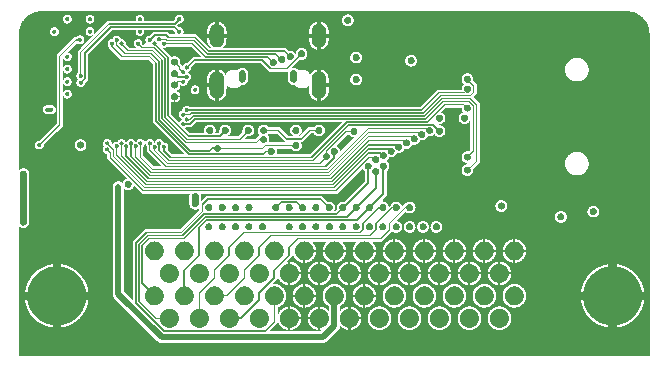
<source format=gbl>
%FSLAX46Y46*%
%MOMM*%
%LPD*%
G01*
%ADD10C,0.050000*%
D10*
%LPC*%
%LPC*%
G36*
X0055533382Y0034328643D02*
G01*
X0055594776Y0034327086D01*
X0055655821Y0034323990D01*
X0055716462Y0034319373D01*
X0055776679Y0034313255D01*
X0055836452Y0034305654D01*
X0055895763Y0034296588D01*
X0055954592Y0034286077D01*
X0056012921Y0034274139D01*
X0056070729Y0034260793D01*
X0056127999Y0034246058D01*
X0056184710Y0034229951D01*
X0056240844Y0034212493D01*
X0056296382Y0034193702D01*
X0056351304Y0034173596D01*
X0056405592Y0034152195D01*
X0056459227Y0034129516D01*
X0056512189Y0034105580D01*
X0056564461Y0034080403D01*
X0056616021Y0034054007D01*
X0056666853Y0034026408D01*
X0056716936Y0033997626D01*
X0056766253Y0033967679D01*
X0056814783Y0033936587D01*
X0056862508Y0033904368D01*
X0056909409Y0033871040D01*
X0056955468Y0033836622D01*
X0057000665Y0033801134D01*
X0057044981Y0033764593D01*
X0057088398Y0033727019D01*
X0057130896Y0033688429D01*
X0057172458Y0033648844D01*
X0057213063Y0033608280D01*
X0057252692Y0033566758D01*
X0057291328Y0033524296D01*
X0057328951Y0033480911D01*
X0057365542Y0033436624D01*
X0057401082Y0033391453D01*
X0057435553Y0033345416D01*
X0057468935Y0033298531D01*
X0057501209Y0033250819D01*
X0057532357Y0033202297D01*
X0057562359Y0033152983D01*
X0057591197Y0033102898D01*
X0057618851Y0033052059D01*
X0057645303Y0033000485D01*
X0057670533Y0032948195D01*
X0057694523Y0032895207D01*
X0057717254Y0032841541D01*
X0057738706Y0032787214D01*
X0057758861Y0032732247D01*
X0057777700Y0032676657D01*
X0057795203Y0032620463D01*
X0057811351Y0032563685D01*
X0057826127Y0032506340D01*
X0057839510Y0032448449D01*
X0057851482Y0032390029D01*
X0057862023Y0032331101D01*
X0057871116Y0032271681D01*
X0057878740Y0032211791D01*
X0057884877Y0032151448D01*
X0057889508Y0032090671D01*
X0057892614Y0032029480D01*
X0057894176Y0031967931D01*
X0057894307Y0031936980D01*
X0057894307Y0004127496D01*
X0057897835Y0004127496D01*
X0057897835Y0004092218D01*
X0030684164Y0004092218D01*
X0030684164Y0004127496D01*
X0057859029Y0004127496D01*
X0057859029Y0031936901D01*
X0057858900Y0031967410D01*
X0057857359Y0032028138D01*
X0057854299Y0032088436D01*
X0057849735Y0032148323D01*
X0057843688Y0032207778D01*
X0057836177Y0032266785D01*
X0057827219Y0032325326D01*
X0057816833Y0032383381D01*
X0057805039Y0032440935D01*
X0057791855Y0032497965D01*
X0057777299Y0032554457D01*
X0057761391Y0032610390D01*
X0057744148Y0032665749D01*
X0057725590Y0032720511D01*
X0057705734Y0032774662D01*
X0057684601Y0032828180D01*
X0057662208Y0032881051D01*
X0057638573Y0032933252D01*
X0057613717Y0032984768D01*
X0057587657Y0033035578D01*
X0057560411Y0033085666D01*
X0057531999Y0033135011D01*
X0057502439Y0033183597D01*
X0057471751Y0033231405D01*
X0057439951Y0033278415D01*
X0057407061Y0033324609D01*
X0057373097Y0033369970D01*
X0057338077Y0033414480D01*
X0057302023Y0033458117D01*
X0057264952Y0033500865D01*
X0057226882Y0033542705D01*
X0057187833Y0033583619D01*
X0057147822Y0033623589D01*
X0057106870Y0033662595D01*
X0057064995Y0033700618D01*
X0057022214Y0033737642D01*
X0056978547Y0033773648D01*
X0056934013Y0033808615D01*
X0056888631Y0033842528D01*
X0056842419Y0033875365D01*
X0056795395Y0033907112D01*
X0056747579Y0033937746D01*
X0056698990Y0033967251D01*
X0056649646Y0033995608D01*
X0056599564Y0034022800D01*
X0056548766Y0034048806D01*
X0056497269Y0034073609D01*
X0056445090Y0034097192D01*
X0056392252Y0034119533D01*
X0056338770Y0034140617D01*
X0056284663Y0034160424D01*
X0056229949Y0034178937D01*
X0056174652Y0034196135D01*
X0056118783Y0034212002D01*
X0056062364Y0034226519D01*
X0056005415Y0034239666D01*
X0055947951Y0034251427D01*
X0055889995Y0034261782D01*
X0055831560Y0034270714D01*
X0055772671Y0034278203D01*
X0055713339Y0034284231D01*
X0055653589Y0034288780D01*
X0055593435Y0034291831D01*
X0055532862Y0034293367D01*
X0055502435Y0034293496D01*
X0030684164Y0034293496D01*
X0030684164Y0034328774D01*
X0055502513Y0034328774D01*
G37*
G36*
X0030684164Y0034293496D02*
G01*
X0005866730Y0034293496D01*
X0005836222Y0034293367D01*
X0005775493Y0034291826D01*
X0005715196Y0034288765D01*
X0005655309Y0034284202D01*
X0005595853Y0034278155D01*
X0005536847Y0034270643D01*
X0005478306Y0034261685D01*
X0005420251Y0034251300D01*
X0005362697Y0034239505D01*
X0005305667Y0034226321D01*
X0005249174Y0034211765D01*
X0005193242Y0034195857D01*
X0005137882Y0034178614D01*
X0005083121Y0034160056D01*
X0005028969Y0034140201D01*
X0004975451Y0034119067D01*
X0004922581Y0034096674D01*
X0004870379Y0034073040D01*
X0004818864Y0034048183D01*
X0004768053Y0034022123D01*
X0004717966Y0033994877D01*
X0004668620Y0033966466D01*
X0004620034Y0033936906D01*
X0004572227Y0033906217D01*
X0004525216Y0033874418D01*
X0004479022Y0033841527D01*
X0004433661Y0033807563D01*
X0004389152Y0033772544D01*
X0004345514Y0033736490D01*
X0004302767Y0033699419D01*
X0004260926Y0033661349D01*
X0004220012Y0033622299D01*
X0004180042Y0033582289D01*
X0004141037Y0033541336D01*
X0004103013Y0033499461D01*
X0004065989Y0033456680D01*
X0004029984Y0033413013D01*
X0003995016Y0033368480D01*
X0003961104Y0033323097D01*
X0003928266Y0033276886D01*
X0003896520Y0033229861D01*
X0003865885Y0033182045D01*
X0003836380Y0033133457D01*
X0003808023Y0033084112D01*
X0003780831Y0033034030D01*
X0003754825Y0032983232D01*
X0003730022Y0032931736D01*
X0003706440Y0032879557D01*
X0003684098Y0032826719D01*
X0003663014Y0032773236D01*
X0003643207Y0032719130D01*
X0003624694Y0032664416D01*
X0003607497Y0032609119D01*
X0003591629Y0032553249D01*
X0003577113Y0032496831D01*
X0003563965Y0032439882D01*
X0003552204Y0032382417D01*
X0003541849Y0032324462D01*
X0003532917Y0032266026D01*
X0003525428Y0032207137D01*
X0003519400Y0032147806D01*
X0003514851Y0032088055D01*
X0003511800Y0032027901D01*
X0003510264Y0031967328D01*
X0003510136Y0031936901D01*
X0003510136Y0004127496D01*
X0030684164Y0004127496D01*
X0030684164Y0004092218D01*
X0003474858Y0004092218D01*
X0003474858Y0031936980D01*
X0003474988Y0031967849D01*
X0003476545Y0032029242D01*
X0003479641Y0032090288D01*
X0003484258Y0032150929D01*
X0003490376Y0032211145D01*
X0003497978Y0032270919D01*
X0003507043Y0032330229D01*
X0003517554Y0032389059D01*
X0003529492Y0032447387D01*
X0003542838Y0032505196D01*
X0003557574Y0032562465D01*
X0003573680Y0032619176D01*
X0003591138Y0032675310D01*
X0003609930Y0032730848D01*
X0003630035Y0032785771D01*
X0003651437Y0032840059D01*
X0003674115Y0032893694D01*
X0003698052Y0032946656D01*
X0003723228Y0032998927D01*
X0003749625Y0033050488D01*
X0003777223Y0033101319D01*
X0003806005Y0033151403D01*
X0003835952Y0033200719D01*
X0003867044Y0033249249D01*
X0003899264Y0033296974D01*
X0003932592Y0033343876D01*
X0003967009Y0033389934D01*
X0004002498Y0033435131D01*
X0004039038Y0033479448D01*
X0004076613Y0033522864D01*
X0004115202Y0033565363D01*
X0004154788Y0033606924D01*
X0004195351Y0033647529D01*
X0004236873Y0033687159D01*
X0004279336Y0033725795D01*
X0004322720Y0033763417D01*
X0004367007Y0033800008D01*
X0004412179Y0033835549D01*
X0004458216Y0033870019D01*
X0004505100Y0033903401D01*
X0004552813Y0033935675D01*
X0004601335Y0033966823D01*
X0004650648Y0033996825D01*
X0004700733Y0034025663D01*
X0004751572Y0034053317D01*
X0004803146Y0034079769D01*
X0004855437Y0034105000D01*
X0004908424Y0034128990D01*
X0004962091Y0034151720D01*
X0005016417Y0034173173D01*
X0005071385Y0034193327D01*
X0005126975Y0034212166D01*
X0005183168Y0034229669D01*
X0005239947Y0034245818D01*
X0005297291Y0034260593D01*
X0005355182Y0034273976D01*
X0005413602Y0034285948D01*
X0005472531Y0034296490D01*
X0005531950Y0034305582D01*
X0005591841Y0034313206D01*
X0005652184Y0034319343D01*
X0005712960Y0034323975D01*
X0005774151Y0034327081D01*
X0005835701Y0034328643D01*
X0005866652Y0034328774D01*
X0030684164Y0034328774D01*
G37*
%LPD*%
%LPD*%
G36*
X0028037792Y0017253385D02*
G01*
X0027947989Y0017163583D01*
X0027507977Y0017603595D01*
X0026234139Y0017603595D01*
X0025780016Y0017149472D01*
X0025690214Y0017239274D01*
X0026181534Y0017730595D01*
X0027560582Y0017730595D01*
G37*
%LPD*%
%LPD*%
G36*
X0038134933Y0023423148D02*
G01*
X0038072051Y0023312808D01*
X0037758585Y0023491450D01*
X0033571910Y0023491450D01*
X0030188774Y0020108315D01*
X0015164294Y0020108315D01*
X0013804182Y0021468427D01*
X0013804182Y0022394312D01*
X0013931181Y0022394312D01*
X0013931181Y0021521032D01*
X0015216899Y0020235314D01*
X0030136169Y0020235314D01*
X0033519305Y0023618450D01*
X0037792233Y0023618450D01*
G37*
%LPD*%
%LPD*%
G36*
X0038783648Y0023776149D02*
G01*
X0038721558Y0023665362D01*
X0038414995Y0023837172D01*
X0033557799Y0023837172D01*
X0030082941Y0020362314D01*
X0015280711Y0020362314D01*
X0014206348Y0021436677D01*
X0014206348Y0022616562D01*
X0014333348Y0022616562D01*
X0014333348Y0021489283D01*
X0015333316Y0020489314D01*
X0030030336Y0020489314D01*
X0033505194Y0023964172D01*
X0038448156Y0023964172D01*
G37*
%LPD*%
%LPD*%
G36*
X0037481899Y0023067067D02*
G01*
X0037419809Y0022956279D01*
X0037113246Y0023128090D01*
X0033568382Y0023128090D01*
X0030294608Y0019854315D01*
X0015051406Y0019854315D01*
X0013405543Y0021500177D01*
X0013405543Y0022616562D01*
X0013532543Y0022616562D01*
X0013532543Y0021552782D01*
X0015104011Y0019981315D01*
X0030242003Y0019981315D01*
X0033515777Y0023255089D01*
X0037146407Y0023255089D01*
G37*
%LPD*%
%LPD*%
G36*
X0036844143Y0022706794D02*
G01*
X0036780511Y0022596885D01*
X0036460133Y0022782368D01*
X0033589549Y0022782368D01*
X0030403969Y0019596787D01*
X0014952628Y0019596787D01*
X0013003377Y0021546038D01*
X0013003377Y0022394312D01*
X0013130377Y0022394312D01*
X0013130377Y0021598644D01*
X0015005233Y0019723787D01*
X0030351364Y0019723787D01*
X0033536944Y0022909368D01*
X0036494244Y0022909368D01*
G37*
%LPD*%
%LPD*%
G36*
X0012329572Y0021679782D02*
G01*
X0014793567Y0019215788D01*
X0030559502Y0019215788D01*
X0033544000Y0022200285D01*
X0035199199Y0022200285D01*
X0035538296Y0022008621D01*
X0035475805Y0021898060D01*
X0035165791Y0022073285D01*
X0033596605Y0022073285D01*
X0030612107Y0019088788D01*
X0014740961Y0019088788D01*
X0012202572Y0021627177D01*
X0012202572Y0022397840D01*
X0012329572Y0022397840D01*
G37*
%LPD*%
%LPD*%
G36*
X0012728210Y0021637449D02*
G01*
X0014899400Y0019466260D01*
X0030460725Y0019466260D01*
X0033544000Y0022549535D01*
X0035846403Y0022549535D01*
X0036242911Y0022299882D01*
X0036175244Y0022192410D01*
X0035809752Y0022422535D01*
X0033596605Y0022422535D01*
X0030513330Y0019339260D01*
X0014846795Y0019339260D01*
X0012601210Y0021584844D01*
X0012601210Y0022616562D01*
X0012728210Y0022616562D01*
G37*
%LPD*%
%LPD*%
G36*
X0012072044Y0022106643D02*
G01*
X0012072044Y0021570421D01*
X0014680695Y0018961771D01*
X0030637266Y0018951222D01*
X0033558246Y0021851035D01*
X0034544393Y0021851035D01*
X0034930169Y0021612222D01*
X0034863322Y0021504238D01*
X0034508265Y0021724035D01*
X0033610580Y0021724035D01*
X0030689566Y0018824187D01*
X0014628055Y0018834805D01*
X0011945044Y0021517816D01*
X0011945044Y0022054038D01*
X0011420366Y0022578717D01*
X0011510168Y0022668519D01*
G37*
%LPD*%
%LPD*%
G36*
X0011810989Y0021849116D02*
G01*
X0011810989Y0021454028D01*
X0014567766Y0018700733D01*
X0030778224Y0018700733D01*
X0033582805Y0021505313D01*
X0033887104Y0021505313D01*
X0034233405Y0021306375D01*
X0034170143Y0021196252D01*
X0033853222Y0021378313D01*
X0033635410Y0021378313D01*
X0030830829Y0018573733D01*
X0014515207Y0018573733D01*
X0011683989Y0021401376D01*
X0011683989Y0021796510D01*
X0011445060Y0022035439D01*
X0011534863Y0022125242D01*
G37*
%LPD*%
%LPD*%
G36*
X0015127097Y0022117226D02*
G01*
X0016497482Y0020746842D01*
X0029924503Y0020746842D01*
X0030610499Y0021432838D01*
X0030610499Y0021953341D01*
X0030737499Y0021953341D01*
X0030737499Y0021380233D01*
X0029977108Y0020619842D01*
X0016444877Y0020619842D01*
X0015000097Y0022064621D01*
X0015000097Y0022584812D01*
X0015127097Y0022584812D01*
G37*
%LPD*%
%LPD*%
G36*
X0032321470Y0023562006D02*
G01*
X0031684551Y0023562006D01*
X0030102500Y0021979955D01*
X0030102500Y0021496875D01*
X0029486973Y0020873842D01*
X0016568349Y0020873842D01*
X0015405791Y0022036399D01*
X0015405791Y0022323757D01*
X0015532791Y0022323757D01*
X0015532791Y0022089004D01*
X0016620954Y0021000842D01*
X0029433916Y0021000842D01*
X0029975500Y0021549030D01*
X0029975500Y0022032560D01*
X0031631946Y0023689006D01*
X0032321470Y0023689006D01*
G37*
%LPD*%
%LPD*%
G36*
X0042813071Y0025934278D02*
G01*
X0042813071Y0021119178D01*
X0042007779Y0020313885D01*
X0041917976Y0020403688D01*
X0042686071Y0021171783D01*
X0042686071Y0025881673D01*
X0042211741Y0026356003D01*
X0039809015Y0026356003D01*
X0038323822Y0024870810D01*
X0018769368Y0024870810D01*
X0018487146Y0024588588D01*
X0018189205Y0024588588D01*
X0018189205Y0024715588D01*
X0018434541Y0024715588D01*
X0018716763Y0024997810D01*
X0038271217Y0024997810D01*
X0039756410Y0026483003D01*
X0042264346Y0026483003D01*
G37*
%LPD*%
%LPD*%
G36*
X0042537905Y0027571166D02*
G01*
X0042537905Y0026936478D01*
X0042207902Y0026606475D01*
X0039703182Y0026606475D01*
X0038221517Y0025124810D01*
X0018628257Y0025124810D01*
X0018487146Y0024983699D01*
X0017857594Y0024983699D01*
X0017857594Y0025110699D01*
X0018434541Y0025110699D01*
X0018575652Y0025251810D01*
X0038168912Y0025251810D01*
X0039650577Y0026733475D01*
X0042155297Y0026733475D01*
X0042410905Y0026989083D01*
X0042410905Y0027518561D01*
X0041917976Y0028011489D01*
X0042007779Y0028101292D01*
G37*
%LPD*%
%LPD*%
G36*
X0042534377Y0025842556D02*
G01*
X0042534377Y0021948205D01*
X0042014834Y0021428662D01*
X0041925032Y0021518465D01*
X0042407377Y0022000810D01*
X0042407377Y0025789951D01*
X0042095325Y0026102003D01*
X0039914849Y0026102003D01*
X0038429656Y0024616810D01*
X0018903424Y0024616810D01*
X0018469508Y0024182894D01*
X0017931678Y0024182894D01*
X0017931678Y0024309894D01*
X0018416903Y0024309894D01*
X0018850819Y0024743810D01*
X0038377051Y0024743810D01*
X0039862244Y0026229003D01*
X0042147930Y0026229003D01*
G37*
%LPD*%
%LPD*%
G36*
X0042025418Y0025638905D02*
G01*
X0041935615Y0025549103D01*
X0041647298Y0025837420D01*
X0040034793Y0025837420D01*
X0038560183Y0024362811D01*
X0031765690Y0024362811D01*
X0028784720Y0021381841D01*
X0016811765Y0021381841D01*
X0016206596Y0021987010D01*
X0016206596Y0022323757D01*
X0016333596Y0022323757D01*
X0016333596Y0022039615D01*
X0016864370Y0021508841D01*
X0028732115Y0021508841D01*
X0031713085Y0024489810D01*
X0038507578Y0024489810D01*
X0039982188Y0025964420D01*
X0041699903Y0025964420D01*
G37*
%LPD*%
%LPD*%
G36*
X0039668864Y0023666879D02*
G01*
X0039579062Y0023577077D01*
X0039057911Y0024098228D01*
X0031864467Y0024098228D01*
X0028890553Y0021124314D01*
X0016691821Y0021124314D01*
X0015800902Y0022015232D01*
X0015800902Y0022605979D01*
X0015927902Y0022605979D01*
X0015927902Y0022067838D01*
X0016744426Y0021251314D01*
X0028837948Y0021251314D01*
X0031811862Y0024225227D01*
X0039110516Y0024225227D01*
G37*
%LPD*%
%LPD*%
G36*
X0042067751Y0027228323D02*
G01*
X0041689319Y0026849892D01*
X0039586721Y0026849892D01*
X0038119167Y0025385865D01*
X0018192733Y0025385865D01*
X0018192733Y0025512865D01*
X0038066651Y0025512865D01*
X0039534205Y0026976892D01*
X0041636714Y0026976892D01*
X0041977948Y0027318126D01*
G37*
%LPD*%
G36*
X0033568128Y0020997052D02*
G01*
X0033598369Y0020993980D01*
X0033627649Y0020987989D01*
X0033655818Y0020979227D01*
X0033682724Y0020967847D01*
X0033708217Y0020953998D01*
X0033732146Y0020937832D01*
X0033754361Y0020919499D01*
X0033774710Y0020899150D01*
X0033793043Y0020876936D01*
X0033809209Y0020853007D01*
X0033823057Y0020827514D01*
X0033834438Y0020800608D01*
X0033843199Y0020772439D01*
X0033849191Y0020743159D01*
X0033852262Y0020712917D01*
X0033852524Y0020697453D01*
X0033852262Y0020681988D01*
X0033849191Y0020651747D01*
X0033843199Y0020622467D01*
X0033834438Y0020594298D01*
X0033823057Y0020567392D01*
X0033809209Y0020541899D01*
X0033793043Y0020517970D01*
X0033774710Y0020495756D01*
X0033754361Y0020475407D01*
X0033732146Y0020457074D01*
X0033708217Y0020440907D01*
X0033682724Y0020427059D01*
X0033655818Y0020415678D01*
X0033627649Y0020406917D01*
X0033598369Y0020400925D01*
X0033568128Y0020397854D01*
X0033552663Y0020397592D01*
X0033537199Y0020397854D01*
X0033506957Y0020400925D01*
X0033477677Y0020406917D01*
X0033449508Y0020415678D01*
X0033422602Y0020427059D01*
X0033397109Y0020440907D01*
X0033373180Y0020457074D01*
X0033350966Y0020475407D01*
X0033330617Y0020495756D01*
X0033312284Y0020517970D01*
X0033296118Y0020541899D01*
X0033282269Y0020567392D01*
X0033270889Y0020594298D01*
X0033262127Y0020622467D01*
X0033256136Y0020651747D01*
X0033253065Y0020681988D01*
X0033252802Y0020697453D01*
X0033253065Y0020712917D01*
X0033256136Y0020743159D01*
X0033262127Y0020772439D01*
X0033270889Y0020800608D01*
X0033282269Y0020827514D01*
X0033296118Y0020853007D01*
X0033312284Y0020876936D01*
X0033330617Y0020899150D01*
X0033350966Y0020919499D01*
X0033373180Y0020937832D01*
X0033397109Y0020953998D01*
X0033422602Y0020967847D01*
X0033449508Y0020979227D01*
X0033477677Y0020987989D01*
X0033506957Y0020993980D01*
X0033537199Y0020997052D01*
X0033552663Y0020997314D01*
G37*
%LPD*%
G36*
X0034217238Y0020534913D02*
G01*
X0034247480Y0020531842D01*
X0034276760Y0020525850D01*
X0034304928Y0020517089D01*
X0034331835Y0020505709D01*
X0034357328Y0020491860D01*
X0034381257Y0020475694D01*
X0034403471Y0020457361D01*
X0034423820Y0020437012D01*
X0034442153Y0020414797D01*
X0034458319Y0020390868D01*
X0034472168Y0020365375D01*
X0034483548Y0020338469D01*
X0034492309Y0020310301D01*
X0034498301Y0020281020D01*
X0034501372Y0020250779D01*
X0034501634Y0020235314D01*
X0034501372Y0020219850D01*
X0034498301Y0020189609D01*
X0034492309Y0020160328D01*
X0034483548Y0020132160D01*
X0034472168Y0020105253D01*
X0034458319Y0020079761D01*
X0034442153Y0020055831D01*
X0034423820Y0020033617D01*
X0034403471Y0020013268D01*
X0034381257Y0019994935D01*
X0034357328Y0019978769D01*
X0034331835Y0019964920D01*
X0034304928Y0019953540D01*
X0034276760Y0019944779D01*
X0034247480Y0019938787D01*
X0034217238Y0019935716D01*
X0034201774Y0019935454D01*
X0034186309Y0019935716D01*
X0034156068Y0019938787D01*
X0034126787Y0019944779D01*
X0034098619Y0019953540D01*
X0034071713Y0019964920D01*
X0034046220Y0019978769D01*
X0034022291Y0019994935D01*
X0034000076Y0020013268D01*
X0033979727Y0020033617D01*
X0033961394Y0020055831D01*
X0033945228Y0020079761D01*
X0033931380Y0020105253D01*
X0033919999Y0020132160D01*
X0033911238Y0020160328D01*
X0033905246Y0020189609D01*
X0033902175Y0020219850D01*
X0033901913Y0020235314D01*
X0033902175Y0020250779D01*
X0033905246Y0020281020D01*
X0033911238Y0020310301D01*
X0033919999Y0020338469D01*
X0033931380Y0020365375D01*
X0033945228Y0020390868D01*
X0033961394Y0020414797D01*
X0033979727Y0020437012D01*
X0034000076Y0020457361D01*
X0034022291Y0020475694D01*
X0034046220Y0020491860D01*
X0034071713Y0020505709D01*
X0034098619Y0020517089D01*
X0034126787Y0020525850D01*
X0034156068Y0020531842D01*
X0034186309Y0020534913D01*
X0034201774Y0020535175D01*
G37*
%LPD*%
G36*
X0034866349Y0020997052D02*
G01*
X0034896590Y0020993980D01*
X0034925870Y0020987989D01*
X0034954039Y0020979227D01*
X0034980945Y0020967847D01*
X0035006438Y0020953998D01*
X0035030367Y0020937832D01*
X0035052582Y0020919499D01*
X0035072931Y0020899150D01*
X0035091264Y0020876936D01*
X0035107430Y0020853007D01*
X0035121278Y0020827514D01*
X0035132659Y0020800608D01*
X0035141420Y0020772439D01*
X0035147412Y0020743159D01*
X0035150483Y0020712917D01*
X0035150745Y0020697453D01*
X0035150483Y0020681988D01*
X0035147412Y0020651747D01*
X0035141420Y0020622467D01*
X0035132659Y0020594298D01*
X0035121278Y0020567392D01*
X0035107430Y0020541899D01*
X0035091264Y0020517970D01*
X0035072931Y0020495756D01*
X0035052582Y0020475407D01*
X0035030367Y0020457074D01*
X0035006438Y0020440907D01*
X0034980945Y0020427059D01*
X0034954039Y0020415678D01*
X0034925870Y0020406917D01*
X0034896590Y0020400925D01*
X0034866349Y0020397854D01*
X0034850884Y0020397592D01*
X0034835420Y0020397854D01*
X0034805178Y0020400925D01*
X0034775898Y0020406917D01*
X0034747729Y0020415678D01*
X0034720823Y0020427059D01*
X0034695330Y0020440907D01*
X0034671401Y0020457074D01*
X0034649187Y0020475407D01*
X0034628838Y0020495756D01*
X0034610505Y0020517970D01*
X0034594339Y0020541899D01*
X0034580490Y0020567392D01*
X0034569110Y0020594298D01*
X0034560348Y0020622467D01*
X0034554357Y0020651747D01*
X0034551286Y0020681988D01*
X0034551023Y0020697453D01*
X0034551286Y0020712917D01*
X0034554357Y0020743159D01*
X0034560348Y0020772439D01*
X0034569110Y0020800608D01*
X0034580490Y0020827514D01*
X0034594339Y0020853007D01*
X0034610505Y0020876936D01*
X0034628838Y0020899150D01*
X0034649187Y0020919499D01*
X0034671401Y0020937832D01*
X0034695330Y0020953998D01*
X0034720823Y0020967847D01*
X0034747729Y0020979227D01*
X0034775898Y0020987989D01*
X0034805178Y0020993980D01*
X0034835420Y0020997052D01*
X0034850884Y0020997314D01*
G37*
%LPD*%
G36*
X0038768067Y0020534913D02*
G01*
X0038798309Y0020531842D01*
X0038827589Y0020525850D01*
X0038855758Y0020517089D01*
X0038882664Y0020505709D01*
X0038908157Y0020491860D01*
X0038932086Y0020475694D01*
X0038954300Y0020457361D01*
X0038974649Y0020437012D01*
X0038992982Y0020414797D01*
X0039009148Y0020390868D01*
X0039022997Y0020365375D01*
X0039034377Y0020338469D01*
X0039043139Y0020310301D01*
X0039049130Y0020281020D01*
X0039052201Y0020250779D01*
X0039052464Y0020235314D01*
X0039052201Y0020219850D01*
X0039049130Y0020189609D01*
X0039043139Y0020160328D01*
X0039034377Y0020132160D01*
X0039022997Y0020105253D01*
X0039009148Y0020079761D01*
X0038992982Y0020055831D01*
X0038974649Y0020033617D01*
X0038954300Y0020013268D01*
X0038932086Y0019994935D01*
X0038908157Y0019978769D01*
X0038882664Y0019964920D01*
X0038855758Y0019953540D01*
X0038827589Y0019944779D01*
X0038798309Y0019938787D01*
X0038768067Y0019935716D01*
X0038752603Y0019935454D01*
X0038737138Y0019935716D01*
X0038706897Y0019938787D01*
X0038677617Y0019944779D01*
X0038649448Y0019953540D01*
X0038622542Y0019964920D01*
X0038597049Y0019978769D01*
X0038573120Y0019994935D01*
X0038550905Y0020013268D01*
X0038530556Y0020033617D01*
X0038512223Y0020055831D01*
X0038496057Y0020079761D01*
X0038482209Y0020105253D01*
X0038470828Y0020132160D01*
X0038462067Y0020160328D01*
X0038456075Y0020189609D01*
X0038453004Y0020219850D01*
X0038452742Y0020235314D01*
X0038453004Y0020250779D01*
X0038456075Y0020281020D01*
X0038462067Y0020310301D01*
X0038470828Y0020338469D01*
X0038482209Y0020365375D01*
X0038496057Y0020390868D01*
X0038512223Y0020414797D01*
X0038530556Y0020437012D01*
X0038550905Y0020457361D01*
X0038573120Y0020475694D01*
X0038597049Y0020491860D01*
X0038622542Y0020505709D01*
X0038649448Y0020517089D01*
X0038677617Y0020525850D01*
X0038706897Y0020531842D01*
X0038737138Y0020534913D01*
X0038752603Y0020535175D01*
G37*
%LPD*%
G36*
X0039346622Y0015857084D02*
G01*
X0039376864Y0015854013D01*
X0039406144Y0015848021D01*
X0039434313Y0015839260D01*
X0039461219Y0015827880D01*
X0039486712Y0015814031D01*
X0039510641Y0015797865D01*
X0039532855Y0015779532D01*
X0039553204Y0015759183D01*
X0039571537Y0015736968D01*
X0039587703Y0015713039D01*
X0039601552Y0015687546D01*
X0039612932Y0015660640D01*
X0039621694Y0015632472D01*
X0039627685Y0015603191D01*
X0039630756Y0015572950D01*
X0039631019Y0015557485D01*
X0039630756Y0015542021D01*
X0039627685Y0015511780D01*
X0039621694Y0015482499D01*
X0039612932Y0015454331D01*
X0039601552Y0015427425D01*
X0039587703Y0015401932D01*
X0039571537Y0015378003D01*
X0039553204Y0015355788D01*
X0039532855Y0015335439D01*
X0039510641Y0015317106D01*
X0039486712Y0015300940D01*
X0039461219Y0015287091D01*
X0039434313Y0015275711D01*
X0039406144Y0015266950D01*
X0039376864Y0015260958D01*
X0039346622Y0015257887D01*
X0039331158Y0015257625D01*
X0039315693Y0015257887D01*
X0039285452Y0015260958D01*
X0039256172Y0015266950D01*
X0039228003Y0015275711D01*
X0039201097Y0015287091D01*
X0039175604Y0015300940D01*
X0039151675Y0015317106D01*
X0039129460Y0015335439D01*
X0039109111Y0015355788D01*
X0039090778Y0015378003D01*
X0039074612Y0015401932D01*
X0039060764Y0015427425D01*
X0039049383Y0015454331D01*
X0039040622Y0015482499D01*
X0039034630Y0015511780D01*
X0039031559Y0015542021D01*
X0039031297Y0015557485D01*
X0039031559Y0015572950D01*
X0039034630Y0015603191D01*
X0039040622Y0015632472D01*
X0039049383Y0015660640D01*
X0039060764Y0015687546D01*
X0039074612Y0015713039D01*
X0039090778Y0015736968D01*
X0039109111Y0015759183D01*
X0039129460Y0015779532D01*
X0039151675Y0015797865D01*
X0039175604Y0015814031D01*
X0039201097Y0015827880D01*
X0039228003Y0015839260D01*
X0039256172Y0015848021D01*
X0039285452Y0015854013D01*
X0039315693Y0015857084D01*
X0039331158Y0015857346D01*
G37*
%LPD*%
G36*
X0038217734Y0015857084D02*
G01*
X0038247976Y0015854013D01*
X0038277256Y0015848021D01*
X0038305425Y0015839260D01*
X0038332331Y0015827880D01*
X0038357824Y0015814031D01*
X0038381753Y0015797865D01*
X0038403967Y0015779532D01*
X0038424316Y0015759183D01*
X0038442649Y0015736968D01*
X0038458815Y0015713039D01*
X0038472664Y0015687546D01*
X0038484044Y0015660640D01*
X0038492806Y0015632472D01*
X0038498797Y0015603191D01*
X0038501869Y0015572950D01*
X0038502131Y0015557485D01*
X0038501869Y0015542021D01*
X0038498797Y0015511780D01*
X0038492806Y0015482499D01*
X0038484044Y0015454331D01*
X0038472664Y0015427425D01*
X0038458815Y0015401932D01*
X0038442649Y0015378003D01*
X0038424316Y0015355788D01*
X0038403967Y0015335439D01*
X0038381753Y0015317106D01*
X0038357824Y0015300940D01*
X0038332331Y0015287091D01*
X0038305425Y0015275711D01*
X0038277256Y0015266950D01*
X0038247976Y0015260958D01*
X0038217734Y0015257887D01*
X0038202270Y0015257625D01*
X0038186805Y0015257887D01*
X0038156564Y0015260958D01*
X0038127284Y0015266950D01*
X0038099115Y0015275711D01*
X0038072209Y0015287091D01*
X0038046716Y0015300940D01*
X0038022787Y0015317106D01*
X0038000573Y0015335439D01*
X0037980224Y0015355788D01*
X0037961891Y0015378003D01*
X0037945724Y0015401932D01*
X0037931876Y0015427425D01*
X0037920495Y0015454331D01*
X0037911734Y0015482499D01*
X0037905742Y0015511780D01*
X0037902671Y0015542021D01*
X0037902409Y0015557485D01*
X0037902671Y0015572950D01*
X0037905742Y0015603191D01*
X0037911734Y0015632472D01*
X0037920495Y0015660640D01*
X0037931876Y0015687546D01*
X0037945724Y0015713039D01*
X0037961891Y0015736968D01*
X0037980224Y0015759183D01*
X0038000573Y0015779532D01*
X0038022787Y0015797865D01*
X0038046716Y0015814031D01*
X0038072209Y0015827880D01*
X0038099115Y0015839260D01*
X0038127284Y0015848021D01*
X0038156564Y0015854013D01*
X0038186805Y0015857084D01*
X0038202270Y0015857346D01*
G37*
%LPD*%
G36*
X0037081791Y0015857084D02*
G01*
X0037112032Y0015854013D01*
X0037141313Y0015848021D01*
X0037169481Y0015839260D01*
X0037196388Y0015827880D01*
X0037221880Y0015814031D01*
X0037245810Y0015797865D01*
X0037268024Y0015779532D01*
X0037288373Y0015759183D01*
X0037306706Y0015736968D01*
X0037322872Y0015713039D01*
X0037336721Y0015687546D01*
X0037348101Y0015660640D01*
X0037356862Y0015632472D01*
X0037362854Y0015603191D01*
X0037365925Y0015572950D01*
X0037366187Y0015557485D01*
X0037365925Y0015542021D01*
X0037362854Y0015511780D01*
X0037356862Y0015482499D01*
X0037348101Y0015454331D01*
X0037336721Y0015427425D01*
X0037322872Y0015401932D01*
X0037306706Y0015378003D01*
X0037288373Y0015355788D01*
X0037268024Y0015335439D01*
X0037245810Y0015317106D01*
X0037221880Y0015300940D01*
X0037196388Y0015287091D01*
X0037169481Y0015275711D01*
X0037141313Y0015266950D01*
X0037112032Y0015260958D01*
X0037081791Y0015257887D01*
X0037066327Y0015257625D01*
X0037050862Y0015257887D01*
X0037020621Y0015260958D01*
X0036991340Y0015266950D01*
X0036963172Y0015275711D01*
X0036936266Y0015287091D01*
X0036910773Y0015300940D01*
X0036886844Y0015317106D01*
X0036864629Y0015335439D01*
X0036844280Y0015355788D01*
X0036825947Y0015378003D01*
X0036809781Y0015401932D01*
X0036795932Y0015427425D01*
X0036784552Y0015454331D01*
X0036775791Y0015482499D01*
X0036769799Y0015511780D01*
X0036766728Y0015542021D01*
X0036766466Y0015557485D01*
X0036766728Y0015572950D01*
X0036769799Y0015603191D01*
X0036775791Y0015632472D01*
X0036784552Y0015660640D01*
X0036795932Y0015687546D01*
X0036809781Y0015713039D01*
X0036825947Y0015736968D01*
X0036844280Y0015759183D01*
X0036864629Y0015779532D01*
X0036886844Y0015797865D01*
X0036910773Y0015814031D01*
X0036936266Y0015827880D01*
X0036963172Y0015839260D01*
X0036991340Y0015848021D01*
X0037020621Y0015854013D01*
X0037050862Y0015857084D01*
X0037066327Y0015857346D01*
G37*
%LPD*%
G36*
X0035949375Y0017493971D02*
G01*
X0035979617Y0017490900D01*
X0036008897Y0017484909D01*
X0036037066Y0017476147D01*
X0036063972Y0017464767D01*
X0036089465Y0017450918D01*
X0036113394Y0017434752D01*
X0036135608Y0017416419D01*
X0036155957Y0017396070D01*
X0036174290Y0017373856D01*
X0036190456Y0017349927D01*
X0036204305Y0017324434D01*
X0036215685Y0017297528D01*
X0036224447Y0017269359D01*
X0036230438Y0017240079D01*
X0036233510Y0017209837D01*
X0036233772Y0017194373D01*
X0036233510Y0017178908D01*
X0036230438Y0017148667D01*
X0036224447Y0017119387D01*
X0036215685Y0017091218D01*
X0036204305Y0017064312D01*
X0036190456Y0017038819D01*
X0036174290Y0017014890D01*
X0036155957Y0016992675D01*
X0036135608Y0016972326D01*
X0036113394Y0016953993D01*
X0036089465Y0016937827D01*
X0036063972Y0016923979D01*
X0036037066Y0016912598D01*
X0036008897Y0016903837D01*
X0035979617Y0016897845D01*
X0035949375Y0016894774D01*
X0035933911Y0016894512D01*
X0035918446Y0016894774D01*
X0035888205Y0016897845D01*
X0035858925Y0016903837D01*
X0035830756Y0016912598D01*
X0035803850Y0016923979D01*
X0035778357Y0016937827D01*
X0035754428Y0016953993D01*
X0035732214Y0016972326D01*
X0035711865Y0016992675D01*
X0035693532Y0017014890D01*
X0035677365Y0017038819D01*
X0035663517Y0017064312D01*
X0035652136Y0017091218D01*
X0035643375Y0017119387D01*
X0035637383Y0017148667D01*
X0035634312Y0017178908D01*
X0035634050Y0017194373D01*
X0035634312Y0017209837D01*
X0035637383Y0017240079D01*
X0035643375Y0017269359D01*
X0035652136Y0017297528D01*
X0035663517Y0017324434D01*
X0035677365Y0017349927D01*
X0035693532Y0017373856D01*
X0035711865Y0017396070D01*
X0035732214Y0017416419D01*
X0035754428Y0017434752D01*
X0035778357Y0017450918D01*
X0035803850Y0017464767D01*
X0035830756Y0017476147D01*
X0035858925Y0017484909D01*
X0035888205Y0017490900D01*
X0035918446Y0017493971D01*
X0035933911Y0017494234D01*
G37*
%LPD*%
G36*
X0035949375Y0015857084D02*
G01*
X0035979617Y0015854013D01*
X0036008897Y0015848021D01*
X0036037066Y0015839260D01*
X0036063972Y0015827880D01*
X0036089465Y0015814031D01*
X0036113394Y0015797865D01*
X0036135608Y0015779532D01*
X0036155957Y0015759183D01*
X0036174290Y0015736968D01*
X0036190456Y0015713039D01*
X0036204305Y0015687546D01*
X0036215685Y0015660640D01*
X0036224447Y0015632472D01*
X0036230438Y0015603191D01*
X0036233510Y0015572950D01*
X0036233772Y0015557485D01*
X0036233510Y0015542021D01*
X0036230438Y0015511780D01*
X0036224447Y0015482499D01*
X0036215685Y0015454331D01*
X0036204305Y0015427425D01*
X0036190456Y0015401932D01*
X0036174290Y0015378003D01*
X0036155957Y0015355788D01*
X0036135608Y0015335439D01*
X0036113394Y0015317106D01*
X0036089465Y0015300940D01*
X0036063972Y0015287091D01*
X0036037066Y0015275711D01*
X0036008897Y0015266950D01*
X0035979617Y0015260958D01*
X0035949375Y0015257887D01*
X0035933911Y0015257625D01*
X0035918446Y0015257887D01*
X0035888205Y0015260958D01*
X0035858925Y0015266950D01*
X0035830756Y0015275711D01*
X0035803850Y0015287091D01*
X0035778357Y0015300940D01*
X0035754428Y0015317106D01*
X0035732214Y0015335439D01*
X0035711865Y0015355788D01*
X0035693532Y0015378003D01*
X0035677365Y0015401932D01*
X0035663517Y0015427425D01*
X0035652136Y0015454331D01*
X0035643375Y0015482499D01*
X0035637383Y0015511780D01*
X0035634312Y0015542021D01*
X0035634050Y0015557485D01*
X0035634312Y0015572950D01*
X0035637383Y0015603191D01*
X0035643375Y0015632472D01*
X0035652136Y0015660640D01*
X0035663517Y0015687546D01*
X0035677365Y0015713039D01*
X0035693532Y0015736968D01*
X0035711865Y0015759183D01*
X0035732214Y0015779532D01*
X0035754428Y0015797865D01*
X0035778357Y0015814031D01*
X0035803850Y0015827880D01*
X0035830756Y0015839260D01*
X0035858925Y0015848021D01*
X0035888205Y0015854013D01*
X0035918446Y0015857084D01*
X0035933911Y0015857346D01*
G37*
%LPD*%
G36*
X0034816960Y0017493971D02*
G01*
X0034847201Y0017490900D01*
X0034876482Y0017484909D01*
X0034904650Y0017476147D01*
X0034931556Y0017464767D01*
X0034957049Y0017450918D01*
X0034980978Y0017434752D01*
X0035003193Y0017416419D01*
X0035023542Y0017396070D01*
X0035041875Y0017373856D01*
X0035058041Y0017349927D01*
X0035071889Y0017324434D01*
X0035083270Y0017297528D01*
X0035092031Y0017269359D01*
X0035098023Y0017240079D01*
X0035101094Y0017209837D01*
X0035101356Y0017194373D01*
X0035101094Y0017178908D01*
X0035098023Y0017148667D01*
X0035092031Y0017119387D01*
X0035083270Y0017091218D01*
X0035071889Y0017064312D01*
X0035058041Y0017038819D01*
X0035041875Y0017014890D01*
X0035023542Y0016992675D01*
X0035003193Y0016972326D01*
X0034980978Y0016953993D01*
X0034957049Y0016937827D01*
X0034931556Y0016923979D01*
X0034904650Y0016912598D01*
X0034876482Y0016903837D01*
X0034847201Y0016897845D01*
X0034816960Y0016894774D01*
X0034801495Y0016894512D01*
X0034786031Y0016894774D01*
X0034755789Y0016897845D01*
X0034726509Y0016903837D01*
X0034698341Y0016912598D01*
X0034671434Y0016923979D01*
X0034645941Y0016937827D01*
X0034622012Y0016953993D01*
X0034599798Y0016972326D01*
X0034579449Y0016992675D01*
X0034561116Y0017014890D01*
X0034544950Y0017038819D01*
X0034531101Y0017064312D01*
X0034519721Y0017091218D01*
X0034510959Y0017119387D01*
X0034504968Y0017148667D01*
X0034501897Y0017178908D01*
X0034501634Y0017194373D01*
X0034501897Y0017209837D01*
X0034504968Y0017240079D01*
X0034510959Y0017269359D01*
X0034519721Y0017297528D01*
X0034531101Y0017324434D01*
X0034544950Y0017349927D01*
X0034561116Y0017373856D01*
X0034579449Y0017396070D01*
X0034599798Y0017416419D01*
X0034622012Y0017434752D01*
X0034645941Y0017450918D01*
X0034671434Y0017464767D01*
X0034698341Y0017476147D01*
X0034726509Y0017484909D01*
X0034755789Y0017490900D01*
X0034786031Y0017493971D01*
X0034801495Y0017494234D01*
G37*
%LPD*%
G36*
X0034816960Y0015857084D02*
G01*
X0034847201Y0015854013D01*
X0034876482Y0015848021D01*
X0034904650Y0015839260D01*
X0034931556Y0015827880D01*
X0034957049Y0015814031D01*
X0034980978Y0015797865D01*
X0035003193Y0015779532D01*
X0035023542Y0015759183D01*
X0035041875Y0015736968D01*
X0035058041Y0015713039D01*
X0035071889Y0015687546D01*
X0035083270Y0015660640D01*
X0035092031Y0015632472D01*
X0035098023Y0015603191D01*
X0035101094Y0015572950D01*
X0035101356Y0015557485D01*
X0035101094Y0015542021D01*
X0035098023Y0015511780D01*
X0035092031Y0015482499D01*
X0035083270Y0015454331D01*
X0035071889Y0015427425D01*
X0035058041Y0015401932D01*
X0035041875Y0015378003D01*
X0035023542Y0015355788D01*
X0035003193Y0015335439D01*
X0034980978Y0015317106D01*
X0034957049Y0015300940D01*
X0034931556Y0015287091D01*
X0034904650Y0015275711D01*
X0034876482Y0015266950D01*
X0034847201Y0015260958D01*
X0034816960Y0015257887D01*
X0034801495Y0015257625D01*
X0034786031Y0015257887D01*
X0034755789Y0015260958D01*
X0034726509Y0015266950D01*
X0034698341Y0015275711D01*
X0034671434Y0015287091D01*
X0034645941Y0015300940D01*
X0034622012Y0015317106D01*
X0034599798Y0015335439D01*
X0034579449Y0015355788D01*
X0034561116Y0015378003D01*
X0034544950Y0015401932D01*
X0034531101Y0015427425D01*
X0034519721Y0015454331D01*
X0034510959Y0015482499D01*
X0034504968Y0015511780D01*
X0034501897Y0015542021D01*
X0034501634Y0015557485D01*
X0034501897Y0015572950D01*
X0034504968Y0015603191D01*
X0034510959Y0015632472D01*
X0034519721Y0015660640D01*
X0034531101Y0015687546D01*
X0034544950Y0015713039D01*
X0034561116Y0015736968D01*
X0034579449Y0015759183D01*
X0034599798Y0015779532D01*
X0034622012Y0015797865D01*
X0034645941Y0015814031D01*
X0034671434Y0015827880D01*
X0034698341Y0015839260D01*
X0034726509Y0015848021D01*
X0034755789Y0015854013D01*
X0034786031Y0015857084D01*
X0034801495Y0015857346D01*
G37*
%LPD*%
G36*
X0033681017Y0017493971D02*
G01*
X0033711258Y0017490900D01*
X0033740538Y0017484909D01*
X0033768707Y0017476147D01*
X0033795613Y0017464767D01*
X0033821106Y0017450918D01*
X0033845035Y0017434752D01*
X0033867249Y0017416419D01*
X0033887598Y0017396070D01*
X0033905931Y0017373856D01*
X0033922097Y0017349927D01*
X0033935946Y0017324434D01*
X0033947326Y0017297528D01*
X0033956088Y0017269359D01*
X0033962079Y0017240079D01*
X0033965151Y0017209837D01*
X0033965413Y0017194373D01*
X0033965151Y0017178908D01*
X0033962079Y0017148667D01*
X0033956088Y0017119387D01*
X0033947326Y0017091218D01*
X0033935946Y0017064312D01*
X0033922097Y0017038819D01*
X0033905931Y0017014890D01*
X0033887598Y0016992675D01*
X0033867249Y0016972326D01*
X0033845035Y0016953993D01*
X0033821106Y0016937827D01*
X0033795613Y0016923979D01*
X0033768707Y0016912598D01*
X0033740538Y0016903837D01*
X0033711258Y0016897845D01*
X0033681017Y0016894774D01*
X0033665552Y0016894512D01*
X0033650087Y0016894774D01*
X0033619846Y0016897845D01*
X0033590566Y0016903837D01*
X0033562397Y0016912598D01*
X0033535491Y0016923979D01*
X0033509998Y0016937827D01*
X0033486069Y0016953993D01*
X0033463855Y0016972326D01*
X0033443506Y0016992675D01*
X0033425173Y0017014890D01*
X0033409006Y0017038819D01*
X0033395158Y0017064312D01*
X0033383777Y0017091218D01*
X0033375016Y0017119387D01*
X0033369025Y0017148667D01*
X0033365953Y0017178908D01*
X0033365691Y0017194373D01*
X0033365953Y0017209837D01*
X0033369025Y0017240079D01*
X0033375016Y0017269359D01*
X0033383777Y0017297528D01*
X0033395158Y0017324434D01*
X0033409006Y0017349927D01*
X0033425173Y0017373856D01*
X0033443506Y0017396070D01*
X0033463855Y0017416419D01*
X0033486069Y0017434752D01*
X0033509998Y0017450918D01*
X0033535491Y0017464767D01*
X0033562397Y0017476147D01*
X0033590566Y0017484909D01*
X0033619846Y0017490900D01*
X0033650087Y0017493971D01*
X0033665552Y0017494234D01*
G37*
%LPD*%
G36*
X0033681017Y0015857084D02*
G01*
X0033711258Y0015854013D01*
X0033740538Y0015848021D01*
X0033768707Y0015839260D01*
X0033795613Y0015827880D01*
X0033821106Y0015814031D01*
X0033845035Y0015797865D01*
X0033867249Y0015779532D01*
X0033887598Y0015759183D01*
X0033905931Y0015736968D01*
X0033922097Y0015713039D01*
X0033935946Y0015687546D01*
X0033947326Y0015660640D01*
X0033956088Y0015632472D01*
X0033962079Y0015603191D01*
X0033965151Y0015572950D01*
X0033965413Y0015557485D01*
X0033965151Y0015542021D01*
X0033962079Y0015511780D01*
X0033956088Y0015482499D01*
X0033947326Y0015454331D01*
X0033935946Y0015427425D01*
X0033922097Y0015401932D01*
X0033905931Y0015378003D01*
X0033887598Y0015355788D01*
X0033867249Y0015335439D01*
X0033845035Y0015317106D01*
X0033821106Y0015300940D01*
X0033795613Y0015287091D01*
X0033768707Y0015275711D01*
X0033740538Y0015266950D01*
X0033711258Y0015260958D01*
X0033681017Y0015257887D01*
X0033665552Y0015257625D01*
X0033650087Y0015257887D01*
X0033619846Y0015260958D01*
X0033590566Y0015266950D01*
X0033562397Y0015275711D01*
X0033535491Y0015287091D01*
X0033509998Y0015300940D01*
X0033486069Y0015317106D01*
X0033463855Y0015335439D01*
X0033443506Y0015355788D01*
X0033425173Y0015378003D01*
X0033409006Y0015401932D01*
X0033395158Y0015427425D01*
X0033383777Y0015454331D01*
X0033375016Y0015482499D01*
X0033369025Y0015511780D01*
X0033365953Y0015542021D01*
X0033365691Y0015557485D01*
X0033365953Y0015572950D01*
X0033369025Y0015603191D01*
X0033375016Y0015632472D01*
X0033383777Y0015660640D01*
X0033395158Y0015687546D01*
X0033409006Y0015713039D01*
X0033425173Y0015736968D01*
X0033443506Y0015759183D01*
X0033463855Y0015779532D01*
X0033486069Y0015797865D01*
X0033509998Y0015814031D01*
X0033535491Y0015827880D01*
X0033562397Y0015839260D01*
X0033590566Y0015848021D01*
X0033619846Y0015854013D01*
X0033650087Y0015857084D01*
X0033665552Y0015857346D01*
G37*
%LPD*%
G36*
X0032548601Y0017493971D02*
G01*
X0032578842Y0017490900D01*
X0032608123Y0017484909D01*
X0032636291Y0017476147D01*
X0032663197Y0017464767D01*
X0032688690Y0017450918D01*
X0032712619Y0017434752D01*
X0032734834Y0017416419D01*
X0032755183Y0017396070D01*
X0032773516Y0017373856D01*
X0032789682Y0017349927D01*
X0032803530Y0017324434D01*
X0032814911Y0017297528D01*
X0032823672Y0017269359D01*
X0032829664Y0017240079D01*
X0032832735Y0017209837D01*
X0032832997Y0017194373D01*
X0032832735Y0017178908D01*
X0032829664Y0017148667D01*
X0032823672Y0017119387D01*
X0032814911Y0017091218D01*
X0032803530Y0017064312D01*
X0032789682Y0017038819D01*
X0032773516Y0017014890D01*
X0032755183Y0016992675D01*
X0032734834Y0016972326D01*
X0032712619Y0016953993D01*
X0032688690Y0016937827D01*
X0032663197Y0016923979D01*
X0032636291Y0016912598D01*
X0032608123Y0016903837D01*
X0032578842Y0016897845D01*
X0032548601Y0016894774D01*
X0032533136Y0016894512D01*
X0032517672Y0016894774D01*
X0032487430Y0016897845D01*
X0032458150Y0016903837D01*
X0032429982Y0016912598D01*
X0032403075Y0016923979D01*
X0032377582Y0016937827D01*
X0032353653Y0016953993D01*
X0032331439Y0016972326D01*
X0032311090Y0016992675D01*
X0032292757Y0017014890D01*
X0032276591Y0017038819D01*
X0032262742Y0017064312D01*
X0032251362Y0017091218D01*
X0032242600Y0017119387D01*
X0032236609Y0017148667D01*
X0032233538Y0017178908D01*
X0032233275Y0017194373D01*
X0032233538Y0017209837D01*
X0032236609Y0017240079D01*
X0032242600Y0017269359D01*
X0032251362Y0017297528D01*
X0032262742Y0017324434D01*
X0032276591Y0017349927D01*
X0032292757Y0017373856D01*
X0032311090Y0017396070D01*
X0032331439Y0017416419D01*
X0032353653Y0017434752D01*
X0032377582Y0017450918D01*
X0032403075Y0017464767D01*
X0032429982Y0017476147D01*
X0032458150Y0017484909D01*
X0032487430Y0017490900D01*
X0032517672Y0017493971D01*
X0032533136Y0017494234D01*
G37*
%LPD*%
G36*
X0032548601Y0015857084D02*
G01*
X0032578842Y0015854013D01*
X0032608123Y0015848021D01*
X0032636291Y0015839260D01*
X0032663197Y0015827880D01*
X0032688690Y0015814031D01*
X0032712619Y0015797865D01*
X0032734834Y0015779532D01*
X0032755183Y0015759183D01*
X0032773516Y0015736968D01*
X0032789682Y0015713039D01*
X0032803530Y0015687546D01*
X0032814911Y0015660640D01*
X0032823672Y0015632472D01*
X0032829664Y0015603191D01*
X0032832735Y0015572950D01*
X0032832997Y0015557485D01*
X0032832735Y0015542021D01*
X0032829664Y0015511780D01*
X0032823672Y0015482499D01*
X0032814911Y0015454331D01*
X0032803530Y0015427425D01*
X0032789682Y0015401932D01*
X0032773516Y0015378003D01*
X0032755183Y0015355788D01*
X0032734834Y0015335439D01*
X0032712619Y0015317106D01*
X0032688690Y0015300940D01*
X0032663197Y0015287091D01*
X0032636291Y0015275711D01*
X0032608123Y0015266950D01*
X0032578842Y0015260958D01*
X0032548601Y0015257887D01*
X0032533136Y0015257625D01*
X0032517672Y0015257887D01*
X0032487430Y0015260958D01*
X0032458150Y0015266950D01*
X0032429982Y0015275711D01*
X0032403075Y0015287091D01*
X0032377582Y0015300940D01*
X0032353653Y0015317106D01*
X0032331439Y0015335439D01*
X0032311090Y0015355788D01*
X0032292757Y0015378003D01*
X0032276591Y0015401932D01*
X0032262742Y0015427425D01*
X0032251362Y0015454331D01*
X0032242600Y0015482499D01*
X0032236609Y0015511780D01*
X0032233538Y0015542021D01*
X0032233275Y0015557485D01*
X0032233538Y0015572950D01*
X0032236609Y0015603191D01*
X0032242600Y0015632472D01*
X0032251362Y0015660640D01*
X0032262742Y0015687546D01*
X0032276591Y0015713039D01*
X0032292757Y0015736968D01*
X0032311090Y0015759183D01*
X0032331439Y0015779532D01*
X0032353653Y0015797865D01*
X0032377582Y0015814031D01*
X0032403075Y0015827880D01*
X0032429982Y0015839260D01*
X0032458150Y0015848021D01*
X0032487430Y0015854013D01*
X0032517672Y0015857084D01*
X0032533136Y0015857346D01*
G37*
%LPD*%
G36*
X0031416185Y0017493971D02*
G01*
X0031446427Y0017490900D01*
X0031475707Y0017484909D01*
X0031503876Y0017476147D01*
X0031530782Y0017464767D01*
X0031556275Y0017450918D01*
X0031580204Y0017434752D01*
X0031602418Y0017416419D01*
X0031622767Y0017396070D01*
X0031641100Y0017373856D01*
X0031657266Y0017349927D01*
X0031671115Y0017324434D01*
X0031682495Y0017297528D01*
X0031691257Y0017269359D01*
X0031697248Y0017240079D01*
X0031700319Y0017209837D01*
X0031700582Y0017194373D01*
X0031700319Y0017178908D01*
X0031697248Y0017148667D01*
X0031691257Y0017119387D01*
X0031682495Y0017091218D01*
X0031671115Y0017064312D01*
X0031657266Y0017038819D01*
X0031641100Y0017014890D01*
X0031622767Y0016992675D01*
X0031602418Y0016972326D01*
X0031580204Y0016953993D01*
X0031556275Y0016937827D01*
X0031530782Y0016923979D01*
X0031503876Y0016912598D01*
X0031475707Y0016903837D01*
X0031446427Y0016897845D01*
X0031416185Y0016894774D01*
X0031400721Y0016894512D01*
X0031385256Y0016894774D01*
X0031355015Y0016897845D01*
X0031325734Y0016903837D01*
X0031297566Y0016912598D01*
X0031270660Y0016923979D01*
X0031245167Y0016937827D01*
X0031221238Y0016953993D01*
X0031199023Y0016972326D01*
X0031178674Y0016992675D01*
X0031160341Y0017014890D01*
X0031144175Y0017038819D01*
X0031130327Y0017064312D01*
X0031118946Y0017091218D01*
X0031110185Y0017119387D01*
X0031104193Y0017148667D01*
X0031101122Y0017178908D01*
X0031100860Y0017194373D01*
X0031101122Y0017209837D01*
X0031104193Y0017240079D01*
X0031110185Y0017269359D01*
X0031118946Y0017297528D01*
X0031130327Y0017324434D01*
X0031144175Y0017349927D01*
X0031160341Y0017373856D01*
X0031178674Y0017396070D01*
X0031199023Y0017416419D01*
X0031221238Y0017434752D01*
X0031245167Y0017450918D01*
X0031270660Y0017464767D01*
X0031297566Y0017476147D01*
X0031325734Y0017484909D01*
X0031355015Y0017490900D01*
X0031385256Y0017493971D01*
X0031400721Y0017494234D01*
G37*
%LPD*%
G36*
X0031416185Y0015857084D02*
G01*
X0031446427Y0015854013D01*
X0031475707Y0015848021D01*
X0031503876Y0015839260D01*
X0031530782Y0015827880D01*
X0031556275Y0015814031D01*
X0031580204Y0015797865D01*
X0031602418Y0015779532D01*
X0031622767Y0015759183D01*
X0031641100Y0015736968D01*
X0031657266Y0015713039D01*
X0031671115Y0015687546D01*
X0031682495Y0015660640D01*
X0031691257Y0015632472D01*
X0031697248Y0015603191D01*
X0031700319Y0015572950D01*
X0031700582Y0015557485D01*
X0031700319Y0015542021D01*
X0031697248Y0015511780D01*
X0031691257Y0015482499D01*
X0031682495Y0015454331D01*
X0031671115Y0015427425D01*
X0031657266Y0015401932D01*
X0031641100Y0015378003D01*
X0031622767Y0015355788D01*
X0031602418Y0015335439D01*
X0031580204Y0015317106D01*
X0031556275Y0015300940D01*
X0031530782Y0015287091D01*
X0031503876Y0015275711D01*
X0031475707Y0015266950D01*
X0031446427Y0015260958D01*
X0031416185Y0015257887D01*
X0031400721Y0015257625D01*
X0031385256Y0015257887D01*
X0031355015Y0015260958D01*
X0031325734Y0015266950D01*
X0031297566Y0015275711D01*
X0031270660Y0015287091D01*
X0031245167Y0015300940D01*
X0031221238Y0015317106D01*
X0031199023Y0015335439D01*
X0031178674Y0015355788D01*
X0031160341Y0015378003D01*
X0031144175Y0015401932D01*
X0031130327Y0015427425D01*
X0031118946Y0015454331D01*
X0031110185Y0015482499D01*
X0031104193Y0015511780D01*
X0031101122Y0015542021D01*
X0031100860Y0015557485D01*
X0031101122Y0015572950D01*
X0031104193Y0015603191D01*
X0031110185Y0015632472D01*
X0031118946Y0015660640D01*
X0031130327Y0015687546D01*
X0031144175Y0015713039D01*
X0031160341Y0015736968D01*
X0031178674Y0015759183D01*
X0031199023Y0015779532D01*
X0031221238Y0015797865D01*
X0031245167Y0015814031D01*
X0031270660Y0015827880D01*
X0031297566Y0015839260D01*
X0031325734Y0015848021D01*
X0031355015Y0015854013D01*
X0031385256Y0015857084D01*
X0031400721Y0015857346D01*
G37*
%LPD*%
G36*
X0030283770Y0017493971D02*
G01*
X0030314011Y0017490900D01*
X0030343291Y0017484909D01*
X0030371460Y0017476147D01*
X0030398366Y0017464767D01*
X0030423859Y0017450918D01*
X0030447788Y0017434752D01*
X0030470002Y0017416419D01*
X0030490352Y0017396070D01*
X0030508684Y0017373856D01*
X0030524851Y0017349927D01*
X0030538699Y0017324434D01*
X0030550080Y0017297528D01*
X0030558841Y0017269359D01*
X0030564833Y0017240079D01*
X0030567904Y0017209837D01*
X0030568166Y0017194373D01*
X0030567904Y0017178908D01*
X0030564833Y0017148667D01*
X0030558841Y0017119387D01*
X0030550080Y0017091218D01*
X0030538699Y0017064312D01*
X0030524851Y0017038819D01*
X0030508684Y0017014890D01*
X0030490352Y0016992675D01*
X0030470002Y0016972326D01*
X0030447788Y0016953993D01*
X0030423859Y0016937827D01*
X0030398366Y0016923979D01*
X0030371460Y0016912598D01*
X0030343291Y0016903837D01*
X0030314011Y0016897845D01*
X0030283770Y0016894774D01*
X0030268305Y0016894512D01*
X0030252841Y0016894774D01*
X0030222599Y0016897845D01*
X0030193319Y0016903837D01*
X0030165150Y0016912598D01*
X0030138244Y0016923979D01*
X0030112751Y0016937827D01*
X0030088822Y0016953993D01*
X0030066608Y0016972326D01*
X0030046259Y0016992675D01*
X0030027926Y0017014890D01*
X0030011760Y0017038819D01*
X0029997911Y0017064312D01*
X0029986531Y0017091218D01*
X0029977769Y0017119387D01*
X0029971778Y0017148667D01*
X0029968706Y0017178908D01*
X0029968444Y0017194373D01*
X0029968706Y0017209837D01*
X0029971778Y0017240079D01*
X0029977769Y0017269359D01*
X0029986531Y0017297528D01*
X0029997911Y0017324434D01*
X0030011760Y0017349927D01*
X0030027926Y0017373856D01*
X0030046259Y0017396070D01*
X0030066608Y0017416419D01*
X0030088822Y0017434752D01*
X0030112751Y0017450918D01*
X0030138244Y0017464767D01*
X0030165150Y0017476147D01*
X0030193319Y0017484909D01*
X0030222599Y0017490900D01*
X0030252841Y0017493971D01*
X0030268305Y0017494234D01*
G37*
%LPD*%
G36*
X0030283770Y0015857084D02*
G01*
X0030314011Y0015854013D01*
X0030343291Y0015848021D01*
X0030371460Y0015839260D01*
X0030398366Y0015827880D01*
X0030423859Y0015814031D01*
X0030447788Y0015797865D01*
X0030470002Y0015779532D01*
X0030490352Y0015759183D01*
X0030508684Y0015736968D01*
X0030524851Y0015713039D01*
X0030538699Y0015687546D01*
X0030550080Y0015660640D01*
X0030558841Y0015632472D01*
X0030564833Y0015603191D01*
X0030567904Y0015572950D01*
X0030568166Y0015557485D01*
X0030567904Y0015542021D01*
X0030564833Y0015511780D01*
X0030558841Y0015482499D01*
X0030550080Y0015454331D01*
X0030538699Y0015427425D01*
X0030524851Y0015401932D01*
X0030508684Y0015378003D01*
X0030490352Y0015355788D01*
X0030470002Y0015335439D01*
X0030447788Y0015317106D01*
X0030423859Y0015300940D01*
X0030398366Y0015287091D01*
X0030371460Y0015275711D01*
X0030343291Y0015266950D01*
X0030314011Y0015260958D01*
X0030283770Y0015257887D01*
X0030268305Y0015257625D01*
X0030252841Y0015257887D01*
X0030222599Y0015260958D01*
X0030193319Y0015266950D01*
X0030165150Y0015275711D01*
X0030138244Y0015287091D01*
X0030112751Y0015300940D01*
X0030088822Y0015317106D01*
X0030066608Y0015335439D01*
X0030046259Y0015355788D01*
X0030027926Y0015378003D01*
X0030011760Y0015401932D01*
X0029997911Y0015427425D01*
X0029986531Y0015454331D01*
X0029977769Y0015482499D01*
X0029971778Y0015511780D01*
X0029968706Y0015542021D01*
X0029968444Y0015557485D01*
X0029968706Y0015572950D01*
X0029971778Y0015603191D01*
X0029977769Y0015632472D01*
X0029986531Y0015660640D01*
X0029997911Y0015687546D01*
X0030011760Y0015713039D01*
X0030027926Y0015736968D01*
X0030046259Y0015759183D01*
X0030066608Y0015779532D01*
X0030088822Y0015797865D01*
X0030112751Y0015814031D01*
X0030138244Y0015827880D01*
X0030165150Y0015839260D01*
X0030193319Y0015848021D01*
X0030222599Y0015854013D01*
X0030252841Y0015857084D01*
X0030268305Y0015857346D01*
G37*
%LPD*%
G36*
X0029147826Y0017493971D02*
G01*
X0029178068Y0017490900D01*
X0029207348Y0017484909D01*
X0029235517Y0017476147D01*
X0029262423Y0017464767D01*
X0029287916Y0017450918D01*
X0029311845Y0017434752D01*
X0029334059Y0017416419D01*
X0029354408Y0017396070D01*
X0029372741Y0017373856D01*
X0029388907Y0017349927D01*
X0029402756Y0017324434D01*
X0029414136Y0017297528D01*
X0029422898Y0017269359D01*
X0029428889Y0017240079D01*
X0029431960Y0017209837D01*
X0029432223Y0017194373D01*
X0029431960Y0017178908D01*
X0029428889Y0017148667D01*
X0029422898Y0017119387D01*
X0029414136Y0017091218D01*
X0029402756Y0017064312D01*
X0029388907Y0017038819D01*
X0029372741Y0017014890D01*
X0029354408Y0016992675D01*
X0029334059Y0016972326D01*
X0029311845Y0016953993D01*
X0029287916Y0016937827D01*
X0029262423Y0016923979D01*
X0029235517Y0016912598D01*
X0029207348Y0016903837D01*
X0029178068Y0016897845D01*
X0029147826Y0016894774D01*
X0029132362Y0016894512D01*
X0029116897Y0016894774D01*
X0029086656Y0016897845D01*
X0029057375Y0016903837D01*
X0029029207Y0016912598D01*
X0029002301Y0016923979D01*
X0028976808Y0016937827D01*
X0028952879Y0016953993D01*
X0028930664Y0016972326D01*
X0028910315Y0016992675D01*
X0028891982Y0017014890D01*
X0028875816Y0017038819D01*
X0028861968Y0017064312D01*
X0028850587Y0017091218D01*
X0028841826Y0017119387D01*
X0028835834Y0017148667D01*
X0028832763Y0017178908D01*
X0028832501Y0017194373D01*
X0028832763Y0017209837D01*
X0028835834Y0017240079D01*
X0028841826Y0017269359D01*
X0028850587Y0017297528D01*
X0028861968Y0017324434D01*
X0028875816Y0017349927D01*
X0028891982Y0017373856D01*
X0028910315Y0017396070D01*
X0028930664Y0017416419D01*
X0028952879Y0017434752D01*
X0028976808Y0017450918D01*
X0029002301Y0017464767D01*
X0029029207Y0017476147D01*
X0029057375Y0017484909D01*
X0029086656Y0017490900D01*
X0029116897Y0017493971D01*
X0029132362Y0017494234D01*
G37*
%LPD*%
G36*
X0029147826Y0015857084D02*
G01*
X0029178068Y0015854013D01*
X0029207348Y0015848021D01*
X0029235517Y0015839260D01*
X0029262423Y0015827880D01*
X0029287916Y0015814031D01*
X0029311845Y0015797865D01*
X0029334059Y0015779532D01*
X0029354408Y0015759183D01*
X0029372741Y0015736968D01*
X0029388907Y0015713039D01*
X0029402756Y0015687546D01*
X0029414136Y0015660640D01*
X0029422898Y0015632472D01*
X0029428889Y0015603191D01*
X0029431960Y0015572950D01*
X0029432223Y0015557485D01*
X0029431960Y0015542021D01*
X0029428889Y0015511780D01*
X0029422898Y0015482499D01*
X0029414136Y0015454331D01*
X0029402756Y0015427425D01*
X0029388907Y0015401932D01*
X0029372741Y0015378003D01*
X0029354408Y0015355788D01*
X0029334059Y0015335439D01*
X0029311845Y0015317106D01*
X0029287916Y0015300940D01*
X0029262423Y0015287091D01*
X0029235517Y0015275711D01*
X0029207348Y0015266950D01*
X0029178068Y0015260958D01*
X0029147826Y0015257887D01*
X0029132362Y0015257625D01*
X0029116897Y0015257887D01*
X0029086656Y0015260958D01*
X0029057375Y0015266950D01*
X0029029207Y0015275711D01*
X0029002301Y0015287091D01*
X0028976808Y0015300940D01*
X0028952879Y0015317106D01*
X0028930664Y0015335439D01*
X0028910315Y0015355788D01*
X0028891982Y0015378003D01*
X0028875816Y0015401932D01*
X0028861968Y0015427425D01*
X0028850587Y0015454331D01*
X0028841826Y0015482499D01*
X0028835834Y0015511780D01*
X0028832763Y0015542021D01*
X0028832501Y0015557485D01*
X0028832763Y0015572950D01*
X0028835834Y0015603191D01*
X0028841826Y0015632472D01*
X0028850587Y0015660640D01*
X0028861968Y0015687546D01*
X0028875816Y0015713039D01*
X0028891982Y0015736968D01*
X0028910315Y0015759183D01*
X0028930664Y0015779532D01*
X0028952879Y0015797865D01*
X0028976808Y0015814031D01*
X0029002301Y0015827880D01*
X0029029207Y0015839260D01*
X0029057375Y0015848021D01*
X0029086656Y0015854013D01*
X0029116897Y0015857084D01*
X0029132362Y0015857346D01*
G37*
%LPD*%
G36*
X0028015411Y0017493971D02*
G01*
X0028045652Y0017490900D01*
X0028074932Y0017484909D01*
X0028103101Y0017476147D01*
X0028130007Y0017464767D01*
X0028155500Y0017450918D01*
X0028179429Y0017434752D01*
X0028201643Y0017416419D01*
X0028221993Y0017396070D01*
X0028240325Y0017373856D01*
X0028256492Y0017349927D01*
X0028270340Y0017324434D01*
X0028281721Y0017297528D01*
X0028290482Y0017269359D01*
X0028296474Y0017240079D01*
X0028299545Y0017209837D01*
X0028299807Y0017194373D01*
X0028299545Y0017178908D01*
X0028296474Y0017148667D01*
X0028290482Y0017119387D01*
X0028281721Y0017091218D01*
X0028270340Y0017064312D01*
X0028256492Y0017038819D01*
X0028240325Y0017014890D01*
X0028221993Y0016992675D01*
X0028201643Y0016972326D01*
X0028179429Y0016953993D01*
X0028155500Y0016937827D01*
X0028130007Y0016923979D01*
X0028103101Y0016912598D01*
X0028074932Y0016903837D01*
X0028045652Y0016897845D01*
X0028015411Y0016894774D01*
X0027999946Y0016894512D01*
X0027984482Y0016894774D01*
X0027954240Y0016897845D01*
X0027924960Y0016903837D01*
X0027896791Y0016912598D01*
X0027869885Y0016923979D01*
X0027844392Y0016937827D01*
X0027820463Y0016953993D01*
X0027798249Y0016972326D01*
X0027777900Y0016992675D01*
X0027759567Y0017014890D01*
X0027743401Y0017038819D01*
X0027729552Y0017064312D01*
X0027718172Y0017091218D01*
X0027709410Y0017119387D01*
X0027703419Y0017148667D01*
X0027700348Y0017178908D01*
X0027700085Y0017194373D01*
X0027700348Y0017209837D01*
X0027703419Y0017240079D01*
X0027709410Y0017269359D01*
X0027718172Y0017297528D01*
X0027729552Y0017324434D01*
X0027743401Y0017349927D01*
X0027759567Y0017373856D01*
X0027777900Y0017396070D01*
X0027798249Y0017416419D01*
X0027820463Y0017434752D01*
X0027844392Y0017450918D01*
X0027869885Y0017464767D01*
X0027896791Y0017476147D01*
X0027924960Y0017484909D01*
X0027954240Y0017490900D01*
X0027984482Y0017493971D01*
X0027999946Y0017494234D01*
G37*
%LPD*%
G36*
X0024614636Y0015857084D02*
G01*
X0024644877Y0015854013D01*
X0024674158Y0015848021D01*
X0024702326Y0015839260D01*
X0024729232Y0015827880D01*
X0024754725Y0015814031D01*
X0024778654Y0015797865D01*
X0024800869Y0015779532D01*
X0024821218Y0015759183D01*
X0024839551Y0015736968D01*
X0024855717Y0015713039D01*
X0024869566Y0015687546D01*
X0024880946Y0015660640D01*
X0024889707Y0015632472D01*
X0024895699Y0015603191D01*
X0024898770Y0015572950D01*
X0024899032Y0015557485D01*
X0024898770Y0015542021D01*
X0024895699Y0015511780D01*
X0024889707Y0015482499D01*
X0024880946Y0015454331D01*
X0024869566Y0015427425D01*
X0024855717Y0015401932D01*
X0024839551Y0015378003D01*
X0024821218Y0015355788D01*
X0024800869Y0015335439D01*
X0024778654Y0015317106D01*
X0024754725Y0015300940D01*
X0024729232Y0015287091D01*
X0024702326Y0015275711D01*
X0024674158Y0015266950D01*
X0024644877Y0015260958D01*
X0024614636Y0015257887D01*
X0024599172Y0015257625D01*
X0024583707Y0015257887D01*
X0024553466Y0015260958D01*
X0024524185Y0015266950D01*
X0024496017Y0015275711D01*
X0024469111Y0015287091D01*
X0024443618Y0015300940D01*
X0024419689Y0015317106D01*
X0024397474Y0015335439D01*
X0024377125Y0015355788D01*
X0024358792Y0015378003D01*
X0024342626Y0015401932D01*
X0024328777Y0015427425D01*
X0024317397Y0015454331D01*
X0024308636Y0015482499D01*
X0024302644Y0015511780D01*
X0024299573Y0015542021D01*
X0024299311Y0015557485D01*
X0024299573Y0015572950D01*
X0024302644Y0015603191D01*
X0024308636Y0015632472D01*
X0024317397Y0015660640D01*
X0024328777Y0015687546D01*
X0024342626Y0015713039D01*
X0024358792Y0015736968D01*
X0024377125Y0015759183D01*
X0024397474Y0015779532D01*
X0024419689Y0015797865D01*
X0024443618Y0015814031D01*
X0024469111Y0015827880D01*
X0024496017Y0015839260D01*
X0024524185Y0015848021D01*
X0024553466Y0015854013D01*
X0024583707Y0015857084D01*
X0024599172Y0015857346D01*
G37*
%LPD*%
G36*
X0023482220Y0017493971D02*
G01*
X0023512462Y0017490900D01*
X0023541742Y0017484909D01*
X0023569911Y0017476147D01*
X0023596817Y0017464767D01*
X0023622310Y0017450918D01*
X0023646239Y0017434752D01*
X0023668453Y0017416419D01*
X0023688802Y0017396070D01*
X0023707135Y0017373856D01*
X0023723301Y0017349927D01*
X0023737150Y0017324434D01*
X0023748530Y0017297528D01*
X0023757292Y0017269359D01*
X0023763283Y0017240079D01*
X0023766355Y0017209837D01*
X0023766617Y0017194373D01*
X0023766355Y0017178908D01*
X0023763283Y0017148667D01*
X0023757292Y0017119387D01*
X0023748530Y0017091218D01*
X0023737150Y0017064312D01*
X0023723301Y0017038819D01*
X0023707135Y0017014890D01*
X0023688802Y0016992675D01*
X0023668453Y0016972326D01*
X0023646239Y0016953993D01*
X0023622310Y0016937827D01*
X0023596817Y0016923979D01*
X0023569911Y0016912598D01*
X0023541742Y0016903837D01*
X0023512462Y0016897845D01*
X0023482220Y0016894774D01*
X0023466756Y0016894512D01*
X0023451291Y0016894774D01*
X0023421050Y0016897845D01*
X0023391770Y0016903837D01*
X0023363601Y0016912598D01*
X0023336695Y0016923979D01*
X0023311202Y0016937827D01*
X0023287273Y0016953993D01*
X0023265059Y0016972326D01*
X0023244709Y0016992675D01*
X0023226377Y0017014890D01*
X0023210210Y0017038819D01*
X0023196362Y0017064312D01*
X0023184981Y0017091218D01*
X0023176220Y0017119387D01*
X0023170228Y0017148667D01*
X0023167157Y0017178908D01*
X0023166895Y0017194373D01*
X0023167157Y0017209837D01*
X0023170228Y0017240079D01*
X0023176220Y0017269359D01*
X0023184981Y0017297528D01*
X0023196362Y0017324434D01*
X0023210210Y0017349927D01*
X0023226377Y0017373856D01*
X0023244709Y0017396070D01*
X0023265059Y0017416419D01*
X0023287273Y0017434752D01*
X0023311202Y0017450918D01*
X0023336695Y0017464767D01*
X0023363601Y0017476147D01*
X0023391770Y0017484909D01*
X0023421050Y0017490900D01*
X0023451291Y0017493971D01*
X0023466756Y0017494234D01*
G37*
%LPD*%
G36*
X0023482220Y0015857084D02*
G01*
X0023512462Y0015854013D01*
X0023541742Y0015848021D01*
X0023569911Y0015839260D01*
X0023596817Y0015827880D01*
X0023622310Y0015814031D01*
X0023646239Y0015797865D01*
X0023668453Y0015779532D01*
X0023688802Y0015759183D01*
X0023707135Y0015736968D01*
X0023723301Y0015713039D01*
X0023737150Y0015687546D01*
X0023748530Y0015660640D01*
X0023757292Y0015632472D01*
X0023763283Y0015603191D01*
X0023766355Y0015572950D01*
X0023766617Y0015557485D01*
X0023766355Y0015542021D01*
X0023763283Y0015511780D01*
X0023757292Y0015482499D01*
X0023748530Y0015454331D01*
X0023737150Y0015427425D01*
X0023723301Y0015401932D01*
X0023707135Y0015378003D01*
X0023688802Y0015355788D01*
X0023668453Y0015335439D01*
X0023646239Y0015317106D01*
X0023622310Y0015300940D01*
X0023596817Y0015287091D01*
X0023569911Y0015275711D01*
X0023541742Y0015266950D01*
X0023512462Y0015260958D01*
X0023482220Y0015257887D01*
X0023466756Y0015257625D01*
X0023451291Y0015257887D01*
X0023421050Y0015260958D01*
X0023391770Y0015266950D01*
X0023363601Y0015275711D01*
X0023336695Y0015287091D01*
X0023311202Y0015300940D01*
X0023287273Y0015317106D01*
X0023265059Y0015335439D01*
X0023244709Y0015355788D01*
X0023226377Y0015378003D01*
X0023210210Y0015401932D01*
X0023196362Y0015427425D01*
X0023184981Y0015454331D01*
X0023176220Y0015482499D01*
X0023170228Y0015511780D01*
X0023167157Y0015542021D01*
X0023166895Y0015557485D01*
X0023167157Y0015572950D01*
X0023170228Y0015603191D01*
X0023176220Y0015632472D01*
X0023184981Y0015660640D01*
X0023196362Y0015687546D01*
X0023210210Y0015713039D01*
X0023226377Y0015736968D01*
X0023244709Y0015759183D01*
X0023265059Y0015779532D01*
X0023287273Y0015797865D01*
X0023311202Y0015814031D01*
X0023336695Y0015827880D01*
X0023363601Y0015839260D01*
X0023391770Y0015848021D01*
X0023421050Y0015854013D01*
X0023451291Y0015857084D01*
X0023466756Y0015857346D01*
G37*
%LPD*%
G36*
X0022349805Y0017493971D02*
G01*
X0022380046Y0017490900D01*
X0022409327Y0017484909D01*
X0022437495Y0017476147D01*
X0022464401Y0017464767D01*
X0022489894Y0017450918D01*
X0022513823Y0017434752D01*
X0022536038Y0017416419D01*
X0022556387Y0017396070D01*
X0022574720Y0017373856D01*
X0022590886Y0017349927D01*
X0022604734Y0017324434D01*
X0022616115Y0017297528D01*
X0022624876Y0017269359D01*
X0022630868Y0017240079D01*
X0022633939Y0017209837D01*
X0022634201Y0017194373D01*
X0022633939Y0017178908D01*
X0022630868Y0017148667D01*
X0022624876Y0017119387D01*
X0022616115Y0017091218D01*
X0022604734Y0017064312D01*
X0022590886Y0017038819D01*
X0022574720Y0017014890D01*
X0022556387Y0016992675D01*
X0022536038Y0016972326D01*
X0022513823Y0016953993D01*
X0022489894Y0016937827D01*
X0022464401Y0016923979D01*
X0022437495Y0016912598D01*
X0022409327Y0016903837D01*
X0022380046Y0016897845D01*
X0022349805Y0016894774D01*
X0022334340Y0016894512D01*
X0022318876Y0016894774D01*
X0022288634Y0016897845D01*
X0022259354Y0016903837D01*
X0022231185Y0016912598D01*
X0022204279Y0016923979D01*
X0022178786Y0016937827D01*
X0022154857Y0016953993D01*
X0022132643Y0016972326D01*
X0022112294Y0016992675D01*
X0022093961Y0017014890D01*
X0022077795Y0017038819D01*
X0022063946Y0017064312D01*
X0022052566Y0017091218D01*
X0022043804Y0017119387D01*
X0022037813Y0017148667D01*
X0022034742Y0017178908D01*
X0022034479Y0017194373D01*
X0022034742Y0017209837D01*
X0022037813Y0017240079D01*
X0022043804Y0017269359D01*
X0022052566Y0017297528D01*
X0022063946Y0017324434D01*
X0022077795Y0017349927D01*
X0022093961Y0017373856D01*
X0022112294Y0017396070D01*
X0022132643Y0017416419D01*
X0022154857Y0017434752D01*
X0022178786Y0017450918D01*
X0022204279Y0017464767D01*
X0022231185Y0017476147D01*
X0022259354Y0017484909D01*
X0022288634Y0017490900D01*
X0022318876Y0017493971D01*
X0022334340Y0017494234D01*
G37*
%LPD*%
G36*
X0022349805Y0015857084D02*
G01*
X0022380046Y0015854013D01*
X0022409327Y0015848021D01*
X0022437495Y0015839260D01*
X0022464401Y0015827880D01*
X0022489894Y0015814031D01*
X0022513823Y0015797865D01*
X0022536038Y0015779532D01*
X0022556387Y0015759183D01*
X0022574720Y0015736968D01*
X0022590886Y0015713039D01*
X0022604734Y0015687546D01*
X0022616115Y0015660640D01*
X0022624876Y0015632472D01*
X0022630868Y0015603191D01*
X0022633939Y0015572950D01*
X0022634201Y0015557485D01*
X0022633939Y0015542021D01*
X0022630868Y0015511780D01*
X0022624876Y0015482499D01*
X0022616115Y0015454331D01*
X0022604734Y0015427425D01*
X0022590886Y0015401932D01*
X0022574720Y0015378003D01*
X0022556387Y0015355788D01*
X0022536038Y0015335439D01*
X0022513823Y0015317106D01*
X0022489894Y0015300940D01*
X0022464401Y0015287091D01*
X0022437495Y0015275711D01*
X0022409327Y0015266950D01*
X0022380046Y0015260958D01*
X0022349805Y0015257887D01*
X0022334340Y0015257625D01*
X0022318876Y0015257887D01*
X0022288634Y0015260958D01*
X0022259354Y0015266950D01*
X0022231185Y0015275711D01*
X0022204279Y0015287091D01*
X0022178786Y0015300940D01*
X0022154857Y0015317106D01*
X0022132643Y0015335439D01*
X0022112294Y0015355788D01*
X0022093961Y0015378003D01*
X0022077795Y0015401932D01*
X0022063946Y0015427425D01*
X0022052566Y0015454331D01*
X0022043804Y0015482499D01*
X0022037813Y0015511780D01*
X0022034742Y0015542021D01*
X0022034479Y0015557485D01*
X0022034742Y0015572950D01*
X0022037813Y0015603191D01*
X0022043804Y0015632472D01*
X0022052566Y0015660640D01*
X0022063946Y0015687546D01*
X0022077795Y0015713039D01*
X0022093961Y0015736968D01*
X0022112294Y0015759183D01*
X0022132643Y0015779532D01*
X0022154857Y0015797865D01*
X0022178786Y0015814031D01*
X0022204279Y0015827880D01*
X0022231185Y0015839260D01*
X0022259354Y0015848021D01*
X0022288634Y0015854013D01*
X0022318876Y0015857084D01*
X0022334340Y0015857346D01*
G37*
%LPD*%
G36*
X0021213861Y0017493971D02*
G01*
X0021244103Y0017490900D01*
X0021273383Y0017484909D01*
X0021301552Y0017476147D01*
X0021328458Y0017464767D01*
X0021353951Y0017450918D01*
X0021377880Y0017434752D01*
X0021400094Y0017416419D01*
X0021420443Y0017396070D01*
X0021438776Y0017373856D01*
X0021454942Y0017349927D01*
X0021468791Y0017324434D01*
X0021480171Y0017297528D01*
X0021488933Y0017269359D01*
X0021494924Y0017240079D01*
X0021497996Y0017209837D01*
X0021498258Y0017194373D01*
X0021497996Y0017178908D01*
X0021494924Y0017148667D01*
X0021488933Y0017119387D01*
X0021480171Y0017091218D01*
X0021468791Y0017064312D01*
X0021454942Y0017038819D01*
X0021438776Y0017014890D01*
X0021420443Y0016992675D01*
X0021400094Y0016972326D01*
X0021377880Y0016953993D01*
X0021353951Y0016937827D01*
X0021328458Y0016923979D01*
X0021301552Y0016912598D01*
X0021273383Y0016903837D01*
X0021244103Y0016897845D01*
X0021213861Y0016894774D01*
X0021198397Y0016894512D01*
X0021182932Y0016894774D01*
X0021152691Y0016897845D01*
X0021123411Y0016903837D01*
X0021095242Y0016912598D01*
X0021068336Y0016923979D01*
X0021042843Y0016937827D01*
X0021018914Y0016953993D01*
X0020996700Y0016972326D01*
X0020976350Y0016992675D01*
X0020958018Y0017014890D01*
X0020941851Y0017038819D01*
X0020928003Y0017064312D01*
X0020916622Y0017091218D01*
X0020907861Y0017119387D01*
X0020901869Y0017148667D01*
X0020898798Y0017178908D01*
X0020898536Y0017194373D01*
X0020898798Y0017209837D01*
X0020901869Y0017240079D01*
X0020907861Y0017269359D01*
X0020916622Y0017297528D01*
X0020928003Y0017324434D01*
X0020941851Y0017349927D01*
X0020958018Y0017373856D01*
X0020976350Y0017396070D01*
X0020996700Y0017416419D01*
X0021018914Y0017434752D01*
X0021042843Y0017450918D01*
X0021068336Y0017464767D01*
X0021095242Y0017476147D01*
X0021123411Y0017484909D01*
X0021152691Y0017490900D01*
X0021182932Y0017493971D01*
X0021198397Y0017494234D01*
G37*
%LPD*%
G36*
X0021213861Y0015857084D02*
G01*
X0021244103Y0015854013D01*
X0021273383Y0015848021D01*
X0021301552Y0015839260D01*
X0021328458Y0015827880D01*
X0021353951Y0015814031D01*
X0021377880Y0015797865D01*
X0021400094Y0015779532D01*
X0021420443Y0015759183D01*
X0021438776Y0015736968D01*
X0021454942Y0015713039D01*
X0021468791Y0015687546D01*
X0021480171Y0015660640D01*
X0021488933Y0015632472D01*
X0021494924Y0015603191D01*
X0021497996Y0015572950D01*
X0021498258Y0015557485D01*
X0021497996Y0015542021D01*
X0021494924Y0015511780D01*
X0021488933Y0015482499D01*
X0021480171Y0015454331D01*
X0021468791Y0015427425D01*
X0021454942Y0015401932D01*
X0021438776Y0015378003D01*
X0021420443Y0015355788D01*
X0021400094Y0015335439D01*
X0021377880Y0015317106D01*
X0021353951Y0015300940D01*
X0021328458Y0015287091D01*
X0021301552Y0015275711D01*
X0021273383Y0015266950D01*
X0021244103Y0015260958D01*
X0021213861Y0015257887D01*
X0021198397Y0015257625D01*
X0021182932Y0015257887D01*
X0021152691Y0015260958D01*
X0021123411Y0015266950D01*
X0021095242Y0015275711D01*
X0021068336Y0015287091D01*
X0021042843Y0015300940D01*
X0021018914Y0015317106D01*
X0020996700Y0015335439D01*
X0020976350Y0015355788D01*
X0020958018Y0015378003D01*
X0020941851Y0015401932D01*
X0020928003Y0015427425D01*
X0020916622Y0015454331D01*
X0020907861Y0015482499D01*
X0020901869Y0015511780D01*
X0020898798Y0015542021D01*
X0020898536Y0015557485D01*
X0020898798Y0015572950D01*
X0020901869Y0015603191D01*
X0020907861Y0015632472D01*
X0020916622Y0015660640D01*
X0020928003Y0015687546D01*
X0020941851Y0015713039D01*
X0020958018Y0015736968D01*
X0020976350Y0015759183D01*
X0020996700Y0015779532D01*
X0021018914Y0015797865D01*
X0021042843Y0015814031D01*
X0021068336Y0015827880D01*
X0021095242Y0015839260D01*
X0021123411Y0015848021D01*
X0021152691Y0015854013D01*
X0021182932Y0015857084D01*
X0021198397Y0015857346D01*
G37*
%LPD*%
G36*
X0020081446Y0017493971D02*
G01*
X0020111687Y0017490900D01*
X0020140968Y0017484909D01*
X0020169136Y0017476147D01*
X0020196042Y0017464767D01*
X0020221535Y0017450918D01*
X0020245464Y0017434752D01*
X0020267679Y0017416419D01*
X0020288028Y0017396070D01*
X0020306361Y0017373856D01*
X0020322527Y0017349927D01*
X0020336375Y0017324434D01*
X0020347756Y0017297528D01*
X0020356517Y0017269359D01*
X0020362509Y0017240079D01*
X0020365580Y0017209837D01*
X0020365842Y0017194373D01*
X0020365580Y0017178908D01*
X0020362509Y0017148667D01*
X0020356517Y0017119387D01*
X0020347756Y0017091218D01*
X0020336375Y0017064312D01*
X0020322527Y0017038819D01*
X0020306361Y0017014890D01*
X0020288028Y0016992675D01*
X0020267679Y0016972326D01*
X0020245464Y0016953993D01*
X0020221535Y0016937827D01*
X0020196042Y0016923979D01*
X0020169136Y0016912598D01*
X0020140968Y0016903837D01*
X0020111687Y0016897845D01*
X0020081446Y0016894774D01*
X0020065981Y0016894512D01*
X0020050517Y0016894774D01*
X0020020275Y0016897845D01*
X0019990995Y0016903837D01*
X0019962826Y0016912598D01*
X0019935920Y0016923979D01*
X0019910427Y0016937827D01*
X0019886498Y0016953993D01*
X0019864284Y0016972326D01*
X0019843935Y0016992675D01*
X0019825602Y0017014890D01*
X0019809436Y0017038819D01*
X0019795587Y0017064312D01*
X0019784207Y0017091218D01*
X0019775445Y0017119387D01*
X0019769454Y0017148667D01*
X0019766383Y0017178908D01*
X0019766120Y0017194373D01*
X0019766383Y0017209837D01*
X0019769454Y0017240079D01*
X0019775445Y0017269359D01*
X0019784207Y0017297528D01*
X0019795587Y0017324434D01*
X0019809436Y0017349927D01*
X0019825602Y0017373856D01*
X0019843935Y0017396070D01*
X0019864284Y0017416419D01*
X0019886498Y0017434752D01*
X0019910427Y0017450918D01*
X0019935920Y0017464767D01*
X0019962826Y0017476147D01*
X0019990995Y0017484909D01*
X0020020275Y0017490900D01*
X0020050517Y0017493971D01*
X0020065981Y0017494234D01*
G37*
%LPD*%
G36*
X0020081446Y0015857084D02*
G01*
X0020111687Y0015854013D01*
X0020140968Y0015848021D01*
X0020169136Y0015839260D01*
X0020196042Y0015827880D01*
X0020221535Y0015814031D01*
X0020245464Y0015797865D01*
X0020267679Y0015779532D01*
X0020288028Y0015759183D01*
X0020306361Y0015736968D01*
X0020322527Y0015713039D01*
X0020336375Y0015687546D01*
X0020347756Y0015660640D01*
X0020356517Y0015632472D01*
X0020362509Y0015603191D01*
X0020365580Y0015572950D01*
X0020365842Y0015557485D01*
X0020365580Y0015542021D01*
X0020362509Y0015511780D01*
X0020356517Y0015482499D01*
X0020347756Y0015454331D01*
X0020336375Y0015427425D01*
X0020322527Y0015401932D01*
X0020306361Y0015378003D01*
X0020288028Y0015355788D01*
X0020267679Y0015335439D01*
X0020245464Y0015317106D01*
X0020221535Y0015300940D01*
X0020196042Y0015287091D01*
X0020169136Y0015275711D01*
X0020140968Y0015266950D01*
X0020111687Y0015260958D01*
X0020081446Y0015257887D01*
X0020065981Y0015257625D01*
X0020050517Y0015257887D01*
X0020020275Y0015260958D01*
X0019990995Y0015266950D01*
X0019962826Y0015275711D01*
X0019935920Y0015287091D01*
X0019910427Y0015300940D01*
X0019886498Y0015317106D01*
X0019864284Y0015335439D01*
X0019843935Y0015355788D01*
X0019825602Y0015378003D01*
X0019809436Y0015401932D01*
X0019795587Y0015427425D01*
X0019784207Y0015454331D01*
X0019775445Y0015482499D01*
X0019769454Y0015511780D01*
X0019766383Y0015542021D01*
X0019766120Y0015557485D01*
X0019766383Y0015572950D01*
X0019769454Y0015603191D01*
X0019775445Y0015632472D01*
X0019784207Y0015660640D01*
X0019795587Y0015687546D01*
X0019809436Y0015713039D01*
X0019825602Y0015736968D01*
X0019843935Y0015759183D01*
X0019864284Y0015779532D01*
X0019886498Y0015797865D01*
X0019910427Y0015814031D01*
X0019935920Y0015827880D01*
X0019962826Y0015839260D01*
X0019990995Y0015848021D01*
X0020020275Y0015854013D01*
X0020050517Y0015857084D01*
X0020065981Y0015857346D01*
G37*
%LPD*%
G36*
X0028015411Y0015857084D02*
G01*
X0028045652Y0015854013D01*
X0028074932Y0015848021D01*
X0028103101Y0015839260D01*
X0028130007Y0015827880D01*
X0028155500Y0015814031D01*
X0028179429Y0015797865D01*
X0028201643Y0015779532D01*
X0028221993Y0015759183D01*
X0028240325Y0015736968D01*
X0028256492Y0015713039D01*
X0028270340Y0015687546D01*
X0028281721Y0015660640D01*
X0028290482Y0015632472D01*
X0028296474Y0015603191D01*
X0028299545Y0015572950D01*
X0028299807Y0015557485D01*
X0028299545Y0015542021D01*
X0028296474Y0015511780D01*
X0028290482Y0015482499D01*
X0028281721Y0015454331D01*
X0028270340Y0015427425D01*
X0028256492Y0015401932D01*
X0028240325Y0015378003D01*
X0028221993Y0015355788D01*
X0028201643Y0015335439D01*
X0028179429Y0015317106D01*
X0028155500Y0015300940D01*
X0028130007Y0015287091D01*
X0028103101Y0015275711D01*
X0028074932Y0015266950D01*
X0028045652Y0015260958D01*
X0028015411Y0015257887D01*
X0027999946Y0015257625D01*
X0027984482Y0015257887D01*
X0027954240Y0015260958D01*
X0027924960Y0015266950D01*
X0027896791Y0015275711D01*
X0027869885Y0015287091D01*
X0027844392Y0015300940D01*
X0027820463Y0015317106D01*
X0027798249Y0015335439D01*
X0027777900Y0015355788D01*
X0027759567Y0015378003D01*
X0027743401Y0015401932D01*
X0027729552Y0015427425D01*
X0027718172Y0015454331D01*
X0027709410Y0015482499D01*
X0027703419Y0015511780D01*
X0027700348Y0015542021D01*
X0027700085Y0015557485D01*
X0027700348Y0015572950D01*
X0027703419Y0015603191D01*
X0027709410Y0015632472D01*
X0027718172Y0015660640D01*
X0027729552Y0015687546D01*
X0027743401Y0015713039D01*
X0027759567Y0015736968D01*
X0027777900Y0015759183D01*
X0027798249Y0015779532D01*
X0027820463Y0015797865D01*
X0027844392Y0015814031D01*
X0027869885Y0015827880D01*
X0027896791Y0015839260D01*
X0027924960Y0015848021D01*
X0027954240Y0015854013D01*
X0027984482Y0015857084D01*
X0027999946Y0015857346D01*
G37*
%LPD*%
G36*
X0030054464Y0021822551D02*
G01*
X0030084706Y0021819480D01*
X0030113986Y0021813488D01*
X0030142155Y0021804727D01*
X0030169061Y0021793346D01*
X0030194554Y0021779498D01*
X0030218483Y0021763332D01*
X0030240697Y0021744999D01*
X0030261046Y0021724650D01*
X0030279379Y0021702435D01*
X0030295545Y0021678506D01*
X0030309394Y0021653013D01*
X0030320774Y0021626107D01*
X0030329536Y0021597938D01*
X0030335527Y0021568658D01*
X0030338598Y0021538417D01*
X0030338861Y0021522952D01*
X0030338598Y0021507488D01*
X0030335527Y0021477246D01*
X0030329536Y0021447966D01*
X0030320774Y0021419797D01*
X0030309394Y0021392891D01*
X0030295545Y0021367398D01*
X0030279379Y0021343469D01*
X0030261046Y0021321255D01*
X0030240697Y0021300906D01*
X0030218483Y0021282573D01*
X0030194554Y0021266407D01*
X0030169061Y0021252558D01*
X0030142155Y0021241178D01*
X0030113986Y0021232416D01*
X0030084706Y0021226425D01*
X0030054464Y0021223354D01*
X0030039000Y0021223091D01*
X0030023535Y0021223354D01*
X0029993294Y0021226425D01*
X0029964014Y0021232416D01*
X0029935845Y0021241178D01*
X0029908939Y0021252558D01*
X0029883446Y0021266407D01*
X0029859517Y0021282573D01*
X0029837302Y0021300906D01*
X0029816953Y0021321255D01*
X0029798620Y0021343469D01*
X0029782454Y0021367398D01*
X0029768606Y0021392891D01*
X0029757225Y0021419797D01*
X0029748464Y0021447966D01*
X0029742472Y0021477246D01*
X0029739401Y0021507488D01*
X0029739139Y0021522952D01*
X0029739401Y0021538417D01*
X0029742472Y0021568658D01*
X0029748464Y0021597938D01*
X0029757225Y0021626107D01*
X0029768606Y0021653013D01*
X0029782454Y0021678506D01*
X0029798620Y0021702435D01*
X0029816953Y0021724650D01*
X0029837302Y0021744999D01*
X0029859517Y0021763332D01*
X0029883446Y0021779498D01*
X0029908939Y0021793346D01*
X0029935845Y0021804727D01*
X0029964014Y0021813488D01*
X0029993294Y0021819480D01*
X0030023535Y0021822551D01*
X0030039000Y0021822813D01*
G37*
%LPD*%
G36*
X0022903665Y0028370100D02*
G01*
X0022933907Y0028367029D01*
X0022963187Y0028361037D01*
X0022991356Y0028352276D01*
X0023018262Y0028340896D01*
X0023043755Y0028327047D01*
X0023067684Y0028310881D01*
X0023089898Y0028292548D01*
X0023110247Y0028272199D01*
X0023128580Y0028249985D01*
X0023144746Y0028226056D01*
X0023158595Y0028200563D01*
X0023169975Y0028173656D01*
X0023178737Y0028145488D01*
X0023184728Y0028116207D01*
X0023187799Y0028085966D01*
X0023188062Y0028070502D01*
X0023187799Y0028055037D01*
X0023184728Y0028024796D01*
X0023178737Y0027995515D01*
X0023169975Y0027967347D01*
X0023158595Y0027940441D01*
X0023144746Y0027914948D01*
X0023128580Y0027891019D01*
X0023110247Y0027868804D01*
X0023089898Y0027848455D01*
X0023067684Y0027830122D01*
X0023043755Y0027813956D01*
X0023018262Y0027800107D01*
X0022991356Y0027788727D01*
X0022963187Y0027779966D01*
X0022933907Y0027773974D01*
X0022903665Y0027770903D01*
X0022888201Y0027770641D01*
X0022872736Y0027770903D01*
X0022842495Y0027773974D01*
X0022813215Y0027779966D01*
X0022785046Y0027788727D01*
X0022758140Y0027800107D01*
X0022732647Y0027813956D01*
X0022708718Y0027830122D01*
X0022686504Y0027848455D01*
X0022666154Y0027868804D01*
X0022647822Y0027891019D01*
X0022631655Y0027914948D01*
X0022617807Y0027940441D01*
X0022606426Y0027967347D01*
X0022597665Y0027995515D01*
X0022591673Y0028024796D01*
X0022588602Y0028055037D01*
X0022588340Y0028070502D01*
X0022588602Y0028085966D01*
X0022591673Y0028116207D01*
X0022597665Y0028145488D01*
X0022606426Y0028173656D01*
X0022617807Y0028200563D01*
X0022631655Y0028226056D01*
X0022647822Y0028249985D01*
X0022666154Y0028272199D01*
X0022686504Y0028292548D01*
X0022708718Y0028310881D01*
X0022732647Y0028327047D01*
X0022758140Y0028340896D01*
X0022785046Y0028352276D01*
X0022813215Y0028361037D01*
X0022842495Y0028367029D01*
X0022872736Y0028370100D01*
X0022888201Y0028370362D01*
G37*
%LPD*%
G36*
X0027274578Y0028370100D02*
G01*
X0027304819Y0028367029D01*
X0027334100Y0028361037D01*
X0027362268Y0028352276D01*
X0027389174Y0028340896D01*
X0027414667Y0028327047D01*
X0027438596Y0028310881D01*
X0027460811Y0028292548D01*
X0027481160Y0028272199D01*
X0027499493Y0028249985D01*
X0027515659Y0028226056D01*
X0027529508Y0028200563D01*
X0027540888Y0028173656D01*
X0027549649Y0028145488D01*
X0027555641Y0028116207D01*
X0027558712Y0028085966D01*
X0027558974Y0028070502D01*
X0027558712Y0028055037D01*
X0027555641Y0028024796D01*
X0027549649Y0027995515D01*
X0027540888Y0027967347D01*
X0027529508Y0027940441D01*
X0027515659Y0027914948D01*
X0027499493Y0027891019D01*
X0027481160Y0027868804D01*
X0027460811Y0027848455D01*
X0027438596Y0027830122D01*
X0027414667Y0027813956D01*
X0027389174Y0027800107D01*
X0027362268Y0027788727D01*
X0027334100Y0027779966D01*
X0027304819Y0027773974D01*
X0027274578Y0027770903D01*
X0027259113Y0027770641D01*
X0027243649Y0027770903D01*
X0027213408Y0027773974D01*
X0027184127Y0027779966D01*
X0027155959Y0027788727D01*
X0027129053Y0027800107D01*
X0027103560Y0027813956D01*
X0027079630Y0027830122D01*
X0027057416Y0027848455D01*
X0027037067Y0027868804D01*
X0027018734Y0027891019D01*
X0027002568Y0027914948D01*
X0026988719Y0027940441D01*
X0026977339Y0027967347D01*
X0026968578Y0027995515D01*
X0026962586Y0028024796D01*
X0026959515Y0028055037D01*
X0026959253Y0028070502D01*
X0026959515Y0028085966D01*
X0026962586Y0028116207D01*
X0026968578Y0028145488D01*
X0026977339Y0028173656D01*
X0026988719Y0028200563D01*
X0027002568Y0028226056D01*
X0027018734Y0028249985D01*
X0027037067Y0028272199D01*
X0027057416Y0028292548D01*
X0027079630Y0028310881D01*
X0027103560Y0028327047D01*
X0027129053Y0028340896D01*
X0027155959Y0028352276D01*
X0027184127Y0028361037D01*
X0027213408Y0028367029D01*
X0027243649Y0028370100D01*
X0027259113Y0028370362D01*
G37*
%LPD*%
G36*
X0022903665Y0028821655D02*
G01*
X0022933907Y0028818584D01*
X0022963187Y0028812593D01*
X0022991356Y0028803831D01*
X0023018262Y0028792451D01*
X0023043755Y0028778602D01*
X0023067684Y0028762436D01*
X0023089898Y0028744103D01*
X0023110247Y0028723754D01*
X0023128580Y0028701540D01*
X0023144746Y0028677611D01*
X0023158595Y0028652118D01*
X0023169975Y0028625212D01*
X0023178737Y0028597043D01*
X0023184728Y0028567763D01*
X0023187799Y0028537521D01*
X0023188062Y0028522057D01*
X0023187799Y0028506592D01*
X0023184728Y0028476351D01*
X0023178737Y0028447071D01*
X0023169975Y0028418902D01*
X0023158595Y0028391996D01*
X0023144746Y0028366503D01*
X0023128580Y0028342574D01*
X0023110247Y0028320359D01*
X0023089898Y0028300010D01*
X0023067684Y0028281677D01*
X0023043755Y0028265511D01*
X0023018262Y0028251663D01*
X0022991356Y0028240282D01*
X0022963187Y0028231521D01*
X0022933907Y0028225529D01*
X0022903665Y0028222458D01*
X0022888201Y0028222196D01*
X0022872736Y0028222458D01*
X0022842495Y0028225529D01*
X0022813215Y0028231521D01*
X0022785046Y0028240282D01*
X0022758140Y0028251663D01*
X0022732647Y0028265511D01*
X0022708718Y0028281677D01*
X0022686504Y0028300010D01*
X0022666154Y0028320359D01*
X0022647822Y0028342574D01*
X0022631655Y0028366503D01*
X0022617807Y0028391996D01*
X0022606426Y0028418902D01*
X0022597665Y0028447071D01*
X0022591673Y0028476351D01*
X0022588602Y0028506592D01*
X0022588340Y0028522057D01*
X0022588602Y0028537521D01*
X0022591673Y0028567763D01*
X0022597665Y0028597043D01*
X0022606426Y0028625212D01*
X0022617807Y0028652118D01*
X0022631655Y0028677611D01*
X0022647822Y0028701540D01*
X0022666154Y0028723754D01*
X0022686504Y0028744103D01*
X0022708718Y0028762436D01*
X0022732647Y0028778602D01*
X0022758140Y0028792451D01*
X0022785046Y0028803831D01*
X0022813215Y0028812593D01*
X0022842495Y0028818584D01*
X0022872736Y0028821655D01*
X0022888201Y0028821918D01*
G37*
%LPD*%
G36*
X0027274578Y0028821655D02*
G01*
X0027304819Y0028818584D01*
X0027334100Y0028812593D01*
X0027362268Y0028803831D01*
X0027389174Y0028792451D01*
X0027414667Y0028778602D01*
X0027438596Y0028762436D01*
X0027460811Y0028744103D01*
X0027481160Y0028723754D01*
X0027499493Y0028701540D01*
X0027515659Y0028677611D01*
X0027529508Y0028652118D01*
X0027540888Y0028625212D01*
X0027549649Y0028597043D01*
X0027555641Y0028567763D01*
X0027558712Y0028537521D01*
X0027558974Y0028522057D01*
X0027558712Y0028506592D01*
X0027555641Y0028476351D01*
X0027549649Y0028447071D01*
X0027540888Y0028418902D01*
X0027529508Y0028391996D01*
X0027515659Y0028366503D01*
X0027499493Y0028342574D01*
X0027481160Y0028320359D01*
X0027460811Y0028300010D01*
X0027438596Y0028281677D01*
X0027414667Y0028265511D01*
X0027389174Y0028251663D01*
X0027362268Y0028240282D01*
X0027334100Y0028231521D01*
X0027304819Y0028225529D01*
X0027274578Y0028222458D01*
X0027259113Y0028222196D01*
X0027243649Y0028222458D01*
X0027213408Y0028225529D01*
X0027184127Y0028231521D01*
X0027155959Y0028240282D01*
X0027129053Y0028251663D01*
X0027103560Y0028265511D01*
X0027079630Y0028281677D01*
X0027057416Y0028300010D01*
X0027037067Y0028320359D01*
X0027018734Y0028342574D01*
X0027002568Y0028366503D01*
X0026988719Y0028391996D01*
X0026977339Y0028418902D01*
X0026968578Y0028447071D01*
X0026962586Y0028476351D01*
X0026959515Y0028506592D01*
X0026959253Y0028522057D01*
X0026959515Y0028537521D01*
X0026962586Y0028567763D01*
X0026968578Y0028597043D01*
X0026977339Y0028625212D01*
X0026988719Y0028652118D01*
X0027002568Y0028677611D01*
X0027018734Y0028701540D01*
X0027037067Y0028723754D01*
X0027057416Y0028744103D01*
X0027079630Y0028762436D01*
X0027103560Y0028778602D01*
X0027129053Y0028792451D01*
X0027155959Y0028803831D01*
X0027184127Y0028812593D01*
X0027213408Y0028818584D01*
X0027243649Y0028821655D01*
X0027259113Y0028821918D01*
G37*
%LPD*%
G36*
X0037081791Y0017493971D02*
G01*
X0037112032Y0017490900D01*
X0037141313Y0017484909D01*
X0037169481Y0017476147D01*
X0037196388Y0017464767D01*
X0037221880Y0017450918D01*
X0037245810Y0017434752D01*
X0037268024Y0017416419D01*
X0037288373Y0017396070D01*
X0037306706Y0017373856D01*
X0037322872Y0017349927D01*
X0037336721Y0017324434D01*
X0037348101Y0017297528D01*
X0037356862Y0017269359D01*
X0037362854Y0017240079D01*
X0037365925Y0017209837D01*
X0037366187Y0017194373D01*
X0037365925Y0017178908D01*
X0037362854Y0017148667D01*
X0037356862Y0017119387D01*
X0037348101Y0017091218D01*
X0037336721Y0017064312D01*
X0037322872Y0017038819D01*
X0037306706Y0017014890D01*
X0037288373Y0016992675D01*
X0037268024Y0016972326D01*
X0037245810Y0016953993D01*
X0037221880Y0016937827D01*
X0037196388Y0016923979D01*
X0037169481Y0016912598D01*
X0037141313Y0016903837D01*
X0037112032Y0016897845D01*
X0037081791Y0016894774D01*
X0037066327Y0016894512D01*
X0037050862Y0016894774D01*
X0037020621Y0016897845D01*
X0036991340Y0016903837D01*
X0036963172Y0016912598D01*
X0036936266Y0016923979D01*
X0036910773Y0016937827D01*
X0036886844Y0016953993D01*
X0036864629Y0016972326D01*
X0036844280Y0016992675D01*
X0036825947Y0017014890D01*
X0036809781Y0017038819D01*
X0036795932Y0017064312D01*
X0036784552Y0017091218D01*
X0036775791Y0017119387D01*
X0036769799Y0017148667D01*
X0036766728Y0017178908D01*
X0036766466Y0017194373D01*
X0036766728Y0017209837D01*
X0036769799Y0017240079D01*
X0036775791Y0017269359D01*
X0036784552Y0017297528D01*
X0036795932Y0017324434D01*
X0036809781Y0017349927D01*
X0036825947Y0017373856D01*
X0036844280Y0017396070D01*
X0036864629Y0017416419D01*
X0036886844Y0017434752D01*
X0036910773Y0017450918D01*
X0036936266Y0017464767D01*
X0036963172Y0017476147D01*
X0036991340Y0017484909D01*
X0037020621Y0017490900D01*
X0037050862Y0017493971D01*
X0037066327Y0017494234D01*
G37*
%LPD*%
G36*
X0039611205Y0022859716D02*
G01*
X0039641447Y0022856645D01*
X0039670727Y0022850654D01*
X0039698896Y0022841892D01*
X0039725802Y0022830512D01*
X0039751295Y0022816663D01*
X0039775224Y0022800497D01*
X0039797438Y0022782164D01*
X0039817787Y0022761815D01*
X0039836120Y0022739601D01*
X0039852286Y0022715672D01*
X0039866135Y0022690179D01*
X0039877515Y0022663273D01*
X0039886277Y0022635104D01*
X0039892268Y0022605824D01*
X0039895339Y0022575582D01*
X0039895602Y0022560118D01*
X0039895339Y0022544653D01*
X0039892268Y0022514412D01*
X0039886277Y0022485132D01*
X0039877515Y0022456963D01*
X0039866135Y0022430057D01*
X0039852286Y0022404564D01*
X0039836120Y0022380635D01*
X0039817787Y0022358420D01*
X0039797438Y0022338071D01*
X0039775224Y0022319738D01*
X0039751295Y0022303572D01*
X0039725802Y0022289724D01*
X0039698896Y0022278343D01*
X0039670727Y0022269582D01*
X0039641447Y0022263590D01*
X0039611205Y0022260519D01*
X0039595741Y0022260257D01*
X0039580276Y0022260519D01*
X0039550035Y0022263590D01*
X0039520755Y0022269582D01*
X0039492586Y0022278343D01*
X0039465680Y0022289724D01*
X0039440187Y0022303572D01*
X0039416258Y0022319738D01*
X0039394043Y0022338071D01*
X0039373694Y0022358420D01*
X0039355361Y0022380635D01*
X0039339195Y0022404564D01*
X0039325347Y0022430057D01*
X0039313966Y0022456963D01*
X0039305205Y0022485132D01*
X0039299213Y0022514412D01*
X0039296142Y0022544653D01*
X0039295880Y0022560118D01*
X0039296142Y0022575582D01*
X0039299213Y0022605824D01*
X0039305205Y0022635104D01*
X0039313966Y0022663273D01*
X0039325347Y0022690179D01*
X0039339195Y0022715672D01*
X0039355361Y0022739601D01*
X0039373694Y0022761815D01*
X0039394043Y0022782164D01*
X0039416258Y0022800497D01*
X0039440187Y0022816663D01*
X0039465680Y0022830512D01*
X0039492586Y0022841892D01*
X0039520755Y0022850654D01*
X0039550035Y0022856645D01*
X0039580276Y0022859716D01*
X0039595741Y0022859979D01*
G37*
%LPD*%
G36*
X0041727870Y0022859716D02*
G01*
X0041758111Y0022856645D01*
X0041787392Y0022850654D01*
X0041815560Y0022841892D01*
X0041842467Y0022830512D01*
X0041867959Y0022816663D01*
X0041891889Y0022800497D01*
X0041914103Y0022782164D01*
X0041934452Y0022761815D01*
X0041952785Y0022739601D01*
X0041968951Y0022715672D01*
X0041982800Y0022690179D01*
X0041994180Y0022663273D01*
X0042002941Y0022635104D01*
X0042008933Y0022605824D01*
X0042012004Y0022575582D01*
X0042012266Y0022560118D01*
X0042012004Y0022544653D01*
X0042008933Y0022514412D01*
X0042002941Y0022485132D01*
X0041994180Y0022456963D01*
X0041982800Y0022430057D01*
X0041968951Y0022404564D01*
X0041952785Y0022380635D01*
X0041934452Y0022358420D01*
X0041914103Y0022338071D01*
X0041891889Y0022319738D01*
X0041867959Y0022303572D01*
X0041842467Y0022289724D01*
X0041815560Y0022278343D01*
X0041787392Y0022269582D01*
X0041758111Y0022263590D01*
X0041727870Y0022260519D01*
X0041712406Y0022260257D01*
X0041696941Y0022260519D01*
X0041666700Y0022263590D01*
X0041637419Y0022269582D01*
X0041609251Y0022278343D01*
X0041582345Y0022289724D01*
X0041556852Y0022303572D01*
X0041532923Y0022319738D01*
X0041510708Y0022338071D01*
X0041490359Y0022358420D01*
X0041472026Y0022380635D01*
X0041455860Y0022404564D01*
X0041442011Y0022430057D01*
X0041430631Y0022456963D01*
X0041421870Y0022485132D01*
X0041415878Y0022514412D01*
X0041412807Y0022544653D01*
X0041412545Y0022560118D01*
X0041412807Y0022575582D01*
X0041415878Y0022605824D01*
X0041421870Y0022635104D01*
X0041430631Y0022663273D01*
X0041442011Y0022690179D01*
X0041455860Y0022715672D01*
X0041472026Y0022739601D01*
X0041490359Y0022761815D01*
X0041510708Y0022782164D01*
X0041532923Y0022800497D01*
X0041556852Y0022816663D01*
X0041582345Y0022830512D01*
X0041609251Y0022841892D01*
X0041637419Y0022850654D01*
X0041666700Y0022856645D01*
X0041696941Y0022859716D01*
X0041712406Y0022859979D01*
G37*
%LPD*%
G36*
X0041727870Y0025061048D02*
G01*
X0041758111Y0025057977D01*
X0041787392Y0025051985D01*
X0041815560Y0025043224D01*
X0041842467Y0025031843D01*
X0041867959Y0025017995D01*
X0041891889Y0025001829D01*
X0041914103Y0024983496D01*
X0041934452Y0024963146D01*
X0041952785Y0024940932D01*
X0041968951Y0024917003D01*
X0041982800Y0024891510D01*
X0041994180Y0024864604D01*
X0042002941Y0024836435D01*
X0042008933Y0024807155D01*
X0042012004Y0024776914D01*
X0042012266Y0024761449D01*
X0042012004Y0024745985D01*
X0042008933Y0024715743D01*
X0042002941Y0024686463D01*
X0041994180Y0024658294D01*
X0041982800Y0024631388D01*
X0041968951Y0024605895D01*
X0041952785Y0024581966D01*
X0041934452Y0024559752D01*
X0041914103Y0024539403D01*
X0041891889Y0024521070D01*
X0041867959Y0024504904D01*
X0041842467Y0024491055D01*
X0041815560Y0024479675D01*
X0041787392Y0024470913D01*
X0041758111Y0024464922D01*
X0041727870Y0024461851D01*
X0041712406Y0024461588D01*
X0041696941Y0024461851D01*
X0041666700Y0024464922D01*
X0041637419Y0024470913D01*
X0041609251Y0024479675D01*
X0041582345Y0024491055D01*
X0041556852Y0024504904D01*
X0041532923Y0024521070D01*
X0041510708Y0024539403D01*
X0041490359Y0024559752D01*
X0041472026Y0024581966D01*
X0041455860Y0024605895D01*
X0041442011Y0024631388D01*
X0041430631Y0024658294D01*
X0041421870Y0024686463D01*
X0041415878Y0024715743D01*
X0041412807Y0024745985D01*
X0041412545Y0024761449D01*
X0041412807Y0024776914D01*
X0041415878Y0024807155D01*
X0041421870Y0024836435D01*
X0041430631Y0024864604D01*
X0041442011Y0024891510D01*
X0041455860Y0024917003D01*
X0041472026Y0024940932D01*
X0041490359Y0024963146D01*
X0041510708Y0024983496D01*
X0041532923Y0025001829D01*
X0041556852Y0025017995D01*
X0041582345Y0025031843D01*
X0041609251Y0025043224D01*
X0041637419Y0025051985D01*
X0041666700Y0025057977D01*
X0041696941Y0025061048D01*
X0041712406Y0025061310D01*
G37*
%LPD*%
G36*
X0039611205Y0025061048D02*
G01*
X0039641447Y0025057977D01*
X0039670727Y0025051985D01*
X0039698896Y0025043224D01*
X0039725802Y0025031843D01*
X0039751295Y0025017995D01*
X0039775224Y0025001829D01*
X0039797438Y0024983496D01*
X0039817787Y0024963146D01*
X0039836120Y0024940932D01*
X0039852286Y0024917003D01*
X0039866135Y0024891510D01*
X0039877515Y0024864604D01*
X0039886277Y0024836435D01*
X0039892268Y0024807155D01*
X0039895339Y0024776914D01*
X0039895602Y0024761449D01*
X0039895339Y0024745985D01*
X0039892268Y0024715743D01*
X0039886277Y0024686463D01*
X0039877515Y0024658294D01*
X0039866135Y0024631388D01*
X0039852286Y0024605895D01*
X0039836120Y0024581966D01*
X0039817787Y0024559752D01*
X0039797438Y0024539403D01*
X0039775224Y0024521070D01*
X0039751295Y0024504904D01*
X0039725802Y0024491055D01*
X0039698896Y0024479675D01*
X0039670727Y0024470913D01*
X0039641447Y0024464922D01*
X0039611205Y0024461851D01*
X0039595741Y0024461588D01*
X0039580276Y0024461851D01*
X0039550035Y0024464922D01*
X0039520755Y0024470913D01*
X0039492586Y0024479675D01*
X0039465680Y0024491055D01*
X0039440187Y0024504904D01*
X0039416258Y0024521070D01*
X0039394043Y0024539403D01*
X0039373694Y0024559752D01*
X0039355361Y0024581966D01*
X0039339195Y0024605895D01*
X0039325347Y0024631388D01*
X0039313966Y0024658294D01*
X0039305205Y0024686463D01*
X0039299213Y0024715743D01*
X0039296142Y0024745985D01*
X0039295880Y0024761449D01*
X0039296142Y0024776914D01*
X0039299213Y0024807155D01*
X0039305205Y0024836435D01*
X0039313966Y0024864604D01*
X0039325347Y0024891510D01*
X0039339195Y0024917003D01*
X0039355361Y0024940932D01*
X0039373694Y0024963146D01*
X0039394043Y0024983496D01*
X0039416258Y0025001829D01*
X0039440187Y0025017995D01*
X0039465680Y0025031843D01*
X0039492586Y0025043224D01*
X0039520755Y0025051985D01*
X0039550035Y0025057977D01*
X0039580276Y0025061048D01*
X0039595741Y0025061310D01*
G37*
%LPD*%
G36*
X0026882995Y0015857084D02*
G01*
X0026913236Y0015854013D01*
X0026942517Y0015848021D01*
X0026970685Y0015839260D01*
X0026997591Y0015827880D01*
X0027023084Y0015814031D01*
X0027047013Y0015797865D01*
X0027069228Y0015779532D01*
X0027089577Y0015759183D01*
X0027107910Y0015736968D01*
X0027124076Y0015713039D01*
X0027137925Y0015687546D01*
X0027149305Y0015660640D01*
X0027158066Y0015632472D01*
X0027164058Y0015603191D01*
X0027167129Y0015572950D01*
X0027167391Y0015557485D01*
X0027167129Y0015542021D01*
X0027164058Y0015511780D01*
X0027158066Y0015482499D01*
X0027149305Y0015454331D01*
X0027137925Y0015427425D01*
X0027124076Y0015401932D01*
X0027107910Y0015378003D01*
X0027089577Y0015355788D01*
X0027069228Y0015335439D01*
X0027047013Y0015317106D01*
X0027023084Y0015300940D01*
X0026997591Y0015287091D01*
X0026970685Y0015275711D01*
X0026942517Y0015266950D01*
X0026913236Y0015260958D01*
X0026882995Y0015257887D01*
X0026867531Y0015257625D01*
X0026852066Y0015257887D01*
X0026821825Y0015260958D01*
X0026792544Y0015266950D01*
X0026764376Y0015275711D01*
X0026737470Y0015287091D01*
X0026711977Y0015300940D01*
X0026688048Y0015317106D01*
X0026665833Y0015335439D01*
X0026645484Y0015355788D01*
X0026627151Y0015378003D01*
X0026610985Y0015401932D01*
X0026597136Y0015427425D01*
X0026585756Y0015454331D01*
X0026576995Y0015482499D01*
X0026571003Y0015511780D01*
X0026567932Y0015542021D01*
X0026567670Y0015557485D01*
X0026567932Y0015572950D01*
X0026571003Y0015603191D01*
X0026576995Y0015632472D01*
X0026585756Y0015660640D01*
X0026597136Y0015687546D01*
X0026610985Y0015713039D01*
X0026627151Y0015736968D01*
X0026645484Y0015759183D01*
X0026665833Y0015779532D01*
X0026688048Y0015797865D01*
X0026711977Y0015814031D01*
X0026737470Y0015827880D01*
X0026764376Y0015839260D01*
X0026792544Y0015848021D01*
X0026821825Y0015854013D01*
X0026852066Y0015857084D01*
X0026867531Y0015857346D01*
G37*
%LPD*%
G36*
X0026882995Y0017493971D02*
G01*
X0026913236Y0017490900D01*
X0026942517Y0017484909D01*
X0026970685Y0017476147D01*
X0026997591Y0017464767D01*
X0027023084Y0017450918D01*
X0027047013Y0017434752D01*
X0027069228Y0017416419D01*
X0027089577Y0017396070D01*
X0027107910Y0017373856D01*
X0027124076Y0017349927D01*
X0027137925Y0017324434D01*
X0027149305Y0017297528D01*
X0027158066Y0017269359D01*
X0027164058Y0017240079D01*
X0027167129Y0017209837D01*
X0027167391Y0017194373D01*
X0027167129Y0017178908D01*
X0027164058Y0017148667D01*
X0027158066Y0017119387D01*
X0027149305Y0017091218D01*
X0027137925Y0017064312D01*
X0027124076Y0017038819D01*
X0027107910Y0017014890D01*
X0027089577Y0016992675D01*
X0027069228Y0016972326D01*
X0027047013Y0016953993D01*
X0027023084Y0016937827D01*
X0026997591Y0016923979D01*
X0026970685Y0016912598D01*
X0026942517Y0016903837D01*
X0026913236Y0016897845D01*
X0026882995Y0016894774D01*
X0026867531Y0016894512D01*
X0026852066Y0016894774D01*
X0026821825Y0016897845D01*
X0026792544Y0016903837D01*
X0026764376Y0016912598D01*
X0026737470Y0016923979D01*
X0026711977Y0016937827D01*
X0026688048Y0016953993D01*
X0026665833Y0016972326D01*
X0026645484Y0016992675D01*
X0026627151Y0017014890D01*
X0026610985Y0017038819D01*
X0026597136Y0017064312D01*
X0026585756Y0017091218D01*
X0026576995Y0017119387D01*
X0026571003Y0017148667D01*
X0026567932Y0017178908D01*
X0026567670Y0017194373D01*
X0026567932Y0017209837D01*
X0026571003Y0017240079D01*
X0026576995Y0017269359D01*
X0026585756Y0017297528D01*
X0026597136Y0017324434D01*
X0026610985Y0017349927D01*
X0026627151Y0017373856D01*
X0026645484Y0017396070D01*
X0026665833Y0017416419D01*
X0026688048Y0017434752D01*
X0026711977Y0017450918D01*
X0026737470Y0017464767D01*
X0026764376Y0017476147D01*
X0026792544Y0017484909D01*
X0026821825Y0017490900D01*
X0026852066Y0017493971D01*
X0026867531Y0017494234D01*
G37*
%LPD*%
G36*
X0025750579Y0017493971D02*
G01*
X0025780821Y0017490900D01*
X0025810101Y0017484909D01*
X0025838270Y0017476147D01*
X0025865176Y0017464767D01*
X0025890669Y0017450918D01*
X0025914598Y0017434752D01*
X0025936812Y0017416419D01*
X0025957161Y0017396070D01*
X0025975494Y0017373856D01*
X0025991660Y0017349927D01*
X0026005509Y0017324434D01*
X0026016889Y0017297528D01*
X0026025651Y0017269359D01*
X0026031642Y0017240079D01*
X0026034714Y0017209837D01*
X0026034976Y0017194373D01*
X0026034714Y0017178908D01*
X0026031642Y0017148667D01*
X0026025651Y0017119387D01*
X0026016889Y0017091218D01*
X0026005509Y0017064312D01*
X0025991660Y0017038819D01*
X0025975494Y0017014890D01*
X0025957161Y0016992675D01*
X0025936812Y0016972326D01*
X0025914598Y0016953993D01*
X0025890669Y0016937827D01*
X0025865176Y0016923979D01*
X0025838270Y0016912598D01*
X0025810101Y0016903837D01*
X0025780821Y0016897845D01*
X0025750579Y0016894774D01*
X0025735115Y0016894512D01*
X0025719650Y0016894774D01*
X0025689409Y0016897845D01*
X0025660129Y0016903837D01*
X0025631960Y0016912598D01*
X0025605054Y0016923979D01*
X0025579561Y0016937827D01*
X0025555632Y0016953993D01*
X0025533418Y0016972326D01*
X0025513068Y0016992675D01*
X0025494736Y0017014890D01*
X0025478569Y0017038819D01*
X0025464721Y0017064312D01*
X0025453340Y0017091218D01*
X0025444579Y0017119387D01*
X0025438587Y0017148667D01*
X0025435516Y0017178908D01*
X0025435254Y0017194373D01*
X0025435516Y0017209837D01*
X0025438587Y0017240079D01*
X0025444579Y0017269359D01*
X0025453340Y0017297528D01*
X0025464721Y0017324434D01*
X0025478569Y0017349927D01*
X0025494736Y0017373856D01*
X0025513068Y0017396070D01*
X0025533418Y0017416419D01*
X0025555632Y0017434752D01*
X0025579561Y0017450918D01*
X0025605054Y0017464767D01*
X0025631960Y0017476147D01*
X0025660129Y0017484909D01*
X0025689409Y0017490900D01*
X0025719650Y0017493971D01*
X0025735115Y0017494234D01*
G37*
%LPD*%
G36*
X0038768067Y0024020354D02*
G01*
X0038798309Y0024017283D01*
X0038827589Y0024011291D01*
X0038855758Y0024002530D01*
X0038882664Y0023991150D01*
X0038908157Y0023977301D01*
X0038932086Y0023961135D01*
X0038954300Y0023942802D01*
X0038974649Y0023922453D01*
X0038992982Y0023900239D01*
X0039009148Y0023876310D01*
X0039022997Y0023850817D01*
X0039034377Y0023823910D01*
X0039043139Y0023795742D01*
X0039049130Y0023766462D01*
X0039052201Y0023736220D01*
X0039052464Y0023720756D01*
X0039052201Y0023705291D01*
X0039049130Y0023675050D01*
X0039043139Y0023645769D01*
X0039034377Y0023617601D01*
X0039022997Y0023590695D01*
X0039009148Y0023565202D01*
X0038992982Y0023541273D01*
X0038974649Y0023519058D01*
X0038954300Y0023498709D01*
X0038932086Y0023480376D01*
X0038908157Y0023464210D01*
X0038882664Y0023450362D01*
X0038855758Y0023438981D01*
X0038827589Y0023430220D01*
X0038798309Y0023424228D01*
X0038768067Y0023421157D01*
X0038752603Y0023420895D01*
X0038737138Y0023421157D01*
X0038706897Y0023424228D01*
X0038677617Y0023430220D01*
X0038649448Y0023438981D01*
X0038622542Y0023450362D01*
X0038597049Y0023464210D01*
X0038573120Y0023480376D01*
X0038550905Y0023498709D01*
X0038530556Y0023519058D01*
X0038512223Y0023541273D01*
X0038496057Y0023565202D01*
X0038482209Y0023590695D01*
X0038470828Y0023617601D01*
X0038462067Y0023645769D01*
X0038456075Y0023675050D01*
X0038453004Y0023705291D01*
X0038452742Y0023720756D01*
X0038453004Y0023736220D01*
X0038456075Y0023766462D01*
X0038462067Y0023795742D01*
X0038470828Y0023823910D01*
X0038482209Y0023850817D01*
X0038496057Y0023876310D01*
X0038512223Y0023900239D01*
X0038530556Y0023922453D01*
X0038550905Y0023942802D01*
X0038573120Y0023961135D01*
X0038597049Y0023977301D01*
X0038622542Y0023991150D01*
X0038649448Y0024002530D01*
X0038677617Y0024011291D01*
X0038706897Y0024017283D01*
X0038737138Y0024020354D01*
X0038752603Y0024020616D01*
G37*
%LPD*%
G36*
X0038115429Y0023667577D02*
G01*
X0038145670Y0023664506D01*
X0038174951Y0023658514D01*
X0038203119Y0023649753D01*
X0038230025Y0023638372D01*
X0038255518Y0023624524D01*
X0038279447Y0023608358D01*
X0038301662Y0023590025D01*
X0038322011Y0023569676D01*
X0038340344Y0023547461D01*
X0038356510Y0023523532D01*
X0038370359Y0023498039D01*
X0038381739Y0023471133D01*
X0038390500Y0023442964D01*
X0038396492Y0023413684D01*
X0038399563Y0023383443D01*
X0038399825Y0023367978D01*
X0038399563Y0023352514D01*
X0038396492Y0023322272D01*
X0038390500Y0023292992D01*
X0038381739Y0023264823D01*
X0038370359Y0023237917D01*
X0038356510Y0023212424D01*
X0038340344Y0023188495D01*
X0038322011Y0023166281D01*
X0038301662Y0023145932D01*
X0038279447Y0023127599D01*
X0038255518Y0023111433D01*
X0038230025Y0023097584D01*
X0038203119Y0023086204D01*
X0038174951Y0023077442D01*
X0038145670Y0023071451D01*
X0038115429Y0023068380D01*
X0038099964Y0023068117D01*
X0038084500Y0023068380D01*
X0038054259Y0023071451D01*
X0038024978Y0023077442D01*
X0037996810Y0023086204D01*
X0037969904Y0023097584D01*
X0037944411Y0023111433D01*
X0037920482Y0023127599D01*
X0037898267Y0023145932D01*
X0037877918Y0023166281D01*
X0037859585Y0023188495D01*
X0037843419Y0023212424D01*
X0037829570Y0023237917D01*
X0037818190Y0023264823D01*
X0037809429Y0023292992D01*
X0037803437Y0023322272D01*
X0037800366Y0023352514D01*
X0037800104Y0023367978D01*
X0037800366Y0023383443D01*
X0037803437Y0023413684D01*
X0037809429Y0023442964D01*
X0037818190Y0023471133D01*
X0037829570Y0023498039D01*
X0037843419Y0023523532D01*
X0037859585Y0023547461D01*
X0037877918Y0023569676D01*
X0037898267Y0023590025D01*
X0037920482Y0023608358D01*
X0037944411Y0023624524D01*
X0037969904Y0023638372D01*
X0037996810Y0023649753D01*
X0038024978Y0023658514D01*
X0038054259Y0023664506D01*
X0038084500Y0023667577D01*
X0038099964Y0023667839D01*
G37*
%LPD*%
G36*
X0037466319Y0023314799D02*
G01*
X0037496560Y0023311728D01*
X0037525840Y0023305737D01*
X0037554009Y0023296975D01*
X0037580915Y0023285595D01*
X0037606408Y0023271746D01*
X0037630337Y0023255580D01*
X0037652551Y0023237247D01*
X0037672900Y0023216898D01*
X0037691233Y0023194684D01*
X0037707400Y0023170755D01*
X0037721248Y0023145262D01*
X0037732628Y0023118356D01*
X0037741390Y0023090187D01*
X0037747381Y0023060907D01*
X0037750453Y0023030665D01*
X0037750715Y0023015201D01*
X0037750453Y0022999736D01*
X0037747381Y0022969495D01*
X0037741390Y0022940215D01*
X0037732628Y0022912046D01*
X0037721248Y0022885140D01*
X0037707400Y0022859647D01*
X0037691233Y0022835718D01*
X0037672900Y0022813503D01*
X0037652551Y0022793154D01*
X0037630337Y0022774821D01*
X0037606408Y0022758655D01*
X0037580915Y0022744807D01*
X0037554009Y0022733426D01*
X0037525840Y0022724665D01*
X0037496560Y0022718673D01*
X0037466319Y0022715602D01*
X0037450854Y0022715340D01*
X0037435389Y0022715602D01*
X0037405148Y0022718673D01*
X0037375868Y0022724665D01*
X0037347699Y0022733426D01*
X0037320793Y0022744807D01*
X0037295300Y0022758655D01*
X0037271371Y0022774821D01*
X0037249157Y0022793154D01*
X0037228808Y0022813503D01*
X0037210475Y0022835718D01*
X0037194308Y0022859647D01*
X0037180460Y0022885140D01*
X0037169079Y0022912046D01*
X0037160318Y0022940215D01*
X0037154327Y0022969495D01*
X0037151255Y0022999736D01*
X0037150993Y0023015201D01*
X0037151255Y0023030665D01*
X0037154327Y0023060907D01*
X0037160318Y0023090187D01*
X0037169079Y0023118356D01*
X0037180460Y0023145262D01*
X0037194308Y0023170755D01*
X0037210475Y0023194684D01*
X0037228808Y0023216898D01*
X0037249157Y0023237247D01*
X0037271371Y0023255580D01*
X0037295300Y0023271746D01*
X0037320793Y0023285595D01*
X0037347699Y0023296975D01*
X0037375868Y0023305737D01*
X0037405148Y0023311728D01*
X0037435389Y0023314799D01*
X0037450854Y0023315062D01*
G37*
%LPD*%
G36*
X0036817208Y0022958494D02*
G01*
X0036847449Y0022955423D01*
X0036876730Y0022949431D01*
X0036904898Y0022940670D01*
X0036931804Y0022929290D01*
X0036957297Y0022915441D01*
X0036981226Y0022899275D01*
X0037003441Y0022880942D01*
X0037023790Y0022860593D01*
X0037042123Y0022838379D01*
X0037058289Y0022814449D01*
X0037072138Y0022788957D01*
X0037083518Y0022762050D01*
X0037092279Y0022733882D01*
X0037098271Y0022704601D01*
X0037101342Y0022674360D01*
X0037101604Y0022658896D01*
X0037101342Y0022643431D01*
X0037098271Y0022613190D01*
X0037092279Y0022583909D01*
X0037083518Y0022555741D01*
X0037072138Y0022528835D01*
X0037058289Y0022503342D01*
X0037042123Y0022479413D01*
X0037023790Y0022457198D01*
X0037003441Y0022436849D01*
X0036981226Y0022418516D01*
X0036957297Y0022402350D01*
X0036931804Y0022388501D01*
X0036904898Y0022377121D01*
X0036876730Y0022368360D01*
X0036847449Y0022362368D01*
X0036817208Y0022359297D01*
X0036801743Y0022359035D01*
X0036786279Y0022359297D01*
X0036756038Y0022362368D01*
X0036726757Y0022368360D01*
X0036698589Y0022377121D01*
X0036671682Y0022388501D01*
X0036646190Y0022402350D01*
X0036622260Y0022418516D01*
X0036600046Y0022436849D01*
X0036579697Y0022457198D01*
X0036561364Y0022479413D01*
X0036545198Y0022503342D01*
X0036531349Y0022528835D01*
X0036519969Y0022555741D01*
X0036511208Y0022583909D01*
X0036505216Y0022613190D01*
X0036502145Y0022643431D01*
X0036501883Y0022658896D01*
X0036502145Y0022674360D01*
X0036505216Y0022704601D01*
X0036511208Y0022733882D01*
X0036519969Y0022762050D01*
X0036531349Y0022788957D01*
X0036545198Y0022814449D01*
X0036561364Y0022838379D01*
X0036579697Y0022860593D01*
X0036600046Y0022880942D01*
X0036622260Y0022899275D01*
X0036646190Y0022915441D01*
X0036671682Y0022929290D01*
X0036698589Y0022940670D01*
X0036726757Y0022949431D01*
X0036756038Y0022955423D01*
X0036786279Y0022958494D01*
X0036801743Y0022958756D01*
G37*
%LPD*%
G36*
X0036168098Y0022605717D02*
G01*
X0036198339Y0022602646D01*
X0036227619Y0022596654D01*
X0036255788Y0022587893D01*
X0036282694Y0022576512D01*
X0036308187Y0022562664D01*
X0036332116Y0022546497D01*
X0036354330Y0022528165D01*
X0036374679Y0022507815D01*
X0036393012Y0022485601D01*
X0036409179Y0022461672D01*
X0036423027Y0022436179D01*
X0036434407Y0022409273D01*
X0036443169Y0022381104D01*
X0036449160Y0022351824D01*
X0036452232Y0022321583D01*
X0036452494Y0022306118D01*
X0036452232Y0022290654D01*
X0036449160Y0022260412D01*
X0036443169Y0022231132D01*
X0036434407Y0022202963D01*
X0036423027Y0022176057D01*
X0036409179Y0022150564D01*
X0036393012Y0022126635D01*
X0036374679Y0022104421D01*
X0036354330Y0022084072D01*
X0036332116Y0022065739D01*
X0036308187Y0022049573D01*
X0036282694Y0022035724D01*
X0036255788Y0022024344D01*
X0036227619Y0022015582D01*
X0036198339Y0022009591D01*
X0036168098Y0022006519D01*
X0036152633Y0022006257D01*
X0036137168Y0022006519D01*
X0036106927Y0022009591D01*
X0036077647Y0022015582D01*
X0036049478Y0022024344D01*
X0036022572Y0022035724D01*
X0035997079Y0022049573D01*
X0035973150Y0022065739D01*
X0035950936Y0022084072D01*
X0035930587Y0022104421D01*
X0035912254Y0022126635D01*
X0035896087Y0022150564D01*
X0035882239Y0022176057D01*
X0035870858Y0022202963D01*
X0035862097Y0022231132D01*
X0035856106Y0022260412D01*
X0035853034Y0022290654D01*
X0035852772Y0022306118D01*
X0035853034Y0022321583D01*
X0035856106Y0022351824D01*
X0035862097Y0022381104D01*
X0035870858Y0022409273D01*
X0035882239Y0022436179D01*
X0035896087Y0022461672D01*
X0035912254Y0022485601D01*
X0035930587Y0022507815D01*
X0035950936Y0022528165D01*
X0035973150Y0022546497D01*
X0035997079Y0022562664D01*
X0036022572Y0022576512D01*
X0036049478Y0022587893D01*
X0036077647Y0022596654D01*
X0036106927Y0022602646D01*
X0036137168Y0022605717D01*
X0036152633Y0022605979D01*
G37*
%LPD*%
G36*
X0035515459Y0022252939D02*
G01*
X0035545701Y0022249868D01*
X0035574981Y0022243876D01*
X0035603149Y0022235115D01*
X0035630056Y0022223735D01*
X0035655549Y0022209886D01*
X0035679478Y0022193720D01*
X0035701692Y0022175387D01*
X0035722041Y0022155038D01*
X0035740374Y0022132824D01*
X0035756540Y0022108895D01*
X0035770389Y0022083402D01*
X0035781769Y0022056495D01*
X0035790531Y0022028327D01*
X0035796522Y0021999047D01*
X0035799593Y0021968805D01*
X0035799856Y0021953341D01*
X0035799593Y0021937876D01*
X0035796522Y0021907635D01*
X0035790531Y0021878354D01*
X0035781769Y0021850186D01*
X0035770389Y0021823280D01*
X0035756540Y0021797787D01*
X0035740374Y0021773858D01*
X0035722041Y0021751643D01*
X0035701692Y0021731294D01*
X0035679478Y0021712961D01*
X0035655549Y0021696795D01*
X0035630056Y0021682946D01*
X0035603149Y0021671566D01*
X0035574981Y0021662805D01*
X0035545701Y0021656813D01*
X0035515459Y0021653742D01*
X0035499995Y0021653480D01*
X0035484530Y0021653742D01*
X0035454289Y0021656813D01*
X0035425008Y0021662805D01*
X0035396840Y0021671566D01*
X0035369934Y0021682946D01*
X0035344441Y0021696795D01*
X0035320512Y0021712961D01*
X0035298297Y0021731294D01*
X0035277948Y0021751643D01*
X0035259615Y0021773858D01*
X0035243449Y0021797787D01*
X0035229601Y0021823280D01*
X0035218220Y0021850186D01*
X0035209459Y0021878354D01*
X0035203467Y0021907635D01*
X0035200396Y0021937876D01*
X0035200134Y0021953341D01*
X0035200396Y0021968805D01*
X0035203467Y0021999047D01*
X0035209459Y0022028327D01*
X0035218220Y0022056495D01*
X0035229601Y0022083402D01*
X0035243449Y0022108895D01*
X0035259615Y0022132824D01*
X0035277948Y0022155038D01*
X0035298297Y0022175387D01*
X0035320512Y0022193720D01*
X0035344441Y0022209886D01*
X0035369934Y0022223735D01*
X0035396840Y0022235115D01*
X0035425008Y0022243876D01*
X0035454289Y0022249868D01*
X0035484530Y0022252939D01*
X0035499995Y0022253201D01*
G37*
%LPD*%
G36*
X0034866349Y0021900162D02*
G01*
X0034896590Y0021897091D01*
X0034925870Y0021891099D01*
X0034954039Y0021882338D01*
X0034980945Y0021870957D01*
X0035006438Y0021857109D01*
X0035030367Y0021840943D01*
X0035052582Y0021822610D01*
X0035072931Y0021802261D01*
X0035091264Y0021780046D01*
X0035107430Y0021756117D01*
X0035121278Y0021730624D01*
X0035132659Y0021703718D01*
X0035141420Y0021675549D01*
X0035147412Y0021646269D01*
X0035150483Y0021616028D01*
X0035150745Y0021600563D01*
X0035150483Y0021585099D01*
X0035147412Y0021554857D01*
X0035141420Y0021525577D01*
X0035132659Y0021497408D01*
X0035121278Y0021470502D01*
X0035107430Y0021445009D01*
X0035091264Y0021421080D01*
X0035072931Y0021398866D01*
X0035052582Y0021378517D01*
X0035030367Y0021360184D01*
X0035006438Y0021344018D01*
X0034980945Y0021330169D01*
X0034954039Y0021318789D01*
X0034925870Y0021310027D01*
X0034896590Y0021304036D01*
X0034866349Y0021300965D01*
X0034850884Y0021300702D01*
X0034835420Y0021300965D01*
X0034805178Y0021304036D01*
X0034775898Y0021310027D01*
X0034747729Y0021318789D01*
X0034720823Y0021330169D01*
X0034695330Y0021344018D01*
X0034671401Y0021360184D01*
X0034649187Y0021378517D01*
X0034628838Y0021398866D01*
X0034610505Y0021421080D01*
X0034594339Y0021445009D01*
X0034580490Y0021470502D01*
X0034569110Y0021497408D01*
X0034560348Y0021525577D01*
X0034554357Y0021554857D01*
X0034551286Y0021585099D01*
X0034551023Y0021600563D01*
X0034551286Y0021616028D01*
X0034554357Y0021646269D01*
X0034560348Y0021675549D01*
X0034569110Y0021703718D01*
X0034580490Y0021730624D01*
X0034594339Y0021756117D01*
X0034610505Y0021780046D01*
X0034628838Y0021802261D01*
X0034649187Y0021822610D01*
X0034671401Y0021840943D01*
X0034695330Y0021857109D01*
X0034720823Y0021870957D01*
X0034747729Y0021882338D01*
X0034775898Y0021891099D01*
X0034805178Y0021897091D01*
X0034835420Y0021900162D01*
X0034850884Y0021900424D01*
G37*
%LPD*%
G36*
X0034217238Y0021547384D02*
G01*
X0034247480Y0021544313D01*
X0034276760Y0021538322D01*
X0034304928Y0021529560D01*
X0034331835Y0021518180D01*
X0034357328Y0021504331D01*
X0034381257Y0021488165D01*
X0034403471Y0021469832D01*
X0034423820Y0021449483D01*
X0034442153Y0021427269D01*
X0034458319Y0021403340D01*
X0034472168Y0021377847D01*
X0034483548Y0021350941D01*
X0034492309Y0021322772D01*
X0034498301Y0021293492D01*
X0034501372Y0021263250D01*
X0034501634Y0021247786D01*
X0034501372Y0021232321D01*
X0034498301Y0021202080D01*
X0034492309Y0021172800D01*
X0034483548Y0021144631D01*
X0034472168Y0021117725D01*
X0034458319Y0021092232D01*
X0034442153Y0021068303D01*
X0034423820Y0021046088D01*
X0034403471Y0021025739D01*
X0034381257Y0021007406D01*
X0034357328Y0020991240D01*
X0034331835Y0020977392D01*
X0034304928Y0020966011D01*
X0034276760Y0020957250D01*
X0034247480Y0020951258D01*
X0034217238Y0020948187D01*
X0034201774Y0020947925D01*
X0034186309Y0020948187D01*
X0034156068Y0020951258D01*
X0034126787Y0020957250D01*
X0034098619Y0020966011D01*
X0034071713Y0020977392D01*
X0034046220Y0020991240D01*
X0034022291Y0021007406D01*
X0034000076Y0021025739D01*
X0033979727Y0021046088D01*
X0033961394Y0021068303D01*
X0033945228Y0021092232D01*
X0033931380Y0021117725D01*
X0033919999Y0021144631D01*
X0033911238Y0021172800D01*
X0033905246Y0021202080D01*
X0033902175Y0021232321D01*
X0033901913Y0021247786D01*
X0033902175Y0021263250D01*
X0033905246Y0021293492D01*
X0033911238Y0021322772D01*
X0033919999Y0021350941D01*
X0033931380Y0021377847D01*
X0033945228Y0021403340D01*
X0033961394Y0021427269D01*
X0033979727Y0021449483D01*
X0034000076Y0021469832D01*
X0034022291Y0021488165D01*
X0034046220Y0021504331D01*
X0034071713Y0021518180D01*
X0034098619Y0021529560D01*
X0034126787Y0021538322D01*
X0034156068Y0021544313D01*
X0034186309Y0021547384D01*
X0034201774Y0021547647D01*
G37*
%LPD*%
G36*
X0018927864Y0017818527D02*
G01*
X0018958105Y0017815456D01*
X0018987385Y0017809464D01*
X0019015554Y0017800703D01*
X0019042460Y0017789322D01*
X0019067953Y0017775474D01*
X0019091882Y0017759307D01*
X0019114096Y0017740975D01*
X0019134445Y0017720625D01*
X0019152778Y0017698411D01*
X0019168945Y0017674482D01*
X0019182793Y0017648989D01*
X0019194174Y0017622083D01*
X0019202935Y0017593914D01*
X0019208926Y0017564634D01*
X0019211998Y0017534393D01*
X0019212260Y0017518928D01*
X0019211998Y0017503464D01*
X0019208926Y0017473222D01*
X0019202935Y0017443942D01*
X0019194174Y0017415773D01*
X0019182793Y0017388867D01*
X0019168945Y0017363374D01*
X0019152778Y0017339445D01*
X0019134445Y0017317231D01*
X0019114096Y0017296882D01*
X0019091882Y0017278549D01*
X0019067953Y0017262383D01*
X0019042460Y0017248534D01*
X0019015554Y0017237154D01*
X0018987385Y0017228392D01*
X0018958105Y0017222401D01*
X0018927864Y0017219329D01*
X0018912399Y0017219067D01*
X0018896934Y0017219329D01*
X0018866693Y0017222401D01*
X0018837413Y0017228392D01*
X0018809244Y0017237154D01*
X0018782338Y0017248534D01*
X0018756845Y0017262383D01*
X0018732916Y0017278549D01*
X0018710702Y0017296882D01*
X0018690353Y0017317231D01*
X0018672020Y0017339445D01*
X0018655853Y0017363374D01*
X0018642005Y0017388867D01*
X0018630625Y0017415773D01*
X0018621863Y0017443942D01*
X0018615872Y0017473222D01*
X0018612800Y0017503464D01*
X0018612538Y0017518928D01*
X0018612800Y0017534393D01*
X0018615872Y0017564634D01*
X0018621863Y0017593914D01*
X0018630625Y0017622083D01*
X0018642005Y0017648989D01*
X0018655853Y0017674482D01*
X0018672020Y0017698411D01*
X0018690353Y0017720625D01*
X0018710702Y0017740975D01*
X0018732916Y0017759307D01*
X0018756845Y0017775474D01*
X0018782338Y0017789322D01*
X0018809244Y0017800703D01*
X0018837413Y0017809464D01*
X0018866693Y0017815456D01*
X0018896934Y0017818527D01*
X0018912399Y0017818789D01*
G37*
%LPD*%
G36*
X0018927864Y0018418248D02*
G01*
X0018958105Y0018415177D01*
X0018987385Y0018409186D01*
X0019015554Y0018400424D01*
X0019042460Y0018389044D01*
X0019067953Y0018375195D01*
X0019091882Y0018359029D01*
X0019114096Y0018340696D01*
X0019134445Y0018320347D01*
X0019152778Y0018298133D01*
X0019168945Y0018274204D01*
X0019182793Y0018248711D01*
X0019194174Y0018221805D01*
X0019202935Y0018193636D01*
X0019208926Y0018164356D01*
X0019211998Y0018134114D01*
X0019212260Y0018118650D01*
X0019211998Y0018103185D01*
X0019208926Y0018072944D01*
X0019202935Y0018043664D01*
X0019194174Y0018015495D01*
X0019182793Y0017988589D01*
X0019168945Y0017963096D01*
X0019152778Y0017939167D01*
X0019134445Y0017916952D01*
X0019114096Y0017896603D01*
X0019091882Y0017878270D01*
X0019067953Y0017862104D01*
X0019042460Y0017848256D01*
X0019015554Y0017836875D01*
X0018987385Y0017828114D01*
X0018958105Y0017822122D01*
X0018927864Y0017819051D01*
X0018912399Y0017818789D01*
X0018896934Y0017819051D01*
X0018866693Y0017822122D01*
X0018837413Y0017828114D01*
X0018809244Y0017836875D01*
X0018782338Y0017848256D01*
X0018756845Y0017862104D01*
X0018732916Y0017878270D01*
X0018710702Y0017896603D01*
X0018690353Y0017916952D01*
X0018672020Y0017939167D01*
X0018655853Y0017963096D01*
X0018642005Y0017988589D01*
X0018630625Y0018015495D01*
X0018621863Y0018043664D01*
X0018615872Y0018072944D01*
X0018612800Y0018103185D01*
X0018612538Y0018118650D01*
X0018612800Y0018134114D01*
X0018615872Y0018164356D01*
X0018621863Y0018193636D01*
X0018630625Y0018221805D01*
X0018642005Y0018248711D01*
X0018655853Y0018274204D01*
X0018672020Y0018298133D01*
X0018690353Y0018320347D01*
X0018710702Y0018340696D01*
X0018732916Y0018359029D01*
X0018756845Y0018375195D01*
X0018782338Y0018389044D01*
X0018809244Y0018400424D01*
X0018837413Y0018409186D01*
X0018866693Y0018415177D01*
X0018896934Y0018418248D01*
X0018912399Y0018418511D01*
G37*
%LPD*%
G36*
X0030692992Y0022245884D02*
G01*
X0030723233Y0022242813D01*
X0030752513Y0022236821D01*
X0030780682Y0022228060D01*
X0030807588Y0022216679D01*
X0030833081Y0022202831D01*
X0030857010Y0022186664D01*
X0030879224Y0022168332D01*
X0030899573Y0022147982D01*
X0030917906Y0022125768D01*
X0030934072Y0022101839D01*
X0030947921Y0022076346D01*
X0030959301Y0022049440D01*
X0030968063Y0022021271D01*
X0030974054Y0021991991D01*
X0030977126Y0021961750D01*
X0030977388Y0021946285D01*
X0030977126Y0021930821D01*
X0030974054Y0021900579D01*
X0030968063Y0021871299D01*
X0030959301Y0021843130D01*
X0030947921Y0021816224D01*
X0030934072Y0021790731D01*
X0030917906Y0021766802D01*
X0030899573Y0021744588D01*
X0030879224Y0021724239D01*
X0030857010Y0021705906D01*
X0030833081Y0021689740D01*
X0030807588Y0021675891D01*
X0030780682Y0021664511D01*
X0030752513Y0021655749D01*
X0030723233Y0021649758D01*
X0030692992Y0021646686D01*
X0030677527Y0021646424D01*
X0030662062Y0021646686D01*
X0030631821Y0021649758D01*
X0030602541Y0021655749D01*
X0030574372Y0021664511D01*
X0030547466Y0021675891D01*
X0030521973Y0021689740D01*
X0030498044Y0021705906D01*
X0030475830Y0021724239D01*
X0030455481Y0021744588D01*
X0030437148Y0021766802D01*
X0030420981Y0021790731D01*
X0030407133Y0021816224D01*
X0030395752Y0021843130D01*
X0030386991Y0021871299D01*
X0030381000Y0021900579D01*
X0030377928Y0021930821D01*
X0030377666Y0021946285D01*
X0030377928Y0021961750D01*
X0030381000Y0021991991D01*
X0030386991Y0022021271D01*
X0030395752Y0022049440D01*
X0030407133Y0022076346D01*
X0030420981Y0022101839D01*
X0030437148Y0022125768D01*
X0030455481Y0022147982D01*
X0030475830Y0022168332D01*
X0030498044Y0022186664D01*
X0030521973Y0022202831D01*
X0030547466Y0022216679D01*
X0030574372Y0022228060D01*
X0030602541Y0022236821D01*
X0030631821Y0022242813D01*
X0030662062Y0022245884D01*
X0030677527Y0022246146D01*
G37*
%LPD*%
G36*
X0032368684Y0023932160D02*
G01*
X0032398926Y0023929089D01*
X0032428206Y0023923097D01*
X0032456375Y0023914336D01*
X0032483281Y0023902955D01*
X0032508774Y0023889107D01*
X0032532703Y0023872941D01*
X0032554917Y0023854608D01*
X0032575266Y0023834259D01*
X0032593599Y0023812044D01*
X0032609765Y0023788115D01*
X0032623614Y0023762622D01*
X0032634994Y0023735716D01*
X0032643756Y0023707548D01*
X0032649747Y0023678267D01*
X0032652818Y0023648026D01*
X0032653081Y0023632561D01*
X0032652818Y0023617097D01*
X0032649747Y0023586855D01*
X0032643756Y0023557575D01*
X0032634994Y0023529406D01*
X0032623614Y0023502500D01*
X0032609765Y0023477007D01*
X0032593599Y0023453078D01*
X0032575266Y0023430864D01*
X0032554917Y0023410515D01*
X0032532703Y0023392182D01*
X0032508774Y0023376016D01*
X0032483281Y0023362167D01*
X0032456375Y0023350787D01*
X0032428206Y0023342025D01*
X0032398926Y0023336034D01*
X0032368684Y0023332963D01*
X0032353220Y0023332700D01*
X0032337755Y0023332963D01*
X0032307514Y0023336034D01*
X0032278234Y0023342025D01*
X0032250065Y0023350787D01*
X0032223159Y0023362167D01*
X0032197666Y0023376016D01*
X0032173737Y0023392182D01*
X0032151522Y0023410515D01*
X0032131173Y0023430864D01*
X0032112840Y0023453078D01*
X0032096674Y0023477007D01*
X0032082826Y0023502500D01*
X0032071445Y0023529406D01*
X0032062684Y0023557575D01*
X0032056692Y0023586855D01*
X0032053621Y0023617097D01*
X0032053359Y0023632561D01*
X0032053621Y0023648026D01*
X0032056692Y0023678267D01*
X0032062684Y0023707548D01*
X0032071445Y0023735716D01*
X0032082826Y0023762622D01*
X0032096674Y0023788115D01*
X0032112840Y0023812044D01*
X0032131173Y0023834259D01*
X0032151522Y0023854608D01*
X0032173737Y0023872941D01*
X0032197666Y0023889107D01*
X0032223159Y0023902955D01*
X0032250065Y0023914336D01*
X0032278234Y0023923097D01*
X0032307514Y0023929089D01*
X0032337755Y0023932160D01*
X0032353220Y0023932422D01*
G37*
%LPD*%
G36*
X0039611205Y0023960382D02*
G01*
X0039641447Y0023957311D01*
X0039670727Y0023951319D01*
X0039698896Y0023942558D01*
X0039725802Y0023931178D01*
X0039751295Y0023917329D01*
X0039775224Y0023901163D01*
X0039797438Y0023882830D01*
X0039817787Y0023862481D01*
X0039836120Y0023840266D01*
X0039852286Y0023816337D01*
X0039866135Y0023790844D01*
X0039877515Y0023763938D01*
X0039886277Y0023735770D01*
X0039892268Y0023706489D01*
X0039895339Y0023676248D01*
X0039895602Y0023660783D01*
X0039895339Y0023645319D01*
X0039892268Y0023615078D01*
X0039886277Y0023585797D01*
X0039877515Y0023557629D01*
X0039866135Y0023530723D01*
X0039852286Y0023505230D01*
X0039836120Y0023481301D01*
X0039817787Y0023459086D01*
X0039797438Y0023438737D01*
X0039775224Y0023420404D01*
X0039751295Y0023404238D01*
X0039725802Y0023390389D01*
X0039698896Y0023379009D01*
X0039670727Y0023370248D01*
X0039641447Y0023364256D01*
X0039611205Y0023361185D01*
X0039595741Y0023360923D01*
X0039580276Y0023361185D01*
X0039550035Y0023364256D01*
X0039520755Y0023370248D01*
X0039492586Y0023379009D01*
X0039465680Y0023390389D01*
X0039440187Y0023404238D01*
X0039416258Y0023420404D01*
X0039394043Y0023438737D01*
X0039373694Y0023459086D01*
X0039355361Y0023481301D01*
X0039339195Y0023505230D01*
X0039325347Y0023530723D01*
X0039313966Y0023557629D01*
X0039305205Y0023585797D01*
X0039299213Y0023615078D01*
X0039296142Y0023645319D01*
X0039295880Y0023660783D01*
X0039296142Y0023676248D01*
X0039299213Y0023706489D01*
X0039305205Y0023735770D01*
X0039313966Y0023763938D01*
X0039325347Y0023790844D01*
X0039339195Y0023816337D01*
X0039355361Y0023840266D01*
X0039373694Y0023862481D01*
X0039394043Y0023882830D01*
X0039416258Y0023901163D01*
X0039440187Y0023917329D01*
X0039465680Y0023931178D01*
X0039492586Y0023942558D01*
X0039520755Y0023951319D01*
X0039550035Y0023957311D01*
X0039580276Y0023960382D01*
X0039595741Y0023960644D01*
G37*
%LPD*%
G36*
X0041974814Y0025911241D02*
G01*
X0042005056Y0025908170D01*
X0042034336Y0025902179D01*
X0042062505Y0025893417D01*
X0042089411Y0025882037D01*
X0042114904Y0025868188D01*
X0042138833Y0025852022D01*
X0042161047Y0025833689D01*
X0042181396Y0025813340D01*
X0042199729Y0025791126D01*
X0042215895Y0025767197D01*
X0042229744Y0025741704D01*
X0042241124Y0025714798D01*
X0042249886Y0025686629D01*
X0042255877Y0025657349D01*
X0042258948Y0025627107D01*
X0042259211Y0025611643D01*
X0042258948Y0025596178D01*
X0042255877Y0025565937D01*
X0042249886Y0025536657D01*
X0042241124Y0025508488D01*
X0042229744Y0025481582D01*
X0042215895Y0025456089D01*
X0042199729Y0025432160D01*
X0042181396Y0025409945D01*
X0042161047Y0025389596D01*
X0042138833Y0025371263D01*
X0042114904Y0025355097D01*
X0042089411Y0025341249D01*
X0042062505Y0025329868D01*
X0042034336Y0025321107D01*
X0042005056Y0025315115D01*
X0041974814Y0025312044D01*
X0041959350Y0025311782D01*
X0041943885Y0025312044D01*
X0041913644Y0025315115D01*
X0041884364Y0025321107D01*
X0041856195Y0025329868D01*
X0041829289Y0025341249D01*
X0041803796Y0025355097D01*
X0041779867Y0025371263D01*
X0041757652Y0025389596D01*
X0041737303Y0025409945D01*
X0041718970Y0025432160D01*
X0041702804Y0025456089D01*
X0041688956Y0025481582D01*
X0041677575Y0025508488D01*
X0041668814Y0025536657D01*
X0041662822Y0025565937D01*
X0041659751Y0025596178D01*
X0041659489Y0025611643D01*
X0041659751Y0025627107D01*
X0041662822Y0025657349D01*
X0041668814Y0025686629D01*
X0041677575Y0025714798D01*
X0041688956Y0025741704D01*
X0041702804Y0025767197D01*
X0041718970Y0025791126D01*
X0041737303Y0025813340D01*
X0041757652Y0025833689D01*
X0041779867Y0025852022D01*
X0041803796Y0025868188D01*
X0041829289Y0025882037D01*
X0041856195Y0025893417D01*
X0041884364Y0025902179D01*
X0041913644Y0025908170D01*
X0041943885Y0025911241D01*
X0041959350Y0025911504D01*
G37*
%LPD*%
G36*
X0041981870Y0027516379D02*
G01*
X0042012111Y0027513308D01*
X0042041392Y0027507316D01*
X0042069560Y0027498555D01*
X0042096466Y0027487174D01*
X0042121959Y0027473326D01*
X0042145888Y0027457160D01*
X0042168103Y0027438827D01*
X0042188452Y0027418478D01*
X0042206785Y0027396263D01*
X0042222951Y0027372334D01*
X0042236799Y0027346841D01*
X0042248180Y0027319935D01*
X0042256941Y0027291766D01*
X0042262933Y0027262486D01*
X0042266004Y0027232245D01*
X0042266266Y0027216780D01*
X0042266004Y0027201316D01*
X0042262933Y0027171074D01*
X0042256941Y0027141794D01*
X0042248180Y0027113625D01*
X0042236799Y0027086719D01*
X0042222951Y0027061226D01*
X0042206785Y0027037297D01*
X0042188452Y0027015083D01*
X0042168103Y0026994734D01*
X0042145888Y0026976401D01*
X0042121959Y0026960235D01*
X0042096466Y0026946386D01*
X0042069560Y0026935006D01*
X0042041392Y0026926244D01*
X0042012111Y0026920253D01*
X0041981870Y0026917182D01*
X0041966405Y0026916919D01*
X0041950941Y0026917182D01*
X0041920699Y0026920253D01*
X0041891419Y0026926244D01*
X0041863251Y0026935006D01*
X0041836344Y0026946386D01*
X0041810851Y0026960235D01*
X0041786922Y0026976401D01*
X0041764708Y0026994734D01*
X0041744359Y0027015083D01*
X0041726026Y0027037297D01*
X0041709860Y0027061226D01*
X0041696011Y0027086719D01*
X0041684631Y0027113625D01*
X0041675869Y0027141794D01*
X0041669878Y0027171074D01*
X0041666807Y0027201316D01*
X0041666544Y0027216780D01*
X0041666807Y0027232245D01*
X0041669878Y0027262486D01*
X0041675869Y0027291766D01*
X0041684631Y0027319935D01*
X0041696011Y0027346841D01*
X0041709860Y0027372334D01*
X0041726026Y0027396263D01*
X0041744359Y0027418478D01*
X0041764708Y0027438827D01*
X0041786922Y0027457160D01*
X0041810851Y0027473326D01*
X0041836344Y0027487174D01*
X0041863251Y0027498555D01*
X0041891419Y0027507316D01*
X0041920699Y0027513308D01*
X0041950941Y0027516379D01*
X0041966405Y0027516641D01*
G37*
%LPD*%
G36*
X0041974814Y0028359517D02*
G01*
X0042005056Y0028356446D01*
X0042034336Y0028350454D01*
X0042062505Y0028341693D01*
X0042089411Y0028330312D01*
X0042114904Y0028316464D01*
X0042138833Y0028300298D01*
X0042161047Y0028281965D01*
X0042181396Y0028261616D01*
X0042199729Y0028239401D01*
X0042215895Y0028215472D01*
X0042229744Y0028189979D01*
X0042241124Y0028163073D01*
X0042249886Y0028134905D01*
X0042255877Y0028105624D01*
X0042258948Y0028075383D01*
X0042259211Y0028059918D01*
X0042258948Y0028044454D01*
X0042255877Y0028014212D01*
X0042249886Y0027984932D01*
X0042241124Y0027956763D01*
X0042229744Y0027929857D01*
X0042215895Y0027904364D01*
X0042199729Y0027880435D01*
X0042181396Y0027858221D01*
X0042161047Y0027837872D01*
X0042138833Y0027819539D01*
X0042114904Y0027803373D01*
X0042089411Y0027789524D01*
X0042062505Y0027778144D01*
X0042034336Y0027769382D01*
X0042005056Y0027763391D01*
X0041974814Y0027760320D01*
X0041959350Y0027760057D01*
X0041943885Y0027760320D01*
X0041913644Y0027763391D01*
X0041884364Y0027769382D01*
X0041856195Y0027778144D01*
X0041829289Y0027789524D01*
X0041803796Y0027803373D01*
X0041779867Y0027819539D01*
X0041757652Y0027837872D01*
X0041737303Y0027858221D01*
X0041718970Y0027880435D01*
X0041702804Y0027904364D01*
X0041688956Y0027929857D01*
X0041677575Y0027956763D01*
X0041668814Y0027984932D01*
X0041662822Y0028014212D01*
X0041659751Y0028044454D01*
X0041659489Y0028059918D01*
X0041659751Y0028075383D01*
X0041662822Y0028105624D01*
X0041668814Y0028134905D01*
X0041677575Y0028163073D01*
X0041688956Y0028189979D01*
X0041702804Y0028215472D01*
X0041718970Y0028239401D01*
X0041737303Y0028261616D01*
X0041757652Y0028281965D01*
X0041779867Y0028300298D01*
X0041803796Y0028316464D01*
X0041829289Y0028330312D01*
X0041856195Y0028341693D01*
X0041884364Y0028350454D01*
X0041913644Y0028356446D01*
X0041943885Y0028359517D01*
X0041959350Y0028359779D01*
G37*
%LPD*%
G36*
X0041974814Y0021762579D02*
G01*
X0042005056Y0021759507D01*
X0042034336Y0021753516D01*
X0042062505Y0021744754D01*
X0042089411Y0021733374D01*
X0042114904Y0021719526D01*
X0042138833Y0021703359D01*
X0042161047Y0021685026D01*
X0042181396Y0021664677D01*
X0042199729Y0021642463D01*
X0042215895Y0021618534D01*
X0042229744Y0021593041D01*
X0042241124Y0021566135D01*
X0042249886Y0021537966D01*
X0042255877Y0021508686D01*
X0042258948Y0021478445D01*
X0042259211Y0021462980D01*
X0042258948Y0021447515D01*
X0042255877Y0021417274D01*
X0042249886Y0021387994D01*
X0042241124Y0021359825D01*
X0042229744Y0021332919D01*
X0042215895Y0021307426D01*
X0042199729Y0021283497D01*
X0042181396Y0021261283D01*
X0042161047Y0021240934D01*
X0042138833Y0021222601D01*
X0042114904Y0021206434D01*
X0042089411Y0021192586D01*
X0042062505Y0021181205D01*
X0042034336Y0021172444D01*
X0042005056Y0021166453D01*
X0041974814Y0021163381D01*
X0041959350Y0021163119D01*
X0041943885Y0021163381D01*
X0041913644Y0021166453D01*
X0041884364Y0021172444D01*
X0041856195Y0021181205D01*
X0041829289Y0021192586D01*
X0041803796Y0021206434D01*
X0041779867Y0021222601D01*
X0041757652Y0021240934D01*
X0041737303Y0021261283D01*
X0041718970Y0021283497D01*
X0041702804Y0021307426D01*
X0041688956Y0021332919D01*
X0041677575Y0021359825D01*
X0041668814Y0021387994D01*
X0041662822Y0021417274D01*
X0041659751Y0021447515D01*
X0041659489Y0021462980D01*
X0041659751Y0021478445D01*
X0041662822Y0021508686D01*
X0041668814Y0021537966D01*
X0041677575Y0021566135D01*
X0041688956Y0021593041D01*
X0041702804Y0021618534D01*
X0041718970Y0021642463D01*
X0041737303Y0021664677D01*
X0041757652Y0021685026D01*
X0041779867Y0021703359D01*
X0041803796Y0021719526D01*
X0041829289Y0021733374D01*
X0041856195Y0021744754D01*
X0041884364Y0021753516D01*
X0041913644Y0021759507D01*
X0041943885Y0021762579D01*
X0041959350Y0021762841D01*
G37*
%LPD*%
G36*
X0041974814Y0020661913D02*
G01*
X0042005056Y0020658842D01*
X0042034336Y0020652850D01*
X0042062505Y0020644089D01*
X0042089411Y0020632708D01*
X0042114904Y0020618860D01*
X0042138833Y0020602694D01*
X0042161047Y0020584361D01*
X0042181396Y0020564012D01*
X0042199729Y0020541797D01*
X0042215895Y0020517868D01*
X0042229744Y0020492375D01*
X0042241124Y0020465469D01*
X0042249886Y0020437301D01*
X0042255877Y0020408020D01*
X0042258948Y0020377779D01*
X0042259211Y0020362314D01*
X0042258948Y0020346850D01*
X0042255877Y0020316608D01*
X0042249886Y0020287328D01*
X0042241124Y0020259160D01*
X0042229744Y0020232253D01*
X0042215895Y0020206760D01*
X0042199729Y0020182831D01*
X0042181396Y0020160617D01*
X0042161047Y0020140268D01*
X0042138833Y0020121935D01*
X0042114904Y0020105769D01*
X0042089411Y0020091920D01*
X0042062505Y0020080540D01*
X0042034336Y0020071779D01*
X0042005056Y0020065787D01*
X0041974814Y0020062716D01*
X0041959350Y0020062454D01*
X0041943885Y0020062716D01*
X0041913644Y0020065787D01*
X0041884364Y0020071779D01*
X0041856195Y0020080540D01*
X0041829289Y0020091920D01*
X0041803796Y0020105769D01*
X0041779867Y0020121935D01*
X0041757652Y0020140268D01*
X0041737303Y0020160617D01*
X0041718970Y0020182831D01*
X0041702804Y0020206760D01*
X0041688956Y0020232253D01*
X0041677575Y0020259160D01*
X0041668814Y0020287328D01*
X0041662822Y0020316608D01*
X0041659751Y0020346850D01*
X0041659489Y0020362314D01*
X0041659751Y0020377779D01*
X0041662822Y0020408020D01*
X0041668814Y0020437301D01*
X0041677575Y0020465469D01*
X0041688956Y0020492375D01*
X0041702804Y0020517868D01*
X0041718970Y0020541797D01*
X0041737303Y0020564012D01*
X0041757652Y0020584361D01*
X0041779867Y0020602694D01*
X0041803796Y0020618860D01*
X0041829289Y0020632708D01*
X0041856195Y0020644089D01*
X0041884364Y0020652850D01*
X0041913644Y0020658842D01*
X0041943885Y0020661913D01*
X0041959350Y0020662175D01*
G37*
%LPD*%
G36*
X0009237755Y0027950403D02*
G01*
X0009255544Y0027948596D01*
X0009272768Y0027945072D01*
X0009289337Y0027939918D01*
X0009305165Y0027933224D01*
X0009320160Y0027925078D01*
X0009334236Y0027915568D01*
X0009347304Y0027904784D01*
X0009359274Y0027892814D01*
X0009370058Y0027879747D01*
X0009379567Y0027865671D01*
X0009387713Y0027850675D01*
X0009394408Y0027834848D01*
X0009399561Y0027818278D01*
X0009403086Y0027801054D01*
X0009404893Y0027783265D01*
X0009405047Y0027774169D01*
X0009404893Y0027765072D01*
X0009403086Y0027747283D01*
X0009399561Y0027730059D01*
X0009394408Y0027713489D01*
X0009387713Y0027697662D01*
X0009379567Y0027682666D01*
X0009370058Y0027668590D01*
X0009359274Y0027655523D01*
X0009347304Y0027643553D01*
X0009334236Y0027632769D01*
X0009320160Y0027623259D01*
X0009305165Y0027615113D01*
X0009289337Y0027608419D01*
X0009272768Y0027603265D01*
X0009255544Y0027599741D01*
X0009237755Y0027597934D01*
X0009228658Y0027597780D01*
X0009219561Y0027597934D01*
X0009201772Y0027599741D01*
X0009184549Y0027603265D01*
X0009167979Y0027608419D01*
X0009152152Y0027615113D01*
X0009137156Y0027623259D01*
X0009123080Y0027632769D01*
X0009110013Y0027643553D01*
X0009098043Y0027655523D01*
X0009087258Y0027668590D01*
X0009077749Y0027682666D01*
X0009069603Y0027697662D01*
X0009062908Y0027713489D01*
X0009057755Y0027730059D01*
X0009054230Y0027747283D01*
X0009052424Y0027765072D01*
X0009052269Y0027774169D01*
X0009052424Y0027783265D01*
X0009054230Y0027801054D01*
X0009057755Y0027818278D01*
X0009062908Y0027834848D01*
X0009069603Y0027850675D01*
X0009077749Y0027865671D01*
X0009087258Y0027879747D01*
X0009098043Y0027892814D01*
X0009110013Y0027904784D01*
X0009123080Y0027915568D01*
X0009137156Y0027925078D01*
X0009152152Y0027933224D01*
X0009167979Y0027939918D01*
X0009184549Y0027945072D01*
X0009201772Y0027948596D01*
X0009219561Y0027950403D01*
X0009228658Y0027950557D01*
G37*
%LPD*%
G36*
X0017905497Y0026024238D02*
G01*
X0017923286Y0026022432D01*
X0017940510Y0026018907D01*
X0017957079Y0026013753D01*
X0017972906Y0026007059D01*
X0017987902Y0025998913D01*
X0018001978Y0025989403D01*
X0018015045Y0025978619D01*
X0018027016Y0025966649D01*
X0018037800Y0025953582D01*
X0018047309Y0025939506D01*
X0018055455Y0025924510D01*
X0018062150Y0025908683D01*
X0018067303Y0025892113D01*
X0018070828Y0025874889D01*
X0018072634Y0025857100D01*
X0018072789Y0025848004D01*
X0018072634Y0025838907D01*
X0018070828Y0025821118D01*
X0018067303Y0025803894D01*
X0018062150Y0025787324D01*
X0018055455Y0025771497D01*
X0018047309Y0025756501D01*
X0018037800Y0025742425D01*
X0018027016Y0025729358D01*
X0018015045Y0025717388D01*
X0018001978Y0025706604D01*
X0017987902Y0025697095D01*
X0017972906Y0025688948D01*
X0017957079Y0025682254D01*
X0017940510Y0025677100D01*
X0017923286Y0025673576D01*
X0017905497Y0025671769D01*
X0017896400Y0025671615D01*
X0017887303Y0025671769D01*
X0017869514Y0025673576D01*
X0017852290Y0025677100D01*
X0017835721Y0025682254D01*
X0017819894Y0025688948D01*
X0017804898Y0025697095D01*
X0017790822Y0025706604D01*
X0017777754Y0025717388D01*
X0017765784Y0025729358D01*
X0017755000Y0025742425D01*
X0017745491Y0025756501D01*
X0017737345Y0025771497D01*
X0017730650Y0025787324D01*
X0017725497Y0025803894D01*
X0017721972Y0025821118D01*
X0017720165Y0025838907D01*
X0017720011Y0025848004D01*
X0017720165Y0025857100D01*
X0017721972Y0025874889D01*
X0017725497Y0025892113D01*
X0017730650Y0025908683D01*
X0017737345Y0025924510D01*
X0017745491Y0025939506D01*
X0017755000Y0025953582D01*
X0017765784Y0025966649D01*
X0017777754Y0025978619D01*
X0017790822Y0025989403D01*
X0017804898Y0025998913D01*
X0017819894Y0026007059D01*
X0017835721Y0026013753D01*
X0017852290Y0026018907D01*
X0017869514Y0026022432D01*
X0017887303Y0026024238D01*
X0017896400Y0026024392D01*
G37*
%LPD*%
G36*
X0018201830Y0025625600D02*
G01*
X0018219619Y0025623793D01*
X0018236843Y0025620269D01*
X0018253412Y0025615115D01*
X0018269239Y0025608421D01*
X0018284235Y0025600274D01*
X0018298311Y0025590765D01*
X0018311379Y0025579981D01*
X0018323349Y0025568011D01*
X0018334133Y0025554943D01*
X0018343642Y0025540867D01*
X0018351788Y0025525872D01*
X0018358483Y0025510044D01*
X0018363636Y0025493475D01*
X0018367161Y0025476251D01*
X0018368968Y0025458462D01*
X0018369122Y0025449365D01*
X0018368968Y0025440268D01*
X0018367161Y0025422479D01*
X0018363636Y0025405256D01*
X0018358483Y0025388686D01*
X0018351788Y0025372859D01*
X0018343642Y0025357863D01*
X0018334133Y0025343787D01*
X0018323349Y0025330720D01*
X0018311379Y0025318750D01*
X0018298311Y0025307966D01*
X0018284235Y0025298456D01*
X0018269239Y0025290310D01*
X0018253412Y0025283615D01*
X0018236843Y0025278462D01*
X0018219619Y0025274937D01*
X0018201830Y0025273131D01*
X0018192733Y0025272976D01*
X0018183636Y0025273131D01*
X0018165847Y0025274937D01*
X0018148624Y0025278462D01*
X0018132054Y0025283615D01*
X0018116227Y0025290310D01*
X0018101231Y0025298456D01*
X0018087155Y0025307966D01*
X0018074088Y0025318750D01*
X0018062118Y0025330720D01*
X0018051333Y0025343787D01*
X0018041824Y0025357863D01*
X0018033678Y0025372859D01*
X0018026983Y0025388686D01*
X0018021830Y0025405256D01*
X0018018305Y0025422479D01*
X0018016499Y0025440268D01*
X0018016344Y0025449365D01*
X0018016499Y0025458462D01*
X0018018305Y0025476251D01*
X0018021830Y0025493475D01*
X0018026983Y0025510044D01*
X0018033678Y0025525872D01*
X0018041824Y0025540867D01*
X0018051333Y0025554943D01*
X0018062118Y0025568011D01*
X0018074088Y0025579981D01*
X0018087155Y0025590765D01*
X0018101231Y0025600274D01*
X0018116227Y0025608421D01*
X0018132054Y0025615115D01*
X0018148624Y0025620269D01*
X0018165847Y0025623793D01*
X0018183636Y0025625600D01*
X0018192733Y0025625754D01*
G37*
%LPD*%
G36*
X0017905497Y0025223433D02*
G01*
X0017923286Y0025221627D01*
X0017940510Y0025218102D01*
X0017957079Y0025212949D01*
X0017972906Y0025206254D01*
X0017987902Y0025198108D01*
X0018001978Y0025188599D01*
X0018015045Y0025177814D01*
X0018027016Y0025165844D01*
X0018037800Y0025152777D01*
X0018047309Y0025138701D01*
X0018055455Y0025123705D01*
X0018062150Y0025107878D01*
X0018067303Y0025091308D01*
X0018070828Y0025074085D01*
X0018072634Y0025056296D01*
X0018072789Y0025047199D01*
X0018072634Y0025038102D01*
X0018070828Y0025020313D01*
X0018067303Y0025003089D01*
X0018062150Y0024986520D01*
X0018055455Y0024970692D01*
X0018047309Y0024955697D01*
X0018037800Y0024941621D01*
X0018027016Y0024928553D01*
X0018015045Y0024916583D01*
X0018001978Y0024905799D01*
X0017987902Y0024896290D01*
X0017972906Y0024888143D01*
X0017957079Y0024881449D01*
X0017940510Y0024876295D01*
X0017923286Y0024872771D01*
X0017905497Y0024870964D01*
X0017896400Y0024870810D01*
X0017887303Y0024870964D01*
X0017869514Y0024872771D01*
X0017852290Y0024876295D01*
X0017835721Y0024881449D01*
X0017819894Y0024888143D01*
X0017804898Y0024896290D01*
X0017790822Y0024905799D01*
X0017777754Y0024916583D01*
X0017765784Y0024928553D01*
X0017755000Y0024941621D01*
X0017745491Y0024955697D01*
X0017737345Y0024970692D01*
X0017730650Y0024986520D01*
X0017725497Y0025003089D01*
X0017721972Y0025020313D01*
X0017720165Y0025038102D01*
X0017720011Y0025047199D01*
X0017720165Y0025056296D01*
X0017721972Y0025074085D01*
X0017725497Y0025091308D01*
X0017730650Y0025107878D01*
X0017737345Y0025123705D01*
X0017745491Y0025138701D01*
X0017755000Y0025152777D01*
X0017765784Y0025165844D01*
X0017777754Y0025177814D01*
X0017790822Y0025188599D01*
X0017804898Y0025198108D01*
X0017819894Y0025206254D01*
X0017835721Y0025212949D01*
X0017852290Y0025218102D01*
X0017869514Y0025221627D01*
X0017887303Y0025223433D01*
X0017896400Y0025223588D01*
G37*
%LPD*%
G36*
X0018201830Y0024824795D02*
G01*
X0018219619Y0024822988D01*
X0018236843Y0024819464D01*
X0018253412Y0024814310D01*
X0018269239Y0024807616D01*
X0018284235Y0024799469D01*
X0018298311Y0024789960D01*
X0018311379Y0024779176D01*
X0018323349Y0024767206D01*
X0018334133Y0024754139D01*
X0018343642Y0024740063D01*
X0018351788Y0024725067D01*
X0018358483Y0024709240D01*
X0018363636Y0024692670D01*
X0018367161Y0024675446D01*
X0018368968Y0024657657D01*
X0018369122Y0024648560D01*
X0018368968Y0024639464D01*
X0018367161Y0024621675D01*
X0018363636Y0024604451D01*
X0018358483Y0024587881D01*
X0018351788Y0024572054D01*
X0018343642Y0024557058D01*
X0018334133Y0024542982D01*
X0018323349Y0024529915D01*
X0018311379Y0024517945D01*
X0018298311Y0024507161D01*
X0018284235Y0024497651D01*
X0018269239Y0024489505D01*
X0018253412Y0024482811D01*
X0018236843Y0024477657D01*
X0018219619Y0024474132D01*
X0018201830Y0024472326D01*
X0018192733Y0024472172D01*
X0018183636Y0024472326D01*
X0018165847Y0024474132D01*
X0018148624Y0024477657D01*
X0018132054Y0024482811D01*
X0018116227Y0024489505D01*
X0018101231Y0024497651D01*
X0018087155Y0024507161D01*
X0018074088Y0024517945D01*
X0018062118Y0024529915D01*
X0018051333Y0024542982D01*
X0018041824Y0024557058D01*
X0018033678Y0024572054D01*
X0018026983Y0024587881D01*
X0018021830Y0024604451D01*
X0018018305Y0024621675D01*
X0018016499Y0024639464D01*
X0018016344Y0024648560D01*
X0018016499Y0024657657D01*
X0018018305Y0024675446D01*
X0018021830Y0024692670D01*
X0018026983Y0024709240D01*
X0018033678Y0024725067D01*
X0018041824Y0024740063D01*
X0018051333Y0024754139D01*
X0018062118Y0024767206D01*
X0018074088Y0024779176D01*
X0018087155Y0024789960D01*
X0018101231Y0024799469D01*
X0018116227Y0024807616D01*
X0018132054Y0024814310D01*
X0018148624Y0024819464D01*
X0018165847Y0024822988D01*
X0018183636Y0024824795D01*
X0018192733Y0024824949D01*
G37*
%LPD*%
G36*
X0017905497Y0024422629D02*
G01*
X0017923286Y0024420822D01*
X0017940510Y0024417297D01*
X0017957079Y0024412144D01*
X0017972906Y0024405449D01*
X0017987902Y0024397303D01*
X0018001978Y0024387794D01*
X0018015045Y0024377010D01*
X0018027016Y0024365040D01*
X0018037800Y0024351972D01*
X0018047309Y0024337896D01*
X0018055455Y0024322901D01*
X0018062150Y0024307073D01*
X0018067303Y0024290504D01*
X0018070828Y0024273280D01*
X0018072634Y0024255491D01*
X0018072789Y0024246394D01*
X0018072634Y0024237297D01*
X0018070828Y0024219508D01*
X0018067303Y0024202285D01*
X0018062150Y0024185715D01*
X0018055455Y0024169888D01*
X0018047309Y0024154892D01*
X0018037800Y0024140816D01*
X0018027016Y0024127749D01*
X0018015045Y0024115779D01*
X0018001978Y0024104994D01*
X0017987902Y0024095485D01*
X0017972906Y0024087339D01*
X0017957079Y0024080644D01*
X0017940510Y0024075491D01*
X0017923286Y0024071966D01*
X0017905497Y0024070160D01*
X0017896400Y0024070005D01*
X0017887303Y0024070160D01*
X0017869514Y0024071966D01*
X0017852290Y0024075491D01*
X0017835721Y0024080644D01*
X0017819894Y0024087339D01*
X0017804898Y0024095485D01*
X0017790822Y0024104994D01*
X0017777754Y0024115779D01*
X0017765784Y0024127749D01*
X0017755000Y0024140816D01*
X0017745491Y0024154892D01*
X0017737345Y0024169888D01*
X0017730650Y0024185715D01*
X0017725497Y0024202285D01*
X0017721972Y0024219508D01*
X0017720165Y0024237297D01*
X0017720011Y0024246394D01*
X0017720165Y0024255491D01*
X0017721972Y0024273280D01*
X0017725497Y0024290504D01*
X0017730650Y0024307073D01*
X0017737345Y0024322901D01*
X0017745491Y0024337896D01*
X0017755000Y0024351972D01*
X0017765784Y0024365040D01*
X0017777754Y0024377010D01*
X0017790822Y0024387794D01*
X0017804898Y0024397303D01*
X0017819894Y0024405449D01*
X0017835721Y0024412144D01*
X0017852290Y0024417297D01*
X0017869514Y0024420822D01*
X0017887303Y0024422629D01*
X0017896400Y0024422783D01*
G37*
%LPD*%
G36*
X0016275665Y0022499991D02*
G01*
X0016293454Y0022498185D01*
X0016310678Y0022494660D01*
X0016327247Y0022489507D01*
X0016343075Y0022482812D01*
X0016358070Y0022474666D01*
X0016372146Y0022465157D01*
X0016385214Y0022454372D01*
X0016397184Y0022442402D01*
X0016407968Y0022429335D01*
X0016417477Y0022415259D01*
X0016425624Y0022400263D01*
X0016432318Y0022384436D01*
X0016437472Y0022367866D01*
X0016440996Y0022350643D01*
X0016442803Y0022332854D01*
X0016442957Y0022323757D01*
X0016442803Y0022314660D01*
X0016440996Y0022296871D01*
X0016437472Y0022279647D01*
X0016432318Y0022263078D01*
X0016425624Y0022247251D01*
X0016417477Y0022232255D01*
X0016407968Y0022218179D01*
X0016397184Y0022205111D01*
X0016385214Y0022193141D01*
X0016372146Y0022182357D01*
X0016358070Y0022172848D01*
X0016343075Y0022164702D01*
X0016327247Y0022158007D01*
X0016310678Y0022152854D01*
X0016293454Y0022149329D01*
X0016275665Y0022147522D01*
X0016266568Y0022147368D01*
X0016257471Y0022147522D01*
X0016239682Y0022149329D01*
X0016222459Y0022152854D01*
X0016205889Y0022158007D01*
X0016190062Y0022164702D01*
X0016175066Y0022172848D01*
X0016160990Y0022182357D01*
X0016147923Y0022193141D01*
X0016135953Y0022205111D01*
X0016125169Y0022218179D01*
X0016115659Y0022232255D01*
X0016107513Y0022247251D01*
X0016100818Y0022263078D01*
X0016095665Y0022279647D01*
X0016092140Y0022296871D01*
X0016090334Y0022314660D01*
X0016090179Y0022323757D01*
X0016090334Y0022332854D01*
X0016092140Y0022350643D01*
X0016095665Y0022367866D01*
X0016100818Y0022384436D01*
X0016107513Y0022400263D01*
X0016115659Y0022415259D01*
X0016125169Y0022429335D01*
X0016135953Y0022442402D01*
X0016147923Y0022454372D01*
X0016160990Y0022465157D01*
X0016175066Y0022474666D01*
X0016190062Y0022482812D01*
X0016205889Y0022489507D01*
X0016222459Y0022494660D01*
X0016239682Y0022498185D01*
X0016257471Y0022499991D01*
X0016266568Y0022500146D01*
G37*
%LPD*%
G36*
X0015877026Y0022796325D02*
G01*
X0015894815Y0022794518D01*
X0015912039Y0022790993D01*
X0015928609Y0022785840D01*
X0015944436Y0022779145D01*
X0015959432Y0022770999D01*
X0015973508Y0022761490D01*
X0015986575Y0022750706D01*
X0015998545Y0022738736D01*
X0016009329Y0022725668D01*
X0016018839Y0022711592D01*
X0016026985Y0022696596D01*
X0016033679Y0022680769D01*
X0016038833Y0022664200D01*
X0016042358Y0022646976D01*
X0016044164Y0022629187D01*
X0016044318Y0022620090D01*
X0016044164Y0022610993D01*
X0016042358Y0022593204D01*
X0016038833Y0022575980D01*
X0016033679Y0022559411D01*
X0016026985Y0022543584D01*
X0016018839Y0022528588D01*
X0016009329Y0022514512D01*
X0015998545Y0022501445D01*
X0015986575Y0022489474D01*
X0015973508Y0022478690D01*
X0015959432Y0022469181D01*
X0015944436Y0022461035D01*
X0015928609Y0022454340D01*
X0015912039Y0022449187D01*
X0015894815Y0022445662D01*
X0015877026Y0022443856D01*
X0015867930Y0022443701D01*
X0015858833Y0022443856D01*
X0015841044Y0022445662D01*
X0015823820Y0022449187D01*
X0015807250Y0022454340D01*
X0015791423Y0022461035D01*
X0015776427Y0022469181D01*
X0015762351Y0022478690D01*
X0015749284Y0022489474D01*
X0015737314Y0022501445D01*
X0015726530Y0022514512D01*
X0015717021Y0022528588D01*
X0015708874Y0022543584D01*
X0015702180Y0022559411D01*
X0015697026Y0022575980D01*
X0015693502Y0022593204D01*
X0015691695Y0022610993D01*
X0015691541Y0022620090D01*
X0015691695Y0022629187D01*
X0015693502Y0022646976D01*
X0015697026Y0022664200D01*
X0015702180Y0022680769D01*
X0015708874Y0022696596D01*
X0015717021Y0022711592D01*
X0015726530Y0022725668D01*
X0015737314Y0022738736D01*
X0015749284Y0022750706D01*
X0015762351Y0022761490D01*
X0015776427Y0022770999D01*
X0015791423Y0022779145D01*
X0015807250Y0022785840D01*
X0015823820Y0022790993D01*
X0015841044Y0022794518D01*
X0015858833Y0022796325D01*
X0015867930Y0022796479D01*
G37*
%LPD*%
G36*
X0015478388Y0022499991D02*
G01*
X0015496177Y0022498185D01*
X0015513401Y0022494660D01*
X0015529970Y0022489507D01*
X0015545798Y0022482812D01*
X0015560793Y0022474666D01*
X0015574869Y0022465157D01*
X0015587937Y0022454372D01*
X0015599907Y0022442402D01*
X0015610691Y0022429335D01*
X0015620200Y0022415259D01*
X0015628347Y0022400263D01*
X0015635041Y0022384436D01*
X0015640195Y0022367866D01*
X0015643719Y0022350643D01*
X0015645526Y0022332854D01*
X0015645680Y0022323757D01*
X0015645526Y0022314660D01*
X0015643719Y0022296871D01*
X0015640195Y0022279647D01*
X0015635041Y0022263078D01*
X0015628347Y0022247251D01*
X0015620200Y0022232255D01*
X0015610691Y0022218179D01*
X0015599907Y0022205111D01*
X0015587937Y0022193141D01*
X0015574869Y0022182357D01*
X0015560793Y0022172848D01*
X0015545798Y0022164702D01*
X0015529970Y0022158007D01*
X0015513401Y0022152854D01*
X0015496177Y0022149329D01*
X0015478388Y0022147522D01*
X0015469291Y0022147368D01*
X0015460194Y0022147522D01*
X0015442405Y0022149329D01*
X0015425182Y0022152854D01*
X0015408612Y0022158007D01*
X0015392785Y0022164702D01*
X0015377789Y0022172848D01*
X0015363713Y0022182357D01*
X0015350646Y0022193141D01*
X0015338676Y0022205111D01*
X0015327891Y0022218179D01*
X0015318382Y0022232255D01*
X0015310236Y0022247251D01*
X0015303541Y0022263078D01*
X0015298388Y0022279647D01*
X0015294863Y0022296871D01*
X0015293057Y0022314660D01*
X0015292902Y0022323757D01*
X0015293057Y0022332854D01*
X0015294863Y0022350643D01*
X0015298388Y0022367866D01*
X0015303541Y0022384436D01*
X0015310236Y0022400263D01*
X0015318382Y0022415259D01*
X0015327891Y0022429335D01*
X0015338676Y0022442402D01*
X0015350646Y0022454372D01*
X0015363713Y0022465157D01*
X0015377789Y0022474666D01*
X0015392785Y0022482812D01*
X0015408612Y0022489507D01*
X0015425182Y0022494660D01*
X0015442405Y0022498185D01*
X0015460194Y0022499991D01*
X0015469291Y0022500146D01*
G37*
%LPD*%
G36*
X0015076222Y0022796325D02*
G01*
X0015094011Y0022794518D01*
X0015111234Y0022790993D01*
X0015127804Y0022785840D01*
X0015143631Y0022779145D01*
X0015158627Y0022770999D01*
X0015172703Y0022761490D01*
X0015185770Y0022750706D01*
X0015197740Y0022738736D01*
X0015208524Y0022725668D01*
X0015218034Y0022711592D01*
X0015226180Y0022696596D01*
X0015232875Y0022680769D01*
X0015238028Y0022664200D01*
X0015241553Y0022646976D01*
X0015243359Y0022629187D01*
X0015243514Y0022620090D01*
X0015243359Y0022610993D01*
X0015241553Y0022593204D01*
X0015238028Y0022575980D01*
X0015232875Y0022559411D01*
X0015226180Y0022543584D01*
X0015218034Y0022528588D01*
X0015208524Y0022514512D01*
X0015197740Y0022501445D01*
X0015185770Y0022489474D01*
X0015172703Y0022478690D01*
X0015158627Y0022469181D01*
X0015143631Y0022461035D01*
X0015127804Y0022454340D01*
X0015111234Y0022449187D01*
X0015094011Y0022445662D01*
X0015076222Y0022443856D01*
X0015067125Y0022443701D01*
X0015058028Y0022443856D01*
X0015040239Y0022445662D01*
X0015023015Y0022449187D01*
X0015006446Y0022454340D01*
X0014990618Y0022461035D01*
X0014975623Y0022469181D01*
X0014961547Y0022478690D01*
X0014948479Y0022489474D01*
X0014936509Y0022501445D01*
X0014925725Y0022514512D01*
X0014916216Y0022528588D01*
X0014908069Y0022543584D01*
X0014901375Y0022559411D01*
X0014896221Y0022575980D01*
X0014892697Y0022593204D01*
X0014890890Y0022610993D01*
X0014890736Y0022620090D01*
X0014890890Y0022629187D01*
X0014892697Y0022646976D01*
X0014896221Y0022664200D01*
X0014901375Y0022680769D01*
X0014908069Y0022696596D01*
X0014916216Y0022711592D01*
X0014925725Y0022725668D01*
X0014936509Y0022738736D01*
X0014948479Y0022750706D01*
X0014961547Y0022761490D01*
X0014975623Y0022770999D01*
X0014990618Y0022779145D01*
X0015006446Y0022785840D01*
X0015023015Y0022790993D01*
X0015040239Y0022794518D01*
X0015058028Y0022796325D01*
X0015067125Y0022796479D01*
G37*
%LPD*%
G36*
X0005664119Y0024158045D02*
G01*
X0005681908Y0024156239D01*
X0005699132Y0024152714D01*
X0005715702Y0024147561D01*
X0005731529Y0024140866D01*
X0005746525Y0024132720D01*
X0005760601Y0024123211D01*
X0005773668Y0024112427D01*
X0005785638Y0024100456D01*
X0005796422Y0024087389D01*
X0005805932Y0024073313D01*
X0005814078Y0024058317D01*
X0005820772Y0024042490D01*
X0005825926Y0024025920D01*
X0005829450Y0024008697D01*
X0005831257Y0023990908D01*
X0005831411Y0023981811D01*
X0005831257Y0023972714D01*
X0005829450Y0023954925D01*
X0005825926Y0023937701D01*
X0005820772Y0023921132D01*
X0005814078Y0023905305D01*
X0005805932Y0023890309D01*
X0005796422Y0023876233D01*
X0005785638Y0023863165D01*
X0005773668Y0023851195D01*
X0005760601Y0023840411D01*
X0005746525Y0023830902D01*
X0005731529Y0023822756D01*
X0005715702Y0023816061D01*
X0005699132Y0023810908D01*
X0005681908Y0023807383D01*
X0005664119Y0023805576D01*
X0005655023Y0023805422D01*
X0005645926Y0023805576D01*
X0005628137Y0023807383D01*
X0005610913Y0023810908D01*
X0005594343Y0023816061D01*
X0005578516Y0023822756D01*
X0005563520Y0023830902D01*
X0005549444Y0023840411D01*
X0005536377Y0023851195D01*
X0005524407Y0023863165D01*
X0005513623Y0023876233D01*
X0005504113Y0023890309D01*
X0005495967Y0023905305D01*
X0005489273Y0023921132D01*
X0005484119Y0023937701D01*
X0005480595Y0023954925D01*
X0005478788Y0023972714D01*
X0005478634Y0023981811D01*
X0005478788Y0023990908D01*
X0005480595Y0024008697D01*
X0005484119Y0024025920D01*
X0005489273Y0024042490D01*
X0005495967Y0024058317D01*
X0005504113Y0024073313D01*
X0005513623Y0024087389D01*
X0005524407Y0024100456D01*
X0005536377Y0024112427D01*
X0005549444Y0024123211D01*
X0005563520Y0024132720D01*
X0005578516Y0024140866D01*
X0005594343Y0024147561D01*
X0005610913Y0024152714D01*
X0005628137Y0024156239D01*
X0005645926Y0024158045D01*
X0005655023Y0024158200D01*
G37*
%LPD*%
G36*
X0006016897Y0024158045D02*
G01*
X0006034686Y0024156239D01*
X0006051909Y0024152714D01*
X0006068479Y0024147561D01*
X0006084306Y0024140866D01*
X0006099302Y0024132720D01*
X0006113378Y0024123211D01*
X0006126445Y0024112427D01*
X0006138415Y0024100456D01*
X0006149200Y0024087389D01*
X0006158709Y0024073313D01*
X0006166855Y0024058317D01*
X0006173550Y0024042490D01*
X0006178703Y0024025920D01*
X0006182228Y0024008697D01*
X0006184034Y0023990908D01*
X0006184189Y0023981811D01*
X0006184034Y0023972714D01*
X0006182228Y0023954925D01*
X0006178703Y0023937701D01*
X0006173550Y0023921132D01*
X0006166855Y0023905305D01*
X0006158709Y0023890309D01*
X0006149200Y0023876233D01*
X0006138415Y0023863165D01*
X0006126445Y0023851195D01*
X0006113378Y0023840411D01*
X0006099302Y0023830902D01*
X0006084306Y0023822756D01*
X0006068479Y0023816061D01*
X0006051909Y0023810908D01*
X0006034686Y0023807383D01*
X0006016897Y0023805576D01*
X0006007800Y0023805422D01*
X0005998703Y0023805576D01*
X0005980914Y0023807383D01*
X0005963690Y0023810908D01*
X0005947121Y0023816061D01*
X0005931293Y0023822756D01*
X0005916298Y0023830902D01*
X0005902222Y0023840411D01*
X0005889154Y0023851195D01*
X0005877184Y0023863165D01*
X0005866400Y0023876233D01*
X0005856891Y0023890309D01*
X0005848745Y0023905305D01*
X0005842050Y0023921132D01*
X0005836897Y0023937701D01*
X0005833372Y0023954925D01*
X0005831565Y0023972714D01*
X0005831411Y0023981811D01*
X0005831565Y0023990908D01*
X0005833372Y0024008697D01*
X0005836897Y0024025920D01*
X0005842050Y0024042490D01*
X0005848745Y0024058317D01*
X0005856891Y0024073313D01*
X0005866400Y0024087389D01*
X0005877184Y0024100456D01*
X0005889154Y0024112427D01*
X0005902222Y0024123211D01*
X0005916298Y0024132720D01*
X0005931293Y0024140866D01*
X0005947121Y0024147561D01*
X0005963690Y0024152714D01*
X0005980914Y0024156239D01*
X0005998703Y0024158045D01*
X0006007800Y0024158200D01*
G37*
%LPD*%
G36*
X0006965868Y0022658741D02*
G01*
X0006983657Y0022656935D01*
X0007000881Y0022653410D01*
X0007017451Y0022648257D01*
X0007033278Y0022641562D01*
X0007048274Y0022633416D01*
X0007062350Y0022623906D01*
X0007075417Y0022613122D01*
X0007087387Y0022601152D01*
X0007098171Y0022588085D01*
X0007107680Y0022574009D01*
X0007115827Y0022559013D01*
X0007122521Y0022543186D01*
X0007127675Y0022526616D01*
X0007131199Y0022509393D01*
X0007133006Y0022491604D01*
X0007133160Y0022482507D01*
X0007133006Y0022473410D01*
X0007131199Y0022455621D01*
X0007127675Y0022438397D01*
X0007122521Y0022421828D01*
X0007115827Y0022406000D01*
X0007107680Y0022391005D01*
X0007098171Y0022376929D01*
X0007087387Y0022363861D01*
X0007075417Y0022351891D01*
X0007062350Y0022341107D01*
X0007048274Y0022331598D01*
X0007033278Y0022323451D01*
X0007017451Y0022316757D01*
X0007000881Y0022311603D01*
X0006983657Y0022308079D01*
X0006965868Y0022306272D01*
X0006956771Y0022306118D01*
X0006947675Y0022306272D01*
X0006929885Y0022308079D01*
X0006912662Y0022311603D01*
X0006896092Y0022316757D01*
X0006880265Y0022323451D01*
X0006865269Y0022331598D01*
X0006851193Y0022341107D01*
X0006838126Y0022351891D01*
X0006826156Y0022363861D01*
X0006815372Y0022376929D01*
X0006805862Y0022391005D01*
X0006797716Y0022406000D01*
X0006791022Y0022421828D01*
X0006785868Y0022438397D01*
X0006782343Y0022455621D01*
X0006780537Y0022473410D01*
X0006780383Y0022482507D01*
X0006780537Y0022491604D01*
X0006782343Y0022509393D01*
X0006785868Y0022526616D01*
X0006791022Y0022543186D01*
X0006797716Y0022559013D01*
X0006805862Y0022574009D01*
X0006815372Y0022588085D01*
X0006826156Y0022601152D01*
X0006838126Y0022613122D01*
X0006851193Y0022623906D01*
X0006865269Y0022633416D01*
X0006880265Y0022641562D01*
X0006896092Y0022648257D01*
X0006912662Y0022653410D01*
X0006929885Y0022656935D01*
X0006947675Y0022658741D01*
X0006956771Y0022658896D01*
G37*
%LPD*%
G36*
X0006807118Y0021462826D02*
G01*
X0006824907Y0021461019D01*
X0006842131Y0021457495D01*
X0006858701Y0021452341D01*
X0006874528Y0021445647D01*
X0006889524Y0021437500D01*
X0006903600Y0021427991D01*
X0006916667Y0021417207D01*
X0006928637Y0021405237D01*
X0006939421Y0021392169D01*
X0006948931Y0021378094D01*
X0006957077Y0021363098D01*
X0006963771Y0021347271D01*
X0006968925Y0021330701D01*
X0006972449Y0021313477D01*
X0006974256Y0021295688D01*
X0006974410Y0021286591D01*
X0006974256Y0021277494D01*
X0006972449Y0021259705D01*
X0006968925Y0021242482D01*
X0006963771Y0021225912D01*
X0006957077Y0021210085D01*
X0006948931Y0021195089D01*
X0006939421Y0021181013D01*
X0006928637Y0021167946D01*
X0006916667Y0021155976D01*
X0006903600Y0021145192D01*
X0006889524Y0021135682D01*
X0006874528Y0021127536D01*
X0006858701Y0021120842D01*
X0006842131Y0021115688D01*
X0006824907Y0021112163D01*
X0006807118Y0021110357D01*
X0006798021Y0021110203D01*
X0006788925Y0021110357D01*
X0006771136Y0021112163D01*
X0006753912Y0021115688D01*
X0006737342Y0021120842D01*
X0006721515Y0021127536D01*
X0006706519Y0021135682D01*
X0006692443Y0021145192D01*
X0006679376Y0021155976D01*
X0006667406Y0021167946D01*
X0006656622Y0021181013D01*
X0006647112Y0021195089D01*
X0006638966Y0021210085D01*
X0006632272Y0021225912D01*
X0006627118Y0021242482D01*
X0006623594Y0021259705D01*
X0006621787Y0021277494D01*
X0006621633Y0021286591D01*
X0006621787Y0021295688D01*
X0006623594Y0021313477D01*
X0006627118Y0021330701D01*
X0006632272Y0021347271D01*
X0006638966Y0021363098D01*
X0006647112Y0021378094D01*
X0006656622Y0021392169D01*
X0006667406Y0021405237D01*
X0006679376Y0021417207D01*
X0006692443Y0021427991D01*
X0006706519Y0021437500D01*
X0006721515Y0021445647D01*
X0006737342Y0021452341D01*
X0006753912Y0021457495D01*
X0006771136Y0021461019D01*
X0006788925Y0021462826D01*
X0006798021Y0021462980D01*
G37*
%LPD*%
G36*
X0008094756Y0026966154D02*
G01*
X0008112545Y0026964347D01*
X0008129769Y0026960823D01*
X0008146338Y0026955669D01*
X0008162166Y0026948975D01*
X0008177161Y0026940829D01*
X0008191237Y0026931319D01*
X0008204305Y0026920535D01*
X0008216275Y0026908565D01*
X0008227059Y0026895498D01*
X0008236568Y0026881422D01*
X0008244715Y0026866426D01*
X0008251409Y0026850599D01*
X0008256563Y0026834029D01*
X0008260087Y0026816805D01*
X0008261894Y0026799016D01*
X0008262048Y0026789919D01*
X0008261894Y0026780823D01*
X0008260087Y0026763034D01*
X0008256563Y0026745810D01*
X0008251409Y0026729240D01*
X0008244715Y0026713413D01*
X0008236568Y0026698417D01*
X0008227059Y0026684341D01*
X0008216275Y0026671274D01*
X0008204305Y0026659304D01*
X0008191237Y0026648520D01*
X0008177161Y0026639010D01*
X0008162166Y0026630864D01*
X0008146338Y0026624170D01*
X0008129769Y0026619016D01*
X0008112545Y0026615492D01*
X0008094756Y0026613685D01*
X0008085659Y0026613531D01*
X0008076562Y0026613685D01*
X0008058773Y0026615492D01*
X0008041550Y0026619016D01*
X0008024980Y0026624170D01*
X0008009153Y0026630864D01*
X0007994157Y0026639010D01*
X0007980081Y0026648520D01*
X0007967014Y0026659304D01*
X0007955044Y0026671274D01*
X0007944259Y0026684341D01*
X0007934750Y0026698417D01*
X0007926604Y0026713413D01*
X0007919909Y0026729240D01*
X0007914756Y0026745810D01*
X0007911231Y0026763034D01*
X0007909425Y0026780823D01*
X0007909270Y0026789919D01*
X0007909425Y0026799016D01*
X0007911231Y0026816805D01*
X0007914756Y0026834029D01*
X0007919909Y0026850599D01*
X0007926604Y0026866426D01*
X0007934750Y0026881422D01*
X0007944259Y0026895498D01*
X0007955044Y0026908565D01*
X0007967014Y0026920535D01*
X0007980081Y0026931319D01*
X0007994157Y0026940829D01*
X0008009153Y0026948975D01*
X0008024980Y0026955669D01*
X0008041550Y0026960823D01*
X0008058773Y0026964347D01*
X0008076562Y0026966154D01*
X0008085659Y0026966308D01*
G37*
%LPD*%
G36*
X0008094756Y0028024486D02*
G01*
X0008112545Y0028022680D01*
X0008129769Y0028019155D01*
X0008146338Y0028014002D01*
X0008162166Y0028007307D01*
X0008177161Y0027999161D01*
X0008191237Y0027989651D01*
X0008204305Y0027978867D01*
X0008216275Y0027966897D01*
X0008227059Y0027953830D01*
X0008236568Y0027939754D01*
X0008244715Y0027924758D01*
X0008251409Y0027908931D01*
X0008256563Y0027892361D01*
X0008260087Y0027875138D01*
X0008261894Y0027857349D01*
X0008262048Y0027848252D01*
X0008261894Y0027839155D01*
X0008260087Y0027821366D01*
X0008256563Y0027804142D01*
X0008251409Y0027787573D01*
X0008244715Y0027771745D01*
X0008236568Y0027756750D01*
X0008227059Y0027742674D01*
X0008216275Y0027729606D01*
X0008204305Y0027717636D01*
X0008191237Y0027706852D01*
X0008177161Y0027697343D01*
X0008162166Y0027689196D01*
X0008146338Y0027682502D01*
X0008129769Y0027677348D01*
X0008112545Y0027673824D01*
X0008094756Y0027672017D01*
X0008085659Y0027671863D01*
X0008076562Y0027672017D01*
X0008058773Y0027673824D01*
X0008041550Y0027677348D01*
X0008024980Y0027682502D01*
X0008009153Y0027689196D01*
X0007994157Y0027697343D01*
X0007980081Y0027706852D01*
X0007967014Y0027717636D01*
X0007955044Y0027729606D01*
X0007944259Y0027742674D01*
X0007934750Y0027756750D01*
X0007926604Y0027771745D01*
X0007919909Y0027787573D01*
X0007914756Y0027804142D01*
X0007911231Y0027821366D01*
X0007909425Y0027839155D01*
X0007909270Y0027848252D01*
X0007909425Y0027857349D01*
X0007911231Y0027875138D01*
X0007914756Y0027892361D01*
X0007919909Y0027908931D01*
X0007926604Y0027924758D01*
X0007934750Y0027939754D01*
X0007944259Y0027953830D01*
X0007955044Y0027966897D01*
X0007967014Y0027978867D01*
X0007980081Y0027989651D01*
X0007994157Y0027999161D01*
X0008009153Y0028007307D01*
X0008024980Y0028014002D01*
X0008041550Y0028019155D01*
X0008058773Y0028022680D01*
X0008076562Y0028024486D01*
X0008085659Y0028024641D01*
G37*
%LPD*%
G36*
X0008094756Y0029082819D02*
G01*
X0008112545Y0029081012D01*
X0008129769Y0029077488D01*
X0008146338Y0029072334D01*
X0008162166Y0029065640D01*
X0008177161Y0029057493D01*
X0008191237Y0029047984D01*
X0008204305Y0029037200D01*
X0008216275Y0029025230D01*
X0008227059Y0029012162D01*
X0008236568Y0028998086D01*
X0008244715Y0028983091D01*
X0008251409Y0028967263D01*
X0008256563Y0028950694D01*
X0008260087Y0028933470D01*
X0008261894Y0028915681D01*
X0008262048Y0028906584D01*
X0008261894Y0028897487D01*
X0008260087Y0028879698D01*
X0008256563Y0028862475D01*
X0008251409Y0028845905D01*
X0008244715Y0028830078D01*
X0008236568Y0028815082D01*
X0008227059Y0028801006D01*
X0008216275Y0028787939D01*
X0008204305Y0028775969D01*
X0008191237Y0028765184D01*
X0008177161Y0028755675D01*
X0008162166Y0028747529D01*
X0008146338Y0028740834D01*
X0008129769Y0028735681D01*
X0008112545Y0028732156D01*
X0008094756Y0028730350D01*
X0008085659Y0028730195D01*
X0008076562Y0028730350D01*
X0008058773Y0028732156D01*
X0008041550Y0028735681D01*
X0008024980Y0028740834D01*
X0008009153Y0028747529D01*
X0007994157Y0028755675D01*
X0007980081Y0028765184D01*
X0007967014Y0028775969D01*
X0007955044Y0028787939D01*
X0007944259Y0028801006D01*
X0007934750Y0028815082D01*
X0007926604Y0028830078D01*
X0007919909Y0028845905D01*
X0007914756Y0028862475D01*
X0007911231Y0028879698D01*
X0007909425Y0028897487D01*
X0007909270Y0028906584D01*
X0007909425Y0028915681D01*
X0007911231Y0028933470D01*
X0007914756Y0028950694D01*
X0007919909Y0028967263D01*
X0007926604Y0028983091D01*
X0007934750Y0028998086D01*
X0007944259Y0029012162D01*
X0007955044Y0029025230D01*
X0007967014Y0029037200D01*
X0007980081Y0029047984D01*
X0007994157Y0029057493D01*
X0008009153Y0029065640D01*
X0008024980Y0029072334D01*
X0008041550Y0029077488D01*
X0008058773Y0029081012D01*
X0008076562Y0029082819D01*
X0008085659Y0029082973D01*
G37*
%LPD*%
G36*
X0008094756Y0030141151D02*
G01*
X0008112545Y0030139344D01*
X0008129769Y0030135820D01*
X0008146338Y0030130666D01*
X0008162166Y0030123972D01*
X0008177161Y0030115826D01*
X0008191237Y0030106316D01*
X0008204305Y0030095532D01*
X0008216275Y0030083562D01*
X0008227059Y0030070495D01*
X0008236568Y0030056419D01*
X0008244715Y0030041423D01*
X0008251409Y0030025596D01*
X0008256563Y0030009026D01*
X0008260087Y0029991802D01*
X0008261894Y0029974013D01*
X0008262048Y0029964917D01*
X0008261894Y0029955820D01*
X0008260087Y0029938031D01*
X0008256563Y0029920807D01*
X0008251409Y0029904237D01*
X0008244715Y0029888410D01*
X0008236568Y0029873414D01*
X0008227059Y0029859338D01*
X0008216275Y0029846271D01*
X0008204305Y0029834301D01*
X0008191237Y0029823517D01*
X0008177161Y0029814007D01*
X0008162166Y0029805861D01*
X0008146338Y0029799167D01*
X0008129769Y0029794013D01*
X0008112545Y0029790489D01*
X0008094756Y0029788682D01*
X0008085659Y0029788528D01*
X0008076562Y0029788682D01*
X0008058773Y0029790489D01*
X0008041550Y0029794013D01*
X0008024980Y0029799167D01*
X0008009153Y0029805861D01*
X0007994157Y0029814007D01*
X0007980081Y0029823517D01*
X0007967014Y0029834301D01*
X0007955044Y0029846271D01*
X0007944259Y0029859338D01*
X0007934750Y0029873414D01*
X0007926604Y0029888410D01*
X0007919909Y0029904237D01*
X0007914756Y0029920807D01*
X0007911231Y0029938031D01*
X0007909425Y0029955820D01*
X0007909270Y0029964917D01*
X0007909425Y0029974013D01*
X0007911231Y0029991802D01*
X0007914756Y0030009026D01*
X0007919909Y0030025596D01*
X0007926604Y0030041423D01*
X0007934750Y0030056419D01*
X0007944259Y0030070495D01*
X0007955044Y0030083562D01*
X0007967014Y0030095532D01*
X0007980081Y0030106316D01*
X0007994157Y0030115826D01*
X0008009153Y0030123972D01*
X0008024980Y0030130666D01*
X0008041550Y0030135820D01*
X0008058773Y0030139344D01*
X0008076562Y0030141151D01*
X0008085659Y0030141305D01*
G37*
%LPD*%
G36*
X0007001146Y0032257816D02*
G01*
X0007018935Y0032256009D01*
X0007036159Y0032252485D01*
X0007052728Y0032247331D01*
X0007068555Y0032240637D01*
X0007083551Y0032232490D01*
X0007097627Y0032222981D01*
X0007110695Y0032212197D01*
X0007122665Y0032200227D01*
X0007133449Y0032187159D01*
X0007142958Y0032173083D01*
X0007151104Y0032158088D01*
X0007157799Y0032142261D01*
X0007162952Y0032125691D01*
X0007166477Y0032108467D01*
X0007168284Y0032090678D01*
X0007168438Y0032081581D01*
X0007168284Y0032072484D01*
X0007166477Y0032054695D01*
X0007162952Y0032037472D01*
X0007157799Y0032020902D01*
X0007151104Y0032005075D01*
X0007142958Y0031990079D01*
X0007133449Y0031976003D01*
X0007122665Y0031962936D01*
X0007110695Y0031950966D01*
X0007097627Y0031940182D01*
X0007083551Y0031930672D01*
X0007068555Y0031922526D01*
X0007052728Y0031915831D01*
X0007036159Y0031910678D01*
X0007018935Y0031907153D01*
X0007001146Y0031905347D01*
X0006992049Y0031905192D01*
X0006982952Y0031905347D01*
X0006965163Y0031907153D01*
X0006947940Y0031910678D01*
X0006931370Y0031915831D01*
X0006915543Y0031922526D01*
X0006900547Y0031930672D01*
X0006886471Y0031940182D01*
X0006873404Y0031950966D01*
X0006861434Y0031962936D01*
X0006850649Y0031976003D01*
X0006841140Y0031990079D01*
X0006832994Y0032005075D01*
X0006826299Y0032020902D01*
X0006821146Y0032037472D01*
X0006817621Y0032054695D01*
X0006815815Y0032072484D01*
X0006815660Y0032081581D01*
X0006815815Y0032090678D01*
X0006817621Y0032108467D01*
X0006821146Y0032125691D01*
X0006826299Y0032142261D01*
X0006832994Y0032158088D01*
X0006841140Y0032173083D01*
X0006850649Y0032187159D01*
X0006861434Y0032200227D01*
X0006873404Y0032212197D01*
X0006886471Y0032222981D01*
X0006900547Y0032232490D01*
X0006915543Y0032240637D01*
X0006931370Y0032247331D01*
X0006947940Y0032252485D01*
X0006965163Y0032256009D01*
X0006982952Y0032257816D01*
X0006992049Y0032257970D01*
G37*
%LPD*%
G36*
X0006747146Y0025657350D02*
G01*
X0006764935Y0025655543D01*
X0006782159Y0025652019D01*
X0006798729Y0025646865D01*
X0006814556Y0025640171D01*
X0006829552Y0025632024D01*
X0006843627Y0025622515D01*
X0006856695Y0025611731D01*
X0006868665Y0025599761D01*
X0006879449Y0025586693D01*
X0006888958Y0025572617D01*
X0006897105Y0025557622D01*
X0006903799Y0025541794D01*
X0006908953Y0025525225D01*
X0006912477Y0025508001D01*
X0006914284Y0025490212D01*
X0006914438Y0025481115D01*
X0006914284Y0025472018D01*
X0006912477Y0025454229D01*
X0006908953Y0025437006D01*
X0006903799Y0025420436D01*
X0006897105Y0025404609D01*
X0006888958Y0025389613D01*
X0006879449Y0025375537D01*
X0006868665Y0025362470D01*
X0006856695Y0025350500D01*
X0006843627Y0025339715D01*
X0006829552Y0025330206D01*
X0006814556Y0025322060D01*
X0006798729Y0025315365D01*
X0006782159Y0025310212D01*
X0006764935Y0025306687D01*
X0006747146Y0025304881D01*
X0006738049Y0025304726D01*
X0006728952Y0025304881D01*
X0006711163Y0025306687D01*
X0006693940Y0025310212D01*
X0006677370Y0025315365D01*
X0006661543Y0025322060D01*
X0006646547Y0025330206D01*
X0006632471Y0025339715D01*
X0006619404Y0025350500D01*
X0006607434Y0025362470D01*
X0006596650Y0025375537D01*
X0006587140Y0025389613D01*
X0006578994Y0025404609D01*
X0006572300Y0025420436D01*
X0006567146Y0025437006D01*
X0006563621Y0025454229D01*
X0006561815Y0025472018D01*
X0006561661Y0025481115D01*
X0006561815Y0025490212D01*
X0006563621Y0025508001D01*
X0006567146Y0025525225D01*
X0006572300Y0025541794D01*
X0006578994Y0025557622D01*
X0006587140Y0025572617D01*
X0006596650Y0025586693D01*
X0006607434Y0025599761D01*
X0006619404Y0025611731D01*
X0006632471Y0025622515D01*
X0006646547Y0025632024D01*
X0006661543Y0025640171D01*
X0006677370Y0025646865D01*
X0006693940Y0025652019D01*
X0006711163Y0025655543D01*
X0006728952Y0025657350D01*
X0006738049Y0025657504D01*
G37*
%LPD*%
G36*
X0006394369Y0025657350D02*
G01*
X0006412158Y0025655543D01*
X0006429381Y0025652019D01*
X0006445951Y0025646865D01*
X0006461778Y0025640171D01*
X0006476774Y0025632024D01*
X0006490850Y0025622515D01*
X0006503917Y0025611731D01*
X0006515887Y0025599761D01*
X0006526671Y0025586693D01*
X0006536181Y0025572617D01*
X0006544327Y0025557622D01*
X0006551022Y0025541794D01*
X0006556175Y0025525225D01*
X0006559700Y0025508001D01*
X0006561506Y0025490212D01*
X0006561661Y0025481115D01*
X0006561506Y0025472018D01*
X0006559700Y0025454229D01*
X0006556175Y0025437006D01*
X0006551022Y0025420436D01*
X0006544327Y0025404609D01*
X0006536181Y0025389613D01*
X0006526671Y0025375537D01*
X0006515887Y0025362470D01*
X0006503917Y0025350500D01*
X0006490850Y0025339715D01*
X0006476774Y0025330206D01*
X0006461778Y0025322060D01*
X0006445951Y0025315365D01*
X0006429381Y0025310212D01*
X0006412158Y0025306687D01*
X0006394369Y0025304881D01*
X0006385272Y0025304726D01*
X0006376175Y0025304881D01*
X0006358386Y0025306687D01*
X0006341162Y0025310212D01*
X0006324593Y0025315365D01*
X0006308765Y0025322060D01*
X0006293770Y0025330206D01*
X0006279694Y0025339715D01*
X0006266626Y0025350500D01*
X0006254656Y0025362470D01*
X0006243872Y0025375537D01*
X0006234363Y0025389613D01*
X0006226216Y0025404609D01*
X0006219522Y0025420436D01*
X0006214368Y0025437006D01*
X0006210844Y0025454229D01*
X0006209037Y0025472018D01*
X0006208883Y0025481115D01*
X0006209037Y0025490212D01*
X0006210844Y0025508001D01*
X0006214368Y0025525225D01*
X0006219522Y0025541794D01*
X0006226216Y0025557622D01*
X0006234363Y0025572617D01*
X0006243872Y0025586693D01*
X0006254656Y0025599761D01*
X0006266626Y0025611731D01*
X0006279694Y0025622515D01*
X0006293770Y0025632024D01*
X0006308765Y0025640171D01*
X0006324593Y0025646865D01*
X0006341162Y0025652019D01*
X0006358386Y0025655543D01*
X0006376175Y0025657350D01*
X0006385272Y0025657504D01*
G37*
%LPD*%
G36*
X0013876778Y0022574075D02*
G01*
X0013894567Y0022572268D01*
X0013911791Y0022568744D01*
X0013928361Y0022563590D01*
X0013944188Y0022556896D01*
X0013959184Y0022548749D01*
X0013973260Y0022539240D01*
X0013986327Y0022528456D01*
X0013998297Y0022516486D01*
X0014009081Y0022503418D01*
X0014018591Y0022489343D01*
X0014026737Y0022474347D01*
X0014033431Y0022458520D01*
X0014038585Y0022441950D01*
X0014042109Y0022424726D01*
X0014043916Y0022406937D01*
X0014044070Y0022397840D01*
X0014043916Y0022388743D01*
X0014042109Y0022370954D01*
X0014038585Y0022353731D01*
X0014033431Y0022337161D01*
X0014026737Y0022321334D01*
X0014018591Y0022306338D01*
X0014009081Y0022292262D01*
X0013998297Y0022279195D01*
X0013986327Y0022267225D01*
X0013973260Y0022256441D01*
X0013959184Y0022246931D01*
X0013944188Y0022238785D01*
X0013928361Y0022232091D01*
X0013911791Y0022226937D01*
X0013894567Y0022223412D01*
X0013876778Y0022221606D01*
X0013867682Y0022221452D01*
X0013858585Y0022221606D01*
X0013840796Y0022223412D01*
X0013823572Y0022226937D01*
X0013807002Y0022232091D01*
X0013791175Y0022238785D01*
X0013776179Y0022246931D01*
X0013762103Y0022256441D01*
X0013749036Y0022267225D01*
X0013737066Y0022279195D01*
X0013726282Y0022292262D01*
X0013716772Y0022306338D01*
X0013708626Y0022321334D01*
X0013701932Y0022337161D01*
X0013696778Y0022353731D01*
X0013693254Y0022370954D01*
X0013691447Y0022388743D01*
X0013691293Y0022397840D01*
X0013691447Y0022406937D01*
X0013693254Y0022424726D01*
X0013696778Y0022441950D01*
X0013701932Y0022458520D01*
X0013708626Y0022474347D01*
X0013716772Y0022489343D01*
X0013726282Y0022503418D01*
X0013737066Y0022516486D01*
X0013749036Y0022528456D01*
X0013762103Y0022539240D01*
X0013776179Y0022548749D01*
X0013791175Y0022556896D01*
X0013807002Y0022563590D01*
X0013823572Y0022568744D01*
X0013840796Y0022572268D01*
X0013858585Y0022574075D01*
X0013867682Y0022574229D01*
G37*
%LPD*%
G36*
X0014275417Y0022796325D02*
G01*
X0014293206Y0022794518D01*
X0014310430Y0022790993D01*
X0014326999Y0022785840D01*
X0014342826Y0022779145D01*
X0014357822Y0022770999D01*
X0014371898Y0022761490D01*
X0014384966Y0022750706D01*
X0014396936Y0022738736D01*
X0014407720Y0022725668D01*
X0014417229Y0022711592D01*
X0014425375Y0022696596D01*
X0014432070Y0022680769D01*
X0014437223Y0022664200D01*
X0014440748Y0022646976D01*
X0014442555Y0022629187D01*
X0014442709Y0022620090D01*
X0014442555Y0022610993D01*
X0014440748Y0022593204D01*
X0014437223Y0022575980D01*
X0014432070Y0022559411D01*
X0014425375Y0022543584D01*
X0014417229Y0022528588D01*
X0014407720Y0022514512D01*
X0014396936Y0022501445D01*
X0014384966Y0022489474D01*
X0014371898Y0022478690D01*
X0014357822Y0022469181D01*
X0014342826Y0022461035D01*
X0014326999Y0022454340D01*
X0014310430Y0022449187D01*
X0014293206Y0022445662D01*
X0014275417Y0022443856D01*
X0014266320Y0022443701D01*
X0014257223Y0022443856D01*
X0014239434Y0022445662D01*
X0014222211Y0022449187D01*
X0014205641Y0022454340D01*
X0014189814Y0022461035D01*
X0014174818Y0022469181D01*
X0014160742Y0022478690D01*
X0014147675Y0022489474D01*
X0014135704Y0022501445D01*
X0014124920Y0022514512D01*
X0014115411Y0022528588D01*
X0014107265Y0022543584D01*
X0014100570Y0022559411D01*
X0014095417Y0022575980D01*
X0014091892Y0022593204D01*
X0014090086Y0022610993D01*
X0014089931Y0022620090D01*
X0014090086Y0022629187D01*
X0014091892Y0022646976D01*
X0014095417Y0022664200D01*
X0014100570Y0022680769D01*
X0014107265Y0022696596D01*
X0014115411Y0022711592D01*
X0014124920Y0022725668D01*
X0014135704Y0022738736D01*
X0014147675Y0022750706D01*
X0014160742Y0022761490D01*
X0014174818Y0022770999D01*
X0014189814Y0022779145D01*
X0014205641Y0022785840D01*
X0014222211Y0022790993D01*
X0014239434Y0022794518D01*
X0014257223Y0022796325D01*
X0014266320Y0022796479D01*
G37*
%LPD*%
G36*
X0013075973Y0022570547D02*
G01*
X0013093763Y0022568740D01*
X0013110986Y0022565216D01*
X0013127556Y0022560062D01*
X0013143383Y0022553368D01*
X0013158379Y0022545222D01*
X0013172455Y0022535712D01*
X0013185522Y0022524928D01*
X0013197492Y0022512958D01*
X0013208276Y0022499891D01*
X0013217786Y0022485815D01*
X0013225932Y0022470819D01*
X0013232626Y0022454992D01*
X0013237780Y0022438422D01*
X0013241305Y0022421198D01*
X0013243111Y0022403409D01*
X0013243265Y0022394312D01*
X0013243111Y0022385216D01*
X0013241305Y0022367427D01*
X0013237780Y0022350203D01*
X0013232626Y0022333633D01*
X0013225932Y0022317806D01*
X0013217786Y0022302810D01*
X0013208276Y0022288734D01*
X0013197492Y0022275667D01*
X0013185522Y0022263697D01*
X0013172455Y0022252913D01*
X0013158379Y0022243403D01*
X0013143383Y0022235257D01*
X0013127556Y0022228563D01*
X0013110986Y0022223409D01*
X0013093763Y0022219885D01*
X0013075973Y0022218078D01*
X0013066877Y0022217924D01*
X0013057780Y0022218078D01*
X0013039991Y0022219885D01*
X0013022767Y0022223409D01*
X0013006197Y0022228563D01*
X0012990370Y0022235257D01*
X0012975374Y0022243403D01*
X0012961298Y0022252913D01*
X0012948231Y0022263697D01*
X0012936261Y0022275667D01*
X0012925477Y0022288734D01*
X0012915968Y0022302810D01*
X0012907821Y0022317806D01*
X0012901127Y0022333633D01*
X0012895973Y0022350203D01*
X0012892449Y0022367427D01*
X0012890642Y0022385216D01*
X0012890488Y0022394312D01*
X0012890642Y0022403409D01*
X0012892449Y0022421198D01*
X0012895973Y0022438422D01*
X0012901127Y0022454992D01*
X0012907821Y0022470819D01*
X0012915968Y0022485815D01*
X0012925477Y0022499891D01*
X0012936261Y0022512958D01*
X0012948231Y0022524928D01*
X0012961298Y0022535712D01*
X0012975374Y0022545222D01*
X0012990370Y0022553368D01*
X0013006197Y0022560062D01*
X0013022767Y0022565216D01*
X0013039991Y0022568740D01*
X0013057780Y0022570547D01*
X0013066877Y0022570701D01*
G37*
%LPD*%
G36*
X0013478140Y0022792797D02*
G01*
X0013495929Y0022790990D01*
X0013513153Y0022787466D01*
X0013529722Y0022782312D01*
X0013545549Y0022775618D01*
X0013560545Y0022767471D01*
X0013574621Y0022757962D01*
X0013587689Y0022747178D01*
X0013599659Y0022735208D01*
X0013610443Y0022722140D01*
X0013619952Y0022708065D01*
X0013628098Y0022693069D01*
X0013634793Y0022677242D01*
X0013639946Y0022660672D01*
X0013643471Y0022643448D01*
X0013645277Y0022625659D01*
X0013645432Y0022616562D01*
X0013645277Y0022607465D01*
X0013643471Y0022589676D01*
X0013639946Y0022572453D01*
X0013634793Y0022555883D01*
X0013628098Y0022540056D01*
X0013619952Y0022525060D01*
X0013610443Y0022510984D01*
X0013599659Y0022497917D01*
X0013587689Y0022485947D01*
X0013574621Y0022475163D01*
X0013560545Y0022465653D01*
X0013545549Y0022457507D01*
X0013529722Y0022450813D01*
X0013513153Y0022445659D01*
X0013495929Y0022442134D01*
X0013478140Y0022440328D01*
X0013469043Y0022440174D01*
X0013459946Y0022440328D01*
X0013442157Y0022442134D01*
X0013424933Y0022445659D01*
X0013408364Y0022450813D01*
X0013392537Y0022457507D01*
X0013377541Y0022465653D01*
X0013363465Y0022475163D01*
X0013350397Y0022485947D01*
X0013338427Y0022497917D01*
X0013327643Y0022510984D01*
X0013318134Y0022525060D01*
X0013309988Y0022540056D01*
X0013303293Y0022555883D01*
X0013298140Y0022572453D01*
X0013294615Y0022589676D01*
X0013292809Y0022607465D01*
X0013292654Y0022616562D01*
X0013292809Y0022625659D01*
X0013294615Y0022643448D01*
X0013298140Y0022660672D01*
X0013303293Y0022677242D01*
X0013309988Y0022693069D01*
X0013318134Y0022708065D01*
X0013327643Y0022722140D01*
X0013338427Y0022735208D01*
X0013350397Y0022747178D01*
X0013363465Y0022757962D01*
X0013377541Y0022767471D01*
X0013392537Y0022775618D01*
X0013408364Y0022782312D01*
X0013424933Y0022787466D01*
X0013442157Y0022790990D01*
X0013459946Y0022792797D01*
X0013469043Y0022792951D01*
G37*
%LPD*%
G36*
X0012278696Y0022570547D02*
G01*
X0012296485Y0022568740D01*
X0012313709Y0022565216D01*
X0012330279Y0022560062D01*
X0012346106Y0022553368D01*
X0012361102Y0022545222D01*
X0012375178Y0022535712D01*
X0012388245Y0022524928D01*
X0012400215Y0022512958D01*
X0012410999Y0022499891D01*
X0012420509Y0022485815D01*
X0012428655Y0022470819D01*
X0012435349Y0022454992D01*
X0012440503Y0022438422D01*
X0012444028Y0022421198D01*
X0012445834Y0022403409D01*
X0012445988Y0022394312D01*
X0012445834Y0022385216D01*
X0012444028Y0022367427D01*
X0012440503Y0022350203D01*
X0012435349Y0022333633D01*
X0012428655Y0022317806D01*
X0012420509Y0022302810D01*
X0012410999Y0022288734D01*
X0012400215Y0022275667D01*
X0012388245Y0022263697D01*
X0012375178Y0022252913D01*
X0012361102Y0022243403D01*
X0012346106Y0022235257D01*
X0012330279Y0022228563D01*
X0012313709Y0022223409D01*
X0012296485Y0022219885D01*
X0012278696Y0022218078D01*
X0012269600Y0022217924D01*
X0012260503Y0022218078D01*
X0012242714Y0022219885D01*
X0012225490Y0022223409D01*
X0012208920Y0022228563D01*
X0012193093Y0022235257D01*
X0012178097Y0022243403D01*
X0012164021Y0022252913D01*
X0012150954Y0022263697D01*
X0012138984Y0022275667D01*
X0012128200Y0022288734D01*
X0012118691Y0022302810D01*
X0012110544Y0022317806D01*
X0012103850Y0022333633D01*
X0012098696Y0022350203D01*
X0012095172Y0022367427D01*
X0012093365Y0022385216D01*
X0012093211Y0022394312D01*
X0012093365Y0022403409D01*
X0012095172Y0022421198D01*
X0012098696Y0022438422D01*
X0012103850Y0022454992D01*
X0012110544Y0022470819D01*
X0012118691Y0022485815D01*
X0012128200Y0022499891D01*
X0012138984Y0022512958D01*
X0012150954Y0022524928D01*
X0012164021Y0022535712D01*
X0012178097Y0022545222D01*
X0012193093Y0022553368D01*
X0012208920Y0022560062D01*
X0012225490Y0022565216D01*
X0012242714Y0022568740D01*
X0012260503Y0022570547D01*
X0012269600Y0022570701D01*
G37*
%LPD*%
G36*
X0012677335Y0022792797D02*
G01*
X0012695124Y0022790990D01*
X0012712348Y0022787466D01*
X0012728917Y0022782312D01*
X0012744745Y0022775618D01*
X0012759740Y0022767471D01*
X0012773816Y0022757962D01*
X0012786884Y0022747178D01*
X0012798854Y0022735208D01*
X0012809638Y0022722140D01*
X0012819147Y0022708065D01*
X0012827294Y0022693069D01*
X0012833988Y0022677242D01*
X0012839142Y0022660672D01*
X0012842666Y0022643448D01*
X0012844473Y0022625659D01*
X0012844627Y0022616562D01*
X0012844473Y0022607465D01*
X0012842666Y0022589676D01*
X0012839142Y0022572453D01*
X0012833988Y0022555883D01*
X0012827294Y0022540056D01*
X0012819147Y0022525060D01*
X0012809638Y0022510984D01*
X0012798854Y0022497917D01*
X0012786884Y0022485947D01*
X0012773816Y0022475163D01*
X0012759740Y0022465653D01*
X0012744745Y0022457507D01*
X0012728917Y0022450813D01*
X0012712348Y0022445659D01*
X0012695124Y0022442134D01*
X0012677335Y0022440328D01*
X0012668238Y0022440174D01*
X0012659141Y0022440328D01*
X0012641352Y0022442134D01*
X0012624129Y0022445659D01*
X0012607559Y0022450813D01*
X0012591732Y0022457507D01*
X0012576736Y0022465653D01*
X0012562660Y0022475163D01*
X0012549593Y0022485947D01*
X0012537623Y0022497917D01*
X0012526839Y0022510984D01*
X0012517329Y0022525060D01*
X0012509183Y0022540056D01*
X0012502488Y0022555883D01*
X0012497335Y0022572453D01*
X0012493810Y0022589676D01*
X0012492004Y0022607465D01*
X0012491849Y0022616562D01*
X0012492004Y0022625659D01*
X0012493810Y0022643448D01*
X0012497335Y0022660672D01*
X0012502488Y0022677242D01*
X0012509183Y0022693069D01*
X0012517329Y0022708065D01*
X0012526839Y0022722140D01*
X0012537623Y0022735208D01*
X0012549593Y0022747178D01*
X0012562660Y0022757962D01*
X0012576736Y0022767471D01*
X0012591732Y0022775618D01*
X0012607559Y0022782312D01*
X0012624129Y0022787466D01*
X0012641352Y0022790990D01*
X0012659141Y0022792797D01*
X0012668238Y0022792951D01*
G37*
%LPD*%
G36*
X0011477892Y0022796325D02*
G01*
X0011495681Y0022794518D01*
X0011512904Y0022790993D01*
X0011529474Y0022785840D01*
X0011545301Y0022779145D01*
X0011560297Y0022770999D01*
X0011574373Y0022761490D01*
X0011587440Y0022750706D01*
X0011599410Y0022738736D01*
X0011610195Y0022725668D01*
X0011619704Y0022711592D01*
X0011627850Y0022696596D01*
X0011634545Y0022680769D01*
X0011639698Y0022664200D01*
X0011643223Y0022646976D01*
X0011645029Y0022629187D01*
X0011645184Y0022620090D01*
X0011645029Y0022610993D01*
X0011643223Y0022593204D01*
X0011639698Y0022575980D01*
X0011634545Y0022559411D01*
X0011627850Y0022543584D01*
X0011619704Y0022528588D01*
X0011610195Y0022514512D01*
X0011599410Y0022501445D01*
X0011587440Y0022489474D01*
X0011574373Y0022478690D01*
X0011560297Y0022469181D01*
X0011545301Y0022461035D01*
X0011529474Y0022454340D01*
X0011512904Y0022449187D01*
X0011495681Y0022445662D01*
X0011477892Y0022443856D01*
X0011468795Y0022443701D01*
X0011459698Y0022443856D01*
X0011441909Y0022445662D01*
X0011424685Y0022449187D01*
X0011408116Y0022454340D01*
X0011392288Y0022461035D01*
X0011377293Y0022469181D01*
X0011363217Y0022478690D01*
X0011350149Y0022489474D01*
X0011338179Y0022501445D01*
X0011327395Y0022514512D01*
X0011317886Y0022528588D01*
X0011309739Y0022543584D01*
X0011303045Y0022559411D01*
X0011297891Y0022575980D01*
X0011294367Y0022593204D01*
X0011292560Y0022610993D01*
X0011292406Y0022620090D01*
X0011292560Y0022629187D01*
X0011294367Y0022646976D01*
X0011297891Y0022664200D01*
X0011303045Y0022680769D01*
X0011309739Y0022696596D01*
X0011317886Y0022711592D01*
X0011327395Y0022725668D01*
X0011338179Y0022738736D01*
X0011350149Y0022750706D01*
X0011363217Y0022761490D01*
X0011377293Y0022770999D01*
X0011392288Y0022779145D01*
X0011408116Y0022785840D01*
X0011424685Y0022790993D01*
X0011441909Y0022794518D01*
X0011459698Y0022796325D01*
X0011468795Y0022796479D01*
G37*
%LPD*%
G36*
X0029382834Y0028705501D02*
G01*
X0029399007Y0028705365D01*
X0029431006Y0028703752D01*
X0029462554Y0028700565D01*
X0029493613Y0028695843D01*
X0029524144Y0028689626D01*
X0029554107Y0028681954D01*
X0029583464Y0028672865D01*
X0029612177Y0028662400D01*
X0029640206Y0028650597D01*
X0029667513Y0028637496D01*
X0029694059Y0028623137D01*
X0029719806Y0028607558D01*
X0029744714Y0028590799D01*
X0029768745Y0028572900D01*
X0029791860Y0028553900D01*
X0029814020Y0028533838D01*
X0029835186Y0028512754D01*
X0029855321Y0028490687D01*
X0029874384Y0028467677D01*
X0029892338Y0028443763D01*
X0029909143Y0028418984D01*
X0029924761Y0028393380D01*
X0029939153Y0028366990D01*
X0029952280Y0028339854D01*
X0029964103Y0028312011D01*
X0029974585Y0028283500D01*
X0029983685Y0028254361D01*
X0029991365Y0028224633D01*
X0029997587Y0028194356D01*
X0030002312Y0028163569D01*
X0030005500Y0028132311D01*
X0030007114Y0028100622D01*
X0030007250Y0028084613D01*
X0030006809Y0027931595D01*
X0030003998Y0027314455D01*
X0030001517Y0026999932D01*
X0030000194Y0026955725D01*
X0029995481Y0026927751D01*
X0029982035Y0026873297D01*
X0029963969Y0026820845D01*
X0029941511Y0026770629D01*
X0029914887Y0026722880D01*
X0029884325Y0026677831D01*
X0029850054Y0026635715D01*
X0029812299Y0026596763D01*
X0029771289Y0026561210D01*
X0029727250Y0026529287D01*
X0029680410Y0026501227D01*
X0029630997Y0026477262D01*
X0029579238Y0026457625D01*
X0029525361Y0026442548D01*
X0029469591Y0026432265D01*
X0029426613Y0026428000D01*
X0029397524Y0026426671D01*
X0029382834Y0026426559D01*
X0029368144Y0026426672D01*
X0029339054Y0026428022D01*
X0029296079Y0026432352D01*
X0029240320Y0026442790D01*
X0029186465Y0026458092D01*
X0029134747Y0026478018D01*
X0029085399Y0026502332D01*
X0029038653Y0026530795D01*
X0028994741Y0026563170D01*
X0028953896Y0026599220D01*
X0028916350Y0026638706D01*
X0028882337Y0026681390D01*
X0028852088Y0026727036D01*
X0028825836Y0026775405D01*
X0028803814Y0026826260D01*
X0028786255Y0026879363D01*
X0028773390Y0026934476D01*
X0028769001Y0026962780D01*
X0028767678Y0027005775D01*
X0028765198Y0027318810D01*
X0028762386Y0027935123D01*
X0028761945Y0028088140D01*
X0028762081Y0028104150D01*
X0028763695Y0028135838D01*
X0028766882Y0028167095D01*
X0028771603Y0028197879D01*
X0028777820Y0028228151D01*
X0028785492Y0028257871D01*
X0028794581Y0028286998D01*
X0028805047Y0028315493D01*
X0028816849Y0028343316D01*
X0028829950Y0028370426D01*
X0028844310Y0028396783D01*
X0028859889Y0028422348D01*
X0028876647Y0028447081D01*
X0028894546Y0028470940D01*
X0028913547Y0028493887D01*
X0028933608Y0028515881D01*
X0028954692Y0028536883D01*
X0028976759Y0028556851D01*
X0028999769Y0028575747D01*
X0029023683Y0028593529D01*
X0029048462Y0028610158D01*
X0029074066Y0028625595D01*
X0029100456Y0028639798D01*
X0029127592Y0028652728D01*
X0029155436Y0028664345D01*
X0029183946Y0028674609D01*
X0029213085Y0028683479D01*
X0029242813Y0028690916D01*
X0029273091Y0028696879D01*
X0029303878Y0028701329D01*
X0029335135Y0028704226D01*
X0029366824Y0028705529D01*
G37*
%LPD*%
G36*
X0029382834Y0032734219D02*
G01*
X0029399007Y0032734083D01*
X0029431006Y0032732470D01*
X0029462554Y0032729283D01*
X0029493613Y0032724561D01*
X0029524144Y0032718345D01*
X0029554107Y0032710672D01*
X0029583464Y0032701584D01*
X0029612177Y0032691118D01*
X0029640206Y0032679315D01*
X0029667513Y0032666215D01*
X0029694059Y0032651855D01*
X0029719806Y0032636276D01*
X0029744714Y0032619517D01*
X0029768745Y0032601618D01*
X0029791860Y0032582618D01*
X0029814020Y0032562557D01*
X0029835186Y0032541473D01*
X0029855321Y0032519406D01*
X0029874384Y0032496396D01*
X0029892338Y0032472481D01*
X0029909143Y0032447703D01*
X0029924761Y0032422099D01*
X0029939153Y0032395709D01*
X0029952280Y0032368572D01*
X0029964103Y0032340729D01*
X0029974585Y0032312218D01*
X0029983685Y0032283079D01*
X0029991365Y0032253352D01*
X0029997587Y0032223074D01*
X0030002312Y0032192287D01*
X0030005500Y0032161029D01*
X0030007114Y0032129341D01*
X0030007250Y0032113331D01*
X0030006809Y0031996915D01*
X0030003998Y0031544478D01*
X0030001517Y0031312306D01*
X0030000194Y0031277249D01*
X0029995481Y0031249274D01*
X0029982035Y0031194820D01*
X0029963969Y0031142369D01*
X0029941511Y0031092152D01*
X0029914887Y0031044403D01*
X0029884325Y0030999355D01*
X0029850054Y0030957238D01*
X0029812299Y0030918287D01*
X0029771289Y0030882734D01*
X0029727250Y0030850811D01*
X0029680410Y0030822751D01*
X0029630997Y0030798786D01*
X0029579238Y0030779149D01*
X0029525361Y0030764072D01*
X0029469591Y0030753788D01*
X0029426613Y0030749523D01*
X0029397524Y0030748194D01*
X0029382834Y0030748082D01*
X0029368144Y0030748196D01*
X0029339054Y0030749546D01*
X0029296079Y0030753875D01*
X0029240320Y0030764314D01*
X0029186465Y0030779615D01*
X0029134747Y0030799542D01*
X0029085399Y0030823856D01*
X0029038653Y0030852319D01*
X0028994741Y0030884694D01*
X0028953896Y0030920744D01*
X0028916350Y0030960229D01*
X0028882337Y0031002914D01*
X0028852088Y0031048560D01*
X0028825836Y0031096929D01*
X0028803814Y0031147784D01*
X0028786255Y0031200886D01*
X0028773390Y0031255999D01*
X0028769001Y0031284304D01*
X0028767678Y0031318039D01*
X0028765198Y0031547730D01*
X0028762386Y0031997356D01*
X0028761945Y0032113331D01*
X0028762081Y0032129504D01*
X0028763695Y0032161503D01*
X0028766882Y0032193050D01*
X0028771603Y0032224106D01*
X0028777820Y0032254631D01*
X0028785492Y0032284587D01*
X0028794581Y0032313932D01*
X0028805047Y0032342629D01*
X0028816849Y0032370638D01*
X0028829950Y0032397919D01*
X0028844310Y0032424433D01*
X0028859889Y0032450140D01*
X0028876647Y0032475001D01*
X0028894546Y0032498978D01*
X0028913547Y0032522029D01*
X0028933608Y0032544117D01*
X0028954692Y0032565201D01*
X0028976759Y0032585242D01*
X0028999769Y0032604201D01*
X0029023683Y0032622038D01*
X0029048462Y0032638714D01*
X0029074066Y0032654189D01*
X0029100456Y0032668425D01*
X0029127592Y0032681381D01*
X0029155436Y0032693018D01*
X0029183946Y0032703298D01*
X0029213085Y0032712180D01*
X0029242813Y0032719625D01*
X0029273091Y0032725593D01*
X0029303878Y0032730046D01*
X0029335135Y0032732944D01*
X0029366824Y0032734247D01*
G37*
%LPD*%
G36*
X0020739786Y0028705501D02*
G01*
X0020755959Y0028705365D01*
X0020787959Y0028703752D01*
X0020819507Y0028700565D01*
X0020850566Y0028695843D01*
X0020881096Y0028689626D01*
X0020911059Y0028681954D01*
X0020940417Y0028672865D01*
X0020969129Y0028662400D01*
X0020997159Y0028650597D01*
X0021024466Y0028637496D01*
X0021051012Y0028623137D01*
X0021076758Y0028607558D01*
X0021101666Y0028590799D01*
X0021125697Y0028572900D01*
X0021148812Y0028553900D01*
X0021170972Y0028533838D01*
X0021192139Y0028512754D01*
X0021212273Y0028490687D01*
X0021231337Y0028467677D01*
X0021249290Y0028443763D01*
X0021266096Y0028418984D01*
X0021281713Y0028393380D01*
X0021296105Y0028366990D01*
X0021309232Y0028339854D01*
X0021321056Y0028312011D01*
X0021331537Y0028283500D01*
X0021340637Y0028254361D01*
X0021348318Y0028224633D01*
X0021354540Y0028194356D01*
X0021359264Y0028163569D01*
X0021362453Y0028132311D01*
X0021364066Y0028100622D01*
X0021364202Y0028084613D01*
X0021363761Y0027931595D01*
X0021360950Y0027314455D01*
X0021358470Y0026999932D01*
X0021357147Y0026955725D01*
X0021352434Y0026927751D01*
X0021338988Y0026873297D01*
X0021320922Y0026820845D01*
X0021298463Y0026770629D01*
X0021271839Y0026722880D01*
X0021241278Y0026677831D01*
X0021207006Y0026635715D01*
X0021169251Y0026596763D01*
X0021128241Y0026561210D01*
X0021084202Y0026529287D01*
X0021037363Y0026501227D01*
X0020987950Y0026477262D01*
X0020936191Y0026457625D01*
X0020882313Y0026442548D01*
X0020826544Y0026432265D01*
X0020783566Y0026428000D01*
X0020754476Y0026426671D01*
X0020739786Y0026426559D01*
X0020725096Y0026426672D01*
X0020696007Y0026428022D01*
X0020653031Y0026432352D01*
X0020597272Y0026442790D01*
X0020543418Y0026458092D01*
X0020491700Y0026478018D01*
X0020442352Y0026502332D01*
X0020395605Y0026530795D01*
X0020351693Y0026563170D01*
X0020310848Y0026599220D01*
X0020273303Y0026638706D01*
X0020239289Y0026681390D01*
X0020209040Y0026727036D01*
X0020182789Y0026775405D01*
X0020160767Y0026826260D01*
X0020143207Y0026879363D01*
X0020130343Y0026934476D01*
X0020125953Y0026962780D01*
X0020124631Y0027005775D01*
X0020122150Y0027318810D01*
X0020119339Y0027935123D01*
X0020118898Y0028088140D01*
X0020119034Y0028104150D01*
X0020120647Y0028135838D01*
X0020123834Y0028167095D01*
X0020128556Y0028197879D01*
X0020134773Y0028228151D01*
X0020142445Y0028257871D01*
X0020151534Y0028286998D01*
X0020161999Y0028315493D01*
X0020173802Y0028343316D01*
X0020186903Y0028370426D01*
X0020201262Y0028396783D01*
X0020216841Y0028422348D01*
X0020233600Y0028447081D01*
X0020251499Y0028470940D01*
X0020270499Y0028493887D01*
X0020290561Y0028515881D01*
X0020311645Y0028536883D01*
X0020333712Y0028556851D01*
X0020356722Y0028575747D01*
X0020380636Y0028593529D01*
X0020405415Y0028610158D01*
X0020431019Y0028625595D01*
X0020457409Y0028639798D01*
X0020484545Y0028652728D01*
X0020512388Y0028664345D01*
X0020540899Y0028674609D01*
X0020570038Y0028683479D01*
X0020599766Y0028690916D01*
X0020630043Y0028696879D01*
X0020660830Y0028701329D01*
X0020692088Y0028704226D01*
X0020723777Y0028705529D01*
G37*
%LPD*%
G36*
X0020739786Y0032734219D02*
G01*
X0020755959Y0032734083D01*
X0020787959Y0032732470D01*
X0020819507Y0032729283D01*
X0020850566Y0032724561D01*
X0020881096Y0032718345D01*
X0020911059Y0032710672D01*
X0020940417Y0032701584D01*
X0020969129Y0032691118D01*
X0020997159Y0032679315D01*
X0021024466Y0032666215D01*
X0021051012Y0032651855D01*
X0021076758Y0032636276D01*
X0021101666Y0032619517D01*
X0021125697Y0032601618D01*
X0021148812Y0032582618D01*
X0021170972Y0032562557D01*
X0021192139Y0032541473D01*
X0021212273Y0032519406D01*
X0021231337Y0032496396D01*
X0021249290Y0032472481D01*
X0021266096Y0032447703D01*
X0021281713Y0032422099D01*
X0021296105Y0032395709D01*
X0021309232Y0032368572D01*
X0021321056Y0032340729D01*
X0021331537Y0032312218D01*
X0021340637Y0032283079D01*
X0021348318Y0032253352D01*
X0021354540Y0032223074D01*
X0021359264Y0032192287D01*
X0021362453Y0032161029D01*
X0021364066Y0032129341D01*
X0021364202Y0032113331D01*
X0021363761Y0031996915D01*
X0021360950Y0031544478D01*
X0021358470Y0031312306D01*
X0021357147Y0031277249D01*
X0021352434Y0031249274D01*
X0021338988Y0031194820D01*
X0021320922Y0031142369D01*
X0021298463Y0031092152D01*
X0021271839Y0031044403D01*
X0021241278Y0030999355D01*
X0021207006Y0030957238D01*
X0021169251Y0030918287D01*
X0021128241Y0030882734D01*
X0021084202Y0030850811D01*
X0021037363Y0030822751D01*
X0020987950Y0030798786D01*
X0020936191Y0030779149D01*
X0020882313Y0030764072D01*
X0020826544Y0030753788D01*
X0020783566Y0030749523D01*
X0020754476Y0030748194D01*
X0020739786Y0030748082D01*
X0020725096Y0030748196D01*
X0020696007Y0030749546D01*
X0020653031Y0030753875D01*
X0020597272Y0030764314D01*
X0020543418Y0030779615D01*
X0020491700Y0030799542D01*
X0020442352Y0030823856D01*
X0020395605Y0030852319D01*
X0020351693Y0030884694D01*
X0020310848Y0030920744D01*
X0020273303Y0030960229D01*
X0020239289Y0031002914D01*
X0020209040Y0031048560D01*
X0020182789Y0031096929D01*
X0020160767Y0031147784D01*
X0020143207Y0031200886D01*
X0020130343Y0031255999D01*
X0020125953Y0031284304D01*
X0020124631Y0031318039D01*
X0020122150Y0031547730D01*
X0020119339Y0031997356D01*
X0020118898Y0032113331D01*
X0020119034Y0032129504D01*
X0020120647Y0032161503D01*
X0020123834Y0032193050D01*
X0020128556Y0032224106D01*
X0020134773Y0032254631D01*
X0020142445Y0032284587D01*
X0020151534Y0032313932D01*
X0020161999Y0032342629D01*
X0020173802Y0032370638D01*
X0020186903Y0032397919D01*
X0020201262Y0032424433D01*
X0020216841Y0032450140D01*
X0020233600Y0032475001D01*
X0020251499Y0032498978D01*
X0020270499Y0032522029D01*
X0020290561Y0032544117D01*
X0020311645Y0032565201D01*
X0020333712Y0032585242D01*
X0020356722Y0032604201D01*
X0020380636Y0032622038D01*
X0020405415Y0032638714D01*
X0020431019Y0032654189D01*
X0020457409Y0032668425D01*
X0020484545Y0032681381D01*
X0020512388Y0032693018D01*
X0020540899Y0032703298D01*
X0020570038Y0032712180D01*
X0020599766Y0032719625D01*
X0020630043Y0032725593D01*
X0020660830Y0032730046D01*
X0020692088Y0032732944D01*
X0020723777Y0032734247D01*
G37*
%LPD*%
G36*
X0009237755Y0028500736D02*
G01*
X0009255544Y0028498929D01*
X0009272768Y0028495405D01*
X0009289337Y0028490251D01*
X0009305165Y0028483557D01*
X0009320160Y0028475410D01*
X0009334236Y0028465901D01*
X0009347304Y0028455117D01*
X0009359274Y0028443147D01*
X0009370058Y0028430080D01*
X0009379567Y0028416004D01*
X0009387713Y0028401008D01*
X0009394408Y0028385181D01*
X0009399561Y0028368611D01*
X0009403086Y0028351387D01*
X0009404893Y0028333598D01*
X0009405047Y0028324501D01*
X0009404893Y0028315405D01*
X0009403086Y0028297616D01*
X0009399561Y0028280392D01*
X0009394408Y0028263822D01*
X0009387713Y0028247995D01*
X0009379567Y0028232999D01*
X0009370058Y0028218923D01*
X0009359274Y0028205856D01*
X0009347304Y0028193886D01*
X0009334236Y0028183102D01*
X0009320160Y0028173592D01*
X0009305165Y0028165446D01*
X0009289337Y0028158752D01*
X0009272768Y0028153598D01*
X0009255544Y0028150073D01*
X0009237755Y0028148267D01*
X0009228658Y0028148113D01*
X0009219561Y0028148267D01*
X0009201772Y0028150073D01*
X0009184549Y0028153598D01*
X0009167979Y0028158752D01*
X0009152152Y0028165446D01*
X0009137156Y0028173592D01*
X0009123080Y0028183102D01*
X0009110013Y0028193886D01*
X0009098043Y0028205856D01*
X0009087258Y0028218923D01*
X0009077749Y0028232999D01*
X0009069603Y0028247995D01*
X0009062908Y0028263822D01*
X0009057755Y0028280392D01*
X0009054230Y0028297616D01*
X0009052424Y0028315405D01*
X0009052269Y0028324501D01*
X0009052424Y0028333598D01*
X0009054230Y0028351387D01*
X0009057755Y0028368611D01*
X0009062908Y0028385181D01*
X0009069603Y0028401008D01*
X0009077749Y0028416004D01*
X0009087258Y0028430080D01*
X0009098043Y0028443147D01*
X0009110013Y0028455117D01*
X0009123080Y0028465901D01*
X0009137156Y0028475410D01*
X0009152152Y0028483557D01*
X0009167979Y0028490251D01*
X0009184549Y0028495405D01*
X0009201772Y0028498929D01*
X0009219561Y0028500736D01*
X0009228658Y0028500890D01*
G37*
%LPD*%
G36*
X0017573886Y0032257816D02*
G01*
X0017591675Y0032256009D01*
X0017608899Y0032252485D01*
X0017625468Y0032247331D01*
X0017641296Y0032240637D01*
X0017656291Y0032232490D01*
X0017670367Y0032222981D01*
X0017683435Y0032212197D01*
X0017695405Y0032200227D01*
X0017706189Y0032187159D01*
X0017715698Y0032173083D01*
X0017723845Y0032158088D01*
X0017730539Y0032142261D01*
X0017735693Y0032125691D01*
X0017739217Y0032108467D01*
X0017741024Y0032090678D01*
X0017741178Y0032081581D01*
X0017741024Y0032072484D01*
X0017739217Y0032054695D01*
X0017735693Y0032037472D01*
X0017730539Y0032020902D01*
X0017723845Y0032005075D01*
X0017715698Y0031990079D01*
X0017706189Y0031976003D01*
X0017695405Y0031962936D01*
X0017683435Y0031950966D01*
X0017670367Y0031940182D01*
X0017656291Y0031930672D01*
X0017641296Y0031922526D01*
X0017625468Y0031915831D01*
X0017608899Y0031910678D01*
X0017591675Y0031907153D01*
X0017573886Y0031905347D01*
X0017564789Y0031905192D01*
X0017555692Y0031905347D01*
X0017537903Y0031907153D01*
X0017520680Y0031910678D01*
X0017504110Y0031915831D01*
X0017488283Y0031922526D01*
X0017473287Y0031930672D01*
X0017459211Y0031940182D01*
X0017446144Y0031950966D01*
X0017434174Y0031962936D01*
X0017423390Y0031976003D01*
X0017413880Y0031990079D01*
X0017405734Y0032005075D01*
X0017399039Y0032020902D01*
X0017393886Y0032037472D01*
X0017390361Y0032054695D01*
X0017388555Y0032072484D01*
X0017388400Y0032081581D01*
X0017388555Y0032090678D01*
X0017390361Y0032108467D01*
X0017393886Y0032125691D01*
X0017399039Y0032142261D01*
X0017405734Y0032158088D01*
X0017413880Y0032173083D01*
X0017423390Y0032187159D01*
X0017434174Y0032200227D01*
X0017446144Y0032212197D01*
X0017459211Y0032222981D01*
X0017473287Y0032232490D01*
X0017488283Y0032240637D01*
X0017504110Y0032247331D01*
X0017520680Y0032252485D01*
X0017537903Y0032256009D01*
X0017555692Y0032257816D01*
X0017564789Y0032257970D01*
G37*
%LPD*%
G36*
X0017573886Y0033316148D02*
G01*
X0017591675Y0033314341D01*
X0017608899Y0033310817D01*
X0017625468Y0033305663D01*
X0017641296Y0033298969D01*
X0017656291Y0033290823D01*
X0017670367Y0033281313D01*
X0017683435Y0033270529D01*
X0017695405Y0033258559D01*
X0017706189Y0033245492D01*
X0017715698Y0033231416D01*
X0017723845Y0033216420D01*
X0017730539Y0033200593D01*
X0017735693Y0033184023D01*
X0017739217Y0033166799D01*
X0017741024Y0033149
... [598566 chars truncated]
</source>
